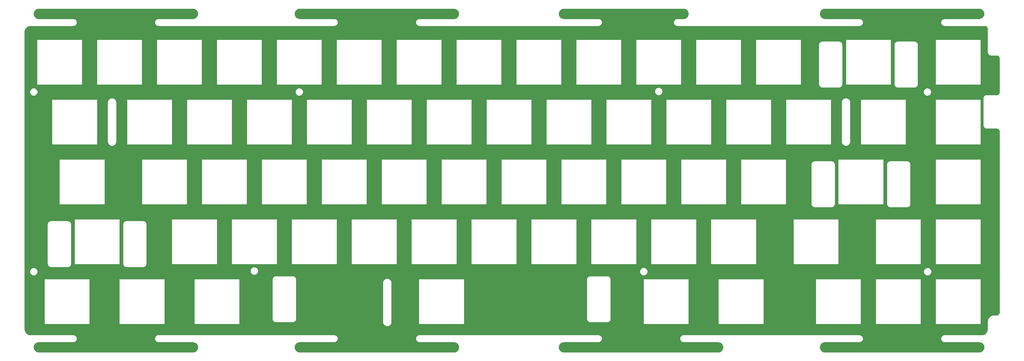
<source format=gbr>
%TF.GenerationSoftware,KiCad,Pcbnew,(5.1.10)-1*%
%TF.CreationDate,2021-06-23T23:02:47+07:00*%
%TF.ProjectId,Voice65 FR4 Plate,566f6963-6536-4352-9046-523420506c61,rev?*%
%TF.SameCoordinates,Original*%
%TF.FileFunction,Copper,L2,Bot*%
%TF.FilePolarity,Positive*%
%FSLAX46Y46*%
G04 Gerber Fmt 4.6, Leading zero omitted, Abs format (unit mm)*
G04 Created by KiCad (PCBNEW (5.1.10)-1) date 2021-06-23 23:02:47*
%MOMM*%
%LPD*%
G01*
G04 APERTURE LIST*
%TA.AperFunction,NonConductor*%
%ADD10C,0.254000*%
%TD*%
%TA.AperFunction,NonConductor*%
%ADD11C,0.100000*%
%TD*%
G04 APERTURE END LIST*
D10*
X-3463450Y14709944D02*
X-3179068Y14624085D01*
X-2916775Y14484621D01*
X-2686576Y14296874D01*
X-2497221Y14067985D01*
X-2355933Y13806676D01*
X-2268090Y13522903D01*
X-2237038Y13227471D01*
X-2263962Y12931639D01*
X-2347836Y12646659D01*
X-2485459Y12383408D01*
X-2671600Y12151896D01*
X-2899161Y11960950D01*
X-3159474Y11817842D01*
X-3442629Y11728020D01*
X-3745863Y11694007D01*
X-3759754Y11693910D01*
X-14767780Y11693910D01*
X-14793786Y11691349D01*
X-14794348Y11691179D01*
X-14894517Y11680650D01*
X-14906611Y11678168D01*
X-14918852Y11676359D01*
X-14921245Y11675744D01*
X-15119601Y11623315D01*
X-15134596Y11617737D01*
X-15149750Y11612339D01*
X-15151979Y11611271D01*
X-15336373Y11521313D01*
X-15350021Y11512915D01*
X-15363815Y11504690D01*
X-15365794Y11503209D01*
X-15529205Y11379148D01*
X-15540978Y11368244D01*
X-15552896Y11357511D01*
X-15554549Y11355675D01*
X-15690750Y11202238D01*
X-15700171Y11189267D01*
X-15709787Y11176411D01*
X-15711052Y11174288D01*
X-15814856Y10997317D01*
X-15821570Y10982783D01*
X-15828514Y10968287D01*
X-15829342Y10965959D01*
X-15896796Y10772196D01*
X-15900572Y10756582D01*
X-15904555Y10741064D01*
X-15904916Y10738620D01*
X-15933450Y10535444D01*
X-15934121Y10519407D01*
X-15935014Y10503398D01*
X-15934893Y10500930D01*
X-15923420Y10296083D01*
X-15920965Y10280234D01*
X-15918730Y10264343D01*
X-15918132Y10261946D01*
X-15867089Y10063229D01*
X-15861594Y10048135D01*
X-15856323Y10033005D01*
X-15855271Y10030769D01*
X-15766603Y9845752D01*
X-15758307Y9832057D01*
X-15750172Y9818194D01*
X-15748705Y9816205D01*
X-15625788Y9651932D01*
X-15614958Y9640074D01*
X-15604317Y9628091D01*
X-15602492Y9626425D01*
X-15450009Y9489156D01*
X-15437083Y9479628D01*
X-15424316Y9469939D01*
X-15422208Y9468662D01*
X-15422203Y9468659D01*
X-15422198Y9468657D01*
X-15245962Y9363622D01*
X-15231427Y9356784D01*
X-15217026Y9349762D01*
X-15214704Y9348917D01*
X-15021417Y9280112D01*
X-15005872Y9276238D01*
X-14990340Y9272136D01*
X-14987898Y9271758D01*
X-14797908Y9243722D01*
X-14793786Y9242471D01*
X-14767780Y9239910D01*
X41249603Y9239910D01*
X41275609Y9242471D01*
X41276171Y9242641D01*
X41376340Y9253170D01*
X41388444Y9255655D01*
X41400675Y9257462D01*
X41403068Y9258077D01*
X41601424Y9310505D01*
X41616440Y9316091D01*
X41631573Y9321481D01*
X41633801Y9322549D01*
X41818196Y9412507D01*
X41831813Y9420886D01*
X41845639Y9429130D01*
X41847617Y9430611D01*
X42011028Y9554672D01*
X42022762Y9565540D01*
X42034719Y9576308D01*
X42036372Y9578145D01*
X42172573Y9731582D01*
X42182006Y9744568D01*
X42191610Y9757409D01*
X42192875Y9759532D01*
X42296679Y9936502D01*
X42303407Y9951067D01*
X42310337Y9965534D01*
X42311165Y9967862D01*
X42378619Y10161624D01*
X42382395Y10177238D01*
X42386378Y10192756D01*
X42386739Y10195201D01*
X42415273Y10398376D01*
X42415944Y10414413D01*
X42416837Y10430422D01*
X42416716Y10432890D01*
X42405243Y10637737D01*
X42402788Y10653586D01*
X42400553Y10669477D01*
X42399955Y10671874D01*
X42348912Y10870591D01*
X42343420Y10885675D01*
X42338146Y10900815D01*
X42337094Y10903051D01*
X42248426Y11088069D01*
X42240112Y11101794D01*
X42231995Y11115626D01*
X42230528Y11117615D01*
X42107611Y11281888D01*
X42096781Y11293746D01*
X42086140Y11305729D01*
X42084315Y11307395D01*
X41931832Y11444664D01*
X41918911Y11454188D01*
X41906139Y11463881D01*
X41904025Y11465161D01*
X41727784Y11570198D01*
X41713265Y11577029D01*
X41698849Y11584058D01*
X41696530Y11584901D01*
X41696527Y11584903D01*
X41696524Y11584904D01*
X41503240Y11653708D01*
X41487664Y11657590D01*
X41472163Y11661684D01*
X41469721Y11662062D01*
X41279731Y11690098D01*
X41275609Y11691349D01*
X41249603Y11693910D01*
X30249565Y11693910D01*
X29945273Y11723746D01*
X29660887Y11809608D01*
X29398603Y11949066D01*
X29168398Y12136816D01*
X28979044Y12365705D01*
X28837756Y12627013D01*
X28749913Y12910788D01*
X28718861Y13206219D01*
X28745786Y13502056D01*
X28829659Y13787032D01*
X28967282Y14050282D01*
X29153423Y14281794D01*
X29380982Y14472738D01*
X29641297Y14615848D01*
X29924452Y14705670D01*
X30227686Y14739683D01*
X30241577Y14739780D01*
X79232257Y14739780D01*
X79536549Y14709944D01*
X79820931Y14624085D01*
X80083224Y14484621D01*
X80313423Y14296874D01*
X80502778Y14067985D01*
X80644066Y13806676D01*
X80731909Y13522903D01*
X80762961Y13227471D01*
X80736037Y12931639D01*
X80652163Y12646659D01*
X80514540Y12383408D01*
X80328399Y12151896D01*
X80100838Y11960950D01*
X79840525Y11817842D01*
X79557370Y11728020D01*
X79254136Y11694007D01*
X79240245Y11693910D01*
X68232219Y11693910D01*
X68206213Y11691349D01*
X68205651Y11691179D01*
X68105482Y11680650D01*
X68093388Y11678168D01*
X68081147Y11676359D01*
X68078754Y11675744D01*
X67880398Y11623315D01*
X67865403Y11617737D01*
X67850249Y11612339D01*
X67848020Y11611271D01*
X67663626Y11521313D01*
X67649978Y11512915D01*
X67636184Y11504690D01*
X67634205Y11503209D01*
X67470794Y11379148D01*
X67459021Y11368244D01*
X67447103Y11357511D01*
X67445450Y11355675D01*
X67309249Y11202238D01*
X67299828Y11189267D01*
X67290212Y11176411D01*
X67288947Y11174288D01*
X67185143Y10997317D01*
X67178429Y10982783D01*
X67171485Y10968287D01*
X67170657Y10965959D01*
X67103203Y10772196D01*
X67099427Y10756582D01*
X67095444Y10741064D01*
X67095083Y10738620D01*
X67066549Y10535444D01*
X67065878Y10519407D01*
X67064985Y10503398D01*
X67065106Y10500930D01*
X67076579Y10296083D01*
X67079034Y10280234D01*
X67081269Y10264343D01*
X67081867Y10261946D01*
X67132910Y10063229D01*
X67138405Y10048135D01*
X67143676Y10033005D01*
X67144728Y10030769D01*
X67233396Y9845752D01*
X67241692Y9832057D01*
X67249827Y9818194D01*
X67251294Y9816205D01*
X67374211Y9651932D01*
X67385041Y9640074D01*
X67395682Y9628091D01*
X67397507Y9626425D01*
X67549990Y9489156D01*
X67562916Y9479628D01*
X67575683Y9469939D01*
X67577791Y9468662D01*
X67577796Y9468659D01*
X67577801Y9468657D01*
X67754037Y9363622D01*
X67768572Y9356784D01*
X67782973Y9349762D01*
X67785295Y9348917D01*
X67978582Y9280112D01*
X67994127Y9276238D01*
X68009659Y9272136D01*
X68012101Y9271758D01*
X68202091Y9243722D01*
X68206213Y9242471D01*
X68232219Y9239910D01*
X125249603Y9239910D01*
X125275609Y9242471D01*
X125276171Y9242641D01*
X125376340Y9253170D01*
X125388444Y9255655D01*
X125400675Y9257462D01*
X125403068Y9258077D01*
X125601424Y9310505D01*
X125616440Y9316091D01*
X125631573Y9321481D01*
X125633801Y9322549D01*
X125818196Y9412507D01*
X125831813Y9420886D01*
X125845639Y9429130D01*
X125847617Y9430611D01*
X126011028Y9554672D01*
X126022762Y9565540D01*
X126034719Y9576308D01*
X126036372Y9578145D01*
X126172573Y9731582D01*
X126182006Y9744568D01*
X126191610Y9757409D01*
X126192875Y9759532D01*
X126296679Y9936502D01*
X126303407Y9951067D01*
X126310337Y9965534D01*
X126311165Y9967862D01*
X126378619Y10161624D01*
X126382395Y10177238D01*
X126386378Y10192756D01*
X126386739Y10195201D01*
X126415273Y10398376D01*
X126415944Y10414413D01*
X126416837Y10430422D01*
X126416716Y10432890D01*
X126405243Y10637737D01*
X126402788Y10653586D01*
X126400553Y10669477D01*
X126399955Y10671874D01*
X126348912Y10870591D01*
X126343420Y10885675D01*
X126338146Y10900815D01*
X126337094Y10903051D01*
X126248426Y11088069D01*
X126240112Y11101794D01*
X126231995Y11115626D01*
X126230528Y11117615D01*
X126107611Y11281888D01*
X126096781Y11293746D01*
X126086140Y11305729D01*
X126084315Y11307395D01*
X125931832Y11444664D01*
X125918911Y11454188D01*
X125906139Y11463881D01*
X125904025Y11465161D01*
X125727784Y11570198D01*
X125713265Y11577029D01*
X125698849Y11584058D01*
X125696530Y11584901D01*
X125696527Y11584903D01*
X125696524Y11584904D01*
X125503240Y11653708D01*
X125487664Y11657590D01*
X125472163Y11661684D01*
X125469721Y11662062D01*
X125279731Y11690098D01*
X125275609Y11691349D01*
X125249603Y11693910D01*
X114249565Y11693910D01*
X113945273Y11723746D01*
X113660887Y11809608D01*
X113398603Y11949066D01*
X113168398Y12136816D01*
X112979044Y12365705D01*
X112837756Y12627013D01*
X112749913Y12910788D01*
X112718861Y13206219D01*
X112745786Y13502056D01*
X112829659Y13787032D01*
X112967282Y14050282D01*
X113153423Y14281794D01*
X113380982Y14472738D01*
X113641297Y14615848D01*
X113924452Y14705670D01*
X114227686Y14739683D01*
X114241577Y14739780D01*
X152232257Y14739780D01*
X152536549Y14709944D01*
X152820931Y14624085D01*
X153083224Y14484621D01*
X153313423Y14296874D01*
X153502778Y14067985D01*
X153644066Y13806676D01*
X153731909Y13522903D01*
X153762961Y13227471D01*
X153736037Y12931639D01*
X153652163Y12646659D01*
X153514540Y12383408D01*
X153328399Y12151896D01*
X153100838Y11960950D01*
X152840525Y11817842D01*
X152557370Y11728020D01*
X152254136Y11694007D01*
X152240245Y11693910D01*
X150232219Y11693910D01*
X150206213Y11691349D01*
X150205651Y11691179D01*
X150105482Y11680650D01*
X150093388Y11678168D01*
X150081147Y11676359D01*
X150078754Y11675744D01*
X149880398Y11623315D01*
X149865403Y11617737D01*
X149850249Y11612339D01*
X149848020Y11611271D01*
X149663626Y11521313D01*
X149649978Y11512915D01*
X149636184Y11504690D01*
X149634205Y11503209D01*
X149470794Y11379148D01*
X149459021Y11368244D01*
X149447103Y11357511D01*
X149445450Y11355675D01*
X149309249Y11202238D01*
X149299828Y11189267D01*
X149290212Y11176411D01*
X149288947Y11174288D01*
X149185143Y10997317D01*
X149178429Y10982783D01*
X149171485Y10968287D01*
X149170657Y10965959D01*
X149103203Y10772196D01*
X149099427Y10756582D01*
X149095444Y10741064D01*
X149095083Y10738620D01*
X149066549Y10535444D01*
X149065878Y10519407D01*
X149064985Y10503398D01*
X149065106Y10500930D01*
X149076579Y10296083D01*
X149079034Y10280234D01*
X149081269Y10264343D01*
X149081867Y10261946D01*
X149132910Y10063229D01*
X149138405Y10048135D01*
X149143676Y10033005D01*
X149144728Y10030769D01*
X149233396Y9845752D01*
X149241692Y9832057D01*
X149249827Y9818194D01*
X149251294Y9816205D01*
X149374211Y9651932D01*
X149385041Y9640074D01*
X149395682Y9628091D01*
X149397507Y9626425D01*
X149549990Y9489156D01*
X149562916Y9479628D01*
X149575683Y9469939D01*
X149577791Y9468662D01*
X149577796Y9468659D01*
X149577801Y9468657D01*
X149754037Y9363622D01*
X149768572Y9356784D01*
X149782973Y9349762D01*
X149785295Y9348917D01*
X149978582Y9280112D01*
X149994127Y9276238D01*
X150009659Y9272136D01*
X150012101Y9271758D01*
X150202091Y9243722D01*
X150206213Y9242471D01*
X150232219Y9239910D01*
X208249603Y9239910D01*
X208275609Y9242471D01*
X208276171Y9242641D01*
X208376340Y9253170D01*
X208388444Y9255655D01*
X208400675Y9257462D01*
X208403068Y9258077D01*
X208601424Y9310505D01*
X208616440Y9316091D01*
X208631573Y9321481D01*
X208633801Y9322549D01*
X208818196Y9412507D01*
X208831813Y9420886D01*
X208845639Y9429130D01*
X208847617Y9430611D01*
X209011028Y9554672D01*
X209022762Y9565540D01*
X209034719Y9576308D01*
X209036372Y9578145D01*
X209172573Y9731582D01*
X209182006Y9744568D01*
X209191610Y9757409D01*
X209192875Y9759532D01*
X209296679Y9936502D01*
X209303407Y9951067D01*
X209310337Y9965534D01*
X209311165Y9967862D01*
X209378619Y10161624D01*
X209382395Y10177238D01*
X209386378Y10192756D01*
X209386739Y10195201D01*
X209415273Y10398376D01*
X209415944Y10414413D01*
X209416837Y10430422D01*
X209416716Y10432890D01*
X209405243Y10637737D01*
X209402788Y10653586D01*
X209400553Y10669477D01*
X209399955Y10671874D01*
X209348912Y10870591D01*
X209343420Y10885675D01*
X209338146Y10900815D01*
X209337094Y10903051D01*
X209248426Y11088069D01*
X209240112Y11101794D01*
X209231995Y11115626D01*
X209230528Y11117615D01*
X209107611Y11281888D01*
X209096781Y11293746D01*
X209086140Y11305729D01*
X209084315Y11307395D01*
X208931832Y11444664D01*
X208918911Y11454188D01*
X208906139Y11463881D01*
X208904025Y11465161D01*
X208727784Y11570198D01*
X208713265Y11577029D01*
X208698849Y11584058D01*
X208696530Y11584901D01*
X208696527Y11584903D01*
X208696524Y11584904D01*
X208503240Y11653708D01*
X208487664Y11657590D01*
X208472163Y11661684D01*
X208469721Y11662062D01*
X208279731Y11690098D01*
X208275609Y11691349D01*
X208249603Y11693910D01*
X197249565Y11693910D01*
X196945273Y11723746D01*
X196660887Y11809608D01*
X196398603Y11949066D01*
X196168398Y12136816D01*
X195979044Y12365705D01*
X195837756Y12627013D01*
X195749913Y12910788D01*
X195718861Y13206219D01*
X195745786Y13502056D01*
X195829659Y13787032D01*
X195967282Y14050282D01*
X196153423Y14281794D01*
X196380982Y14472738D01*
X196641297Y14615848D01*
X196924452Y14705670D01*
X197227686Y14739683D01*
X197241577Y14739780D01*
X246236257Y14739780D01*
X246540549Y14709944D01*
X246824931Y14624085D01*
X247087224Y14484621D01*
X247317423Y14296874D01*
X247506778Y14067985D01*
X247648066Y13806676D01*
X247735909Y13522903D01*
X247766961Y13227471D01*
X247740037Y12931639D01*
X247656163Y12646659D01*
X247518540Y12383408D01*
X247332399Y12151896D01*
X247104838Y11960950D01*
X246844525Y11817842D01*
X246561370Y11728020D01*
X246258136Y11694007D01*
X246244245Y11693910D01*
X235236219Y11693910D01*
X235210213Y11691349D01*
X235209651Y11691179D01*
X235109482Y11680650D01*
X235097388Y11678168D01*
X235085147Y11676359D01*
X235082754Y11675744D01*
X234884398Y11623315D01*
X234869403Y11617737D01*
X234854249Y11612339D01*
X234852020Y11611271D01*
X234667626Y11521313D01*
X234653978Y11512915D01*
X234640184Y11504690D01*
X234638205Y11503209D01*
X234474794Y11379148D01*
X234463021Y11368244D01*
X234451103Y11357511D01*
X234449450Y11355675D01*
X234313249Y11202238D01*
X234303828Y11189267D01*
X234294212Y11176411D01*
X234292947Y11174288D01*
X234189143Y10997317D01*
X234182429Y10982783D01*
X234175485Y10968287D01*
X234174657Y10965959D01*
X234107203Y10772196D01*
X234103427Y10756582D01*
X234099444Y10741064D01*
X234099083Y10738620D01*
X234070549Y10535444D01*
X234069878Y10519407D01*
X234068985Y10503398D01*
X234069106Y10500930D01*
X234080579Y10296083D01*
X234083034Y10280234D01*
X234085269Y10264343D01*
X234085867Y10261946D01*
X234136910Y10063229D01*
X234142405Y10048135D01*
X234147676Y10033005D01*
X234148728Y10030769D01*
X234237396Y9845752D01*
X234245692Y9832057D01*
X234253827Y9818194D01*
X234255294Y9816205D01*
X234378211Y9651932D01*
X234389041Y9640074D01*
X234399682Y9628091D01*
X234401507Y9626425D01*
X234553990Y9489156D01*
X234566916Y9479628D01*
X234579683Y9469939D01*
X234581791Y9468662D01*
X234581796Y9468659D01*
X234581801Y9468657D01*
X234758037Y9363622D01*
X234772572Y9356784D01*
X234786973Y9349762D01*
X234789295Y9348917D01*
X234982582Y9280112D01*
X234998127Y9276238D01*
X235013659Y9272136D01*
X235016101Y9271758D01*
X235206091Y9243722D01*
X235210213Y9242471D01*
X235236219Y9239910D01*
X248046257Y9239910D01*
X248214597Y9223404D01*
X248368209Y9177026D01*
X248509884Y9101696D01*
X248634226Y9000286D01*
X248736506Y8876651D01*
X248812822Y8735506D01*
X248860270Y8582227D01*
X248877911Y8414389D01*
X248877912Y1008088D01*
X248878707Y1000017D01*
X248878663Y993756D01*
X248878905Y991297D01*
X248899306Y797200D01*
X248902527Y781510D01*
X248905537Y765727D01*
X248906252Y763362D01*
X248963964Y576924D01*
X248970187Y562120D01*
X248976190Y547261D01*
X248977350Y545079D01*
X249070175Y373402D01*
X249079114Y360150D01*
X249087930Y346677D01*
X249089492Y344763D01*
X249213896Y194385D01*
X249225293Y183068D01*
X249236504Y171619D01*
X249238408Y170044D01*
X249389650Y46694D01*
X249402987Y37833D01*
X249416249Y28752D01*
X249418423Y27577D01*
X249590745Y-64048D01*
X249605579Y-70162D01*
X249620322Y-76481D01*
X249622682Y-77212D01*
X249809519Y-133621D01*
X249825250Y-136736D01*
X249840947Y-140072D01*
X249843405Y-140330D01*
X250037638Y-159375D01*
X250046219Y-160220D01*
X251846267Y-160220D01*
X252014597Y-176725D01*
X252168209Y-223103D01*
X252309884Y-298433D01*
X252434226Y-399843D01*
X252536506Y-523478D01*
X252612822Y-664623D01*
X252660270Y-817902D01*
X252677912Y-985749D01*
X252677911Y-11704565D01*
X252661405Y-11872905D01*
X252615027Y-12026516D01*
X252539697Y-12168192D01*
X252438286Y-12292534D01*
X252314652Y-12394814D01*
X252173507Y-12471130D01*
X252020228Y-12518578D01*
X251852390Y-12536219D01*
X248646219Y-12536219D01*
X248638138Y-12537015D01*
X248631887Y-12536971D01*
X248629428Y-12537213D01*
X248435331Y-12557614D01*
X248419641Y-12560835D01*
X248403858Y-12563845D01*
X248401493Y-12564560D01*
X248215055Y-12622272D01*
X248200276Y-12628484D01*
X248185391Y-12634498D01*
X248183210Y-12635658D01*
X248011533Y-12728483D01*
X247998232Y-12737455D01*
X247984808Y-12746239D01*
X247982893Y-12747801D01*
X247832516Y-12872204D01*
X247821199Y-12883601D01*
X247809750Y-12894812D01*
X247808175Y-12896716D01*
X247684825Y-13047958D01*
X247675964Y-13061295D01*
X247666883Y-13074557D01*
X247665708Y-13076730D01*
X247574083Y-13249053D01*
X247567969Y-13263887D01*
X247561650Y-13278630D01*
X247560919Y-13280990D01*
X247504510Y-13467826D01*
X247501391Y-13483580D01*
X247498059Y-13499256D01*
X247497801Y-13501713D01*
X247478824Y-13695257D01*
X247477911Y-13704528D01*
X247477912Y-22221911D01*
X247478707Y-22229982D01*
X247478663Y-22236243D01*
X247478905Y-22238702D01*
X247499306Y-22432799D01*
X247502527Y-22448489D01*
X247505537Y-22464272D01*
X247506252Y-22466637D01*
X247563964Y-22653075D01*
X247570187Y-22667879D01*
X247576190Y-22682738D01*
X247577350Y-22684920D01*
X247670175Y-22856597D01*
X247679114Y-22869849D01*
X247687930Y-22883322D01*
X247689492Y-22885236D01*
X247813896Y-23035614D01*
X247825293Y-23046931D01*
X247836504Y-23058380D01*
X247838408Y-23059955D01*
X247989650Y-23183305D01*
X248002987Y-23192166D01*
X248016249Y-23201247D01*
X248018423Y-23202422D01*
X248190745Y-23294047D01*
X248205579Y-23300161D01*
X248220322Y-23306480D01*
X248222682Y-23307211D01*
X248409519Y-23363620D01*
X248425250Y-23366735D01*
X248440947Y-23370071D01*
X248443405Y-23370329D01*
X248637638Y-23389374D01*
X248646219Y-23390219D01*
X251846257Y-23390219D01*
X252014597Y-23406725D01*
X252168209Y-23453103D01*
X252309884Y-23528433D01*
X252434226Y-23629843D01*
X252536506Y-23753478D01*
X252612822Y-23894623D01*
X252660270Y-24047902D01*
X252677912Y-24215749D01*
X252677911Y-81814565D01*
X252661405Y-81982905D01*
X252615027Y-82136516D01*
X252539697Y-82278192D01*
X252438286Y-82402534D01*
X252314652Y-82504814D01*
X252173507Y-82581130D01*
X252020228Y-82628578D01*
X251852390Y-82646219D01*
X251046219Y-82646219D01*
X251045910Y-82646249D01*
X251040327Y-82646269D01*
X251032639Y-82647050D01*
X251024905Y-82646996D01*
X251022446Y-82647238D01*
X250634253Y-82688039D01*
X250618563Y-82691260D01*
X250602780Y-82694270D01*
X250600414Y-82694985D01*
X250227540Y-82810409D01*
X250212750Y-82816626D01*
X250197876Y-82822635D01*
X250195695Y-82823795D01*
X249852340Y-83009446D01*
X249839039Y-83018418D01*
X249825615Y-83027202D01*
X249823701Y-83028764D01*
X249522946Y-83277570D01*
X249511629Y-83288967D01*
X249500180Y-83300178D01*
X249498605Y-83302082D01*
X249251904Y-83604567D01*
X249243043Y-83617904D01*
X249233962Y-83631166D01*
X249232787Y-83633340D01*
X249049537Y-83977981D01*
X249043412Y-83992842D01*
X249037104Y-84007559D01*
X249036373Y-84009920D01*
X248923555Y-84383591D01*
X248920437Y-84399337D01*
X248917104Y-84415020D01*
X248916846Y-84417478D01*
X248878756Y-84805947D01*
X248878756Y-84805956D01*
X248877912Y-84814527D01*
X248877911Y-87114565D01*
X248842360Y-87477141D01*
X248739572Y-87817589D01*
X248572617Y-88131585D01*
X248347855Y-88407170D01*
X248073845Y-88633851D01*
X247761023Y-88802993D01*
X247421306Y-88908153D01*
X247059292Y-88946202D01*
X247054484Y-88946219D01*
X235236233Y-88945339D01*
X235210226Y-88947898D01*
X235209661Y-88948069D01*
X235109482Y-88958599D01*
X235097388Y-88961081D01*
X235085147Y-88962890D01*
X235082754Y-88963505D01*
X234884398Y-89015934D01*
X234869403Y-89021512D01*
X234854249Y-89026910D01*
X234852020Y-89027978D01*
X234667626Y-89117936D01*
X234653978Y-89126334D01*
X234640184Y-89134559D01*
X234638205Y-89136040D01*
X234474794Y-89260101D01*
X234463021Y-89271005D01*
X234451103Y-89281738D01*
X234449450Y-89283574D01*
X234313249Y-89437011D01*
X234303828Y-89449982D01*
X234294212Y-89462838D01*
X234292947Y-89464961D01*
X234189143Y-89641932D01*
X234182429Y-89656466D01*
X234175485Y-89670962D01*
X234174657Y-89673290D01*
X234107203Y-89867053D01*
X234103427Y-89882667D01*
X234099444Y-89898185D01*
X234099083Y-89900629D01*
X234070549Y-90103805D01*
X234069878Y-90119842D01*
X234068985Y-90135851D01*
X234069106Y-90138319D01*
X234080579Y-90343166D01*
X234083034Y-90359015D01*
X234085269Y-90374906D01*
X234085867Y-90377303D01*
X234136910Y-90576020D01*
X234142405Y-90591114D01*
X234147676Y-90606244D01*
X234148728Y-90608480D01*
X234237396Y-90793497D01*
X234245692Y-90807192D01*
X234253827Y-90821055D01*
X234255294Y-90823044D01*
X234378211Y-90987317D01*
X234389041Y-90999175D01*
X234399682Y-91011158D01*
X234401507Y-91012824D01*
X234553990Y-91150093D01*
X234566916Y-91159621D01*
X234579683Y-91169310D01*
X234581791Y-91170587D01*
X234581796Y-91170590D01*
X234581801Y-91170592D01*
X234758037Y-91275627D01*
X234772572Y-91282465D01*
X234786973Y-91289487D01*
X234789295Y-91290332D01*
X234982582Y-91359137D01*
X234998127Y-91363011D01*
X235013659Y-91367113D01*
X235016101Y-91367491D01*
X235206091Y-91395527D01*
X235210213Y-91396778D01*
X235236219Y-91399339D01*
X246228597Y-91399339D01*
X246538323Y-91429241D01*
X246822837Y-91514678D01*
X247085328Y-91653746D01*
X247315811Y-91841151D01*
X247505508Y-92069758D01*
X247647183Y-92330851D01*
X247735450Y-92614495D01*
X247766942Y-92909885D01*
X247740461Y-93205757D01*
X247657014Y-93490857D01*
X247519781Y-93754315D01*
X247333988Y-93986104D01*
X247106715Y-94177386D01*
X246846612Y-94320885D01*
X246563590Y-94411130D01*
X246260544Y-94445581D01*
X246241137Y-94445716D01*
X246236352Y-94446219D01*
X197257226Y-94446219D01*
X196947499Y-94416317D01*
X196662990Y-94330881D01*
X196400495Y-94191813D01*
X196170009Y-94004406D01*
X195980315Y-93775801D01*
X195838638Y-93514705D01*
X195750372Y-93231064D01*
X195718879Y-92935674D01*
X195745361Y-92639802D01*
X195828808Y-92354701D01*
X195966040Y-92091244D01*
X196151832Y-91859458D01*
X196379109Y-91668170D01*
X196639209Y-91524673D01*
X196922232Y-91434427D01*
X197225276Y-91399977D01*
X197244684Y-91399842D01*
X197249470Y-91399339D01*
X208249603Y-91399339D01*
X208275609Y-91396778D01*
X208276171Y-91396608D01*
X208376340Y-91386079D01*
X208388444Y-91383594D01*
X208400675Y-91381787D01*
X208403068Y-91381172D01*
X208601424Y-91328744D01*
X208616440Y-91323158D01*
X208631573Y-91317768D01*
X208633801Y-91316700D01*
X208818196Y-91226742D01*
X208831813Y-91218363D01*
X208845639Y-91210119D01*
X208847617Y-91208638D01*
X209011028Y-91084577D01*
X209022762Y-91073709D01*
X209034719Y-91062941D01*
X209036372Y-91061104D01*
X209172573Y-90907667D01*
X209182006Y-90894681D01*
X209191610Y-90881840D01*
X209192875Y-90879717D01*
X209296679Y-90702747D01*
X209303407Y-90688182D01*
X209310337Y-90673715D01*
X209311165Y-90671387D01*
X209378619Y-90477625D01*
X209382395Y-90462011D01*
X209386378Y-90446493D01*
X209386739Y-90444048D01*
X209415273Y-90240873D01*
X209415944Y-90224836D01*
X209416837Y-90208827D01*
X209416716Y-90206359D01*
X209405243Y-90001512D01*
X209402788Y-89985663D01*
X209400553Y-89969772D01*
X209399955Y-89967375D01*
X209348912Y-89768658D01*
X209343420Y-89753574D01*
X209338146Y-89738434D01*
X209337094Y-89736198D01*
X209248426Y-89551180D01*
X209240112Y-89537455D01*
X209231995Y-89523623D01*
X209230528Y-89521634D01*
X209107611Y-89357361D01*
X209096781Y-89345503D01*
X209086140Y-89333520D01*
X209084315Y-89331854D01*
X208931832Y-89194585D01*
X208918911Y-89185061D01*
X208906139Y-89175368D01*
X208904025Y-89174088D01*
X208727784Y-89069051D01*
X208713265Y-89062220D01*
X208698849Y-89055191D01*
X208696530Y-89054348D01*
X208696527Y-89054346D01*
X208696524Y-89054345D01*
X208503240Y-88985541D01*
X208487664Y-88981659D01*
X208472163Y-88977565D01*
X208469721Y-88977187D01*
X208279731Y-88949151D01*
X208275609Y-88947900D01*
X208249603Y-88945339D01*
X152232219Y-88945339D01*
X152206213Y-88947900D01*
X152205651Y-88948070D01*
X152105482Y-88958599D01*
X152093388Y-88961081D01*
X152081147Y-88962890D01*
X152078754Y-88963505D01*
X151880398Y-89015934D01*
X151865403Y-89021512D01*
X151850249Y-89026910D01*
X151848020Y-89027978D01*
X151663626Y-89117936D01*
X151649978Y-89126334D01*
X151636184Y-89134559D01*
X151634205Y-89136040D01*
X151470794Y-89260101D01*
X151459021Y-89271005D01*
X151447103Y-89281738D01*
X151445450Y-89283574D01*
X151309249Y-89437011D01*
X151299828Y-89449982D01*
X151290212Y-89462838D01*
X151288947Y-89464961D01*
X151185143Y-89641932D01*
X151178429Y-89656466D01*
X151171485Y-89670962D01*
X151170657Y-89673290D01*
X151103203Y-89867053D01*
X151099427Y-89882667D01*
X151095444Y-89898185D01*
X151095083Y-89900629D01*
X151066549Y-90103805D01*
X151065878Y-90119842D01*
X151064985Y-90135851D01*
X151065106Y-90138319D01*
X151076579Y-90343166D01*
X151079034Y-90359015D01*
X151081269Y-90374906D01*
X151081867Y-90377303D01*
X151132910Y-90576020D01*
X151138405Y-90591114D01*
X151143676Y-90606244D01*
X151144728Y-90608480D01*
X151233396Y-90793497D01*
X151241692Y-90807192D01*
X151249827Y-90821055D01*
X151251294Y-90823044D01*
X151374211Y-90987317D01*
X151385041Y-90999175D01*
X151395682Y-91011158D01*
X151397507Y-91012824D01*
X151549990Y-91150093D01*
X151562916Y-91159621D01*
X151575683Y-91169310D01*
X151577791Y-91170587D01*
X151577796Y-91170590D01*
X151577801Y-91170592D01*
X151754037Y-91275627D01*
X151768572Y-91282465D01*
X151782973Y-91289487D01*
X151785295Y-91290332D01*
X151978582Y-91359137D01*
X151994127Y-91363011D01*
X152009659Y-91367113D01*
X152012101Y-91367491D01*
X152202091Y-91395527D01*
X152206213Y-91396778D01*
X152232219Y-91399339D01*
X163224597Y-91399339D01*
X163534323Y-91429241D01*
X163818837Y-91514678D01*
X164081328Y-91653746D01*
X164311811Y-91841151D01*
X164501508Y-92069758D01*
X164643183Y-92330851D01*
X164731450Y-92614495D01*
X164762942Y-92909885D01*
X164736461Y-93205757D01*
X164653014Y-93490857D01*
X164515781Y-93754315D01*
X164329988Y-93986104D01*
X164102715Y-94177386D01*
X163842612Y-94320885D01*
X163559590Y-94411130D01*
X163256544Y-94445581D01*
X163237137Y-94445716D01*
X163232352Y-94446219D01*
X114257226Y-94446219D01*
X113947499Y-94416317D01*
X113662990Y-94330881D01*
X113400495Y-94191813D01*
X113170009Y-94004406D01*
X112980315Y-93775801D01*
X112838638Y-93514705D01*
X112750372Y-93231064D01*
X112718879Y-92935674D01*
X112745361Y-92639802D01*
X112828808Y-92354701D01*
X112966040Y-92091244D01*
X113151832Y-91859458D01*
X113379109Y-91668170D01*
X113639209Y-91524673D01*
X113922232Y-91434427D01*
X114225276Y-91399977D01*
X114244684Y-91399842D01*
X114249470Y-91399339D01*
X125249603Y-91399339D01*
X125275609Y-91396778D01*
X125276171Y-91396608D01*
X125376340Y-91386079D01*
X125388444Y-91383594D01*
X125400675Y-91381787D01*
X125403068Y-91381172D01*
X125601424Y-91328744D01*
X125616440Y-91323158D01*
X125631573Y-91317768D01*
X125633801Y-91316700D01*
X125818196Y-91226742D01*
X125831813Y-91218363D01*
X125845639Y-91210119D01*
X125847617Y-91208638D01*
X126011028Y-91084577D01*
X126022762Y-91073709D01*
X126034719Y-91062941D01*
X126036372Y-91061104D01*
X126172573Y-90907667D01*
X126182006Y-90894681D01*
X126191610Y-90881840D01*
X126192875Y-90879717D01*
X126296679Y-90702747D01*
X126303407Y-90688182D01*
X126310337Y-90673715D01*
X126311165Y-90671387D01*
X126378619Y-90477625D01*
X126382395Y-90462011D01*
X126386378Y-90446493D01*
X126386739Y-90444048D01*
X126415273Y-90240873D01*
X126415944Y-90224836D01*
X126416837Y-90208827D01*
X126416716Y-90206359D01*
X126405243Y-90001512D01*
X126402788Y-89985663D01*
X126400553Y-89969772D01*
X126399955Y-89967375D01*
X126348912Y-89768658D01*
X126343420Y-89753574D01*
X126338146Y-89738434D01*
X126337094Y-89736198D01*
X126248426Y-89551180D01*
X126240112Y-89537455D01*
X126231995Y-89523623D01*
X126230528Y-89521634D01*
X126107611Y-89357361D01*
X126096781Y-89345503D01*
X126086140Y-89333520D01*
X126084315Y-89331854D01*
X125931832Y-89194585D01*
X125918911Y-89185061D01*
X125906139Y-89175368D01*
X125904025Y-89174088D01*
X125727784Y-89069051D01*
X125713265Y-89062220D01*
X125698849Y-89055191D01*
X125696530Y-89054348D01*
X125696527Y-89054346D01*
X125696524Y-89054345D01*
X125503240Y-88985541D01*
X125487664Y-88981659D01*
X125472163Y-88977565D01*
X125469721Y-88977187D01*
X125279731Y-88949151D01*
X125275609Y-88947900D01*
X125249603Y-88945339D01*
X68232219Y-88945339D01*
X68206213Y-88947900D01*
X68205651Y-88948070D01*
X68105482Y-88958599D01*
X68093388Y-88961081D01*
X68081147Y-88962890D01*
X68078754Y-88963505D01*
X67880398Y-89015934D01*
X67865403Y-89021512D01*
X67850249Y-89026910D01*
X67848020Y-89027978D01*
X67663626Y-89117936D01*
X67649978Y-89126334D01*
X67636184Y-89134559D01*
X67634205Y-89136040D01*
X67470794Y-89260101D01*
X67459021Y-89271005D01*
X67447103Y-89281738D01*
X67445450Y-89283574D01*
X67309249Y-89437011D01*
X67299828Y-89449982D01*
X67290212Y-89462838D01*
X67288947Y-89464961D01*
X67185143Y-89641932D01*
X67178429Y-89656466D01*
X67171485Y-89670962D01*
X67170657Y-89673290D01*
X67103203Y-89867053D01*
X67099427Y-89882667D01*
X67095444Y-89898185D01*
X67095083Y-89900629D01*
X67066549Y-90103805D01*
X67065878Y-90119842D01*
X67064985Y-90135851D01*
X67065106Y-90138319D01*
X67076579Y-90343166D01*
X67079034Y-90359015D01*
X67081269Y-90374906D01*
X67081867Y-90377303D01*
X67132910Y-90576020D01*
X67138405Y-90591114D01*
X67143676Y-90606244D01*
X67144728Y-90608480D01*
X67233396Y-90793497D01*
X67241692Y-90807192D01*
X67249827Y-90821055D01*
X67251294Y-90823044D01*
X67374211Y-90987317D01*
X67385041Y-90999175D01*
X67395682Y-91011158D01*
X67397507Y-91012824D01*
X67549990Y-91150093D01*
X67562916Y-91159621D01*
X67575683Y-91169310D01*
X67577791Y-91170587D01*
X67577796Y-91170590D01*
X67577801Y-91170592D01*
X67754037Y-91275627D01*
X67768572Y-91282465D01*
X67782973Y-91289487D01*
X67785295Y-91290332D01*
X67978582Y-91359137D01*
X67994127Y-91363011D01*
X68009659Y-91367113D01*
X68012101Y-91367491D01*
X68202091Y-91395527D01*
X68206213Y-91396778D01*
X68232219Y-91399339D01*
X79226581Y-91399339D01*
X79536091Y-91429589D01*
X79820490Y-91515358D01*
X80082828Y-91654741D01*
X80313085Y-91842414D01*
X80502513Y-92071247D01*
X80643883Y-92332511D01*
X80731813Y-92616254D01*
X80762957Y-92911677D01*
X80736125Y-93207527D01*
X80652343Y-93492521D01*
X80514796Y-93755823D01*
X80328730Y-93987390D01*
X80101232Y-94178404D01*
X79840959Y-94321596D01*
X79557837Y-94411505D01*
X79254661Y-94445607D01*
X79238195Y-94445717D01*
X79233404Y-94446219D01*
X30257226Y-94446219D01*
X29947499Y-94416317D01*
X29662990Y-94330881D01*
X29400495Y-94191813D01*
X29170009Y-94004406D01*
X28980315Y-93775801D01*
X28838638Y-93514705D01*
X28750372Y-93231064D01*
X28718879Y-92935674D01*
X28745361Y-92639802D01*
X28828808Y-92354701D01*
X28966040Y-92091244D01*
X29151832Y-91859458D01*
X29379109Y-91668170D01*
X29639209Y-91524673D01*
X29922232Y-91434427D01*
X30225276Y-91399977D01*
X30244684Y-91399842D01*
X30249470Y-91399339D01*
X41249603Y-91399339D01*
X41275609Y-91396778D01*
X41276171Y-91396608D01*
X41376340Y-91386079D01*
X41388444Y-91383594D01*
X41400675Y-91381787D01*
X41403068Y-91381172D01*
X41601424Y-91328744D01*
X41616440Y-91323158D01*
X41631573Y-91317768D01*
X41633801Y-91316700D01*
X41818196Y-91226742D01*
X41831813Y-91218363D01*
X41845639Y-91210119D01*
X41847617Y-91208638D01*
X42011028Y-91084577D01*
X42022762Y-91073709D01*
X42034719Y-91062941D01*
X42036372Y-91061104D01*
X42172573Y-90907667D01*
X42182006Y-90894681D01*
X42191610Y-90881840D01*
X42192875Y-90879717D01*
X42296679Y-90702747D01*
X42303407Y-90688182D01*
X42310337Y-90673715D01*
X42311165Y-90671387D01*
X42378619Y-90477625D01*
X42382395Y-90462011D01*
X42386378Y-90446493D01*
X42386739Y-90444048D01*
X42415273Y-90240873D01*
X42415944Y-90224836D01*
X42416837Y-90208827D01*
X42416716Y-90206359D01*
X42405243Y-90001512D01*
X42402788Y-89985663D01*
X42400553Y-89969772D01*
X42399955Y-89967375D01*
X42348912Y-89768658D01*
X42343420Y-89753574D01*
X42338146Y-89738434D01*
X42337094Y-89736198D01*
X42248426Y-89551180D01*
X42240112Y-89537455D01*
X42231995Y-89523623D01*
X42230528Y-89521634D01*
X42107611Y-89357361D01*
X42096781Y-89345503D01*
X42086140Y-89333520D01*
X42084315Y-89331854D01*
X41931832Y-89194585D01*
X41918911Y-89185061D01*
X41906139Y-89175368D01*
X41904025Y-89174088D01*
X41727784Y-89069051D01*
X41713265Y-89062220D01*
X41698849Y-89055191D01*
X41696530Y-89054348D01*
X41696527Y-89054346D01*
X41696524Y-89054345D01*
X41503240Y-88985541D01*
X41487664Y-88981659D01*
X41472163Y-88977565D01*
X41469721Y-88977187D01*
X41279731Y-88949151D01*
X41275609Y-88947900D01*
X41249603Y-88945339D01*
X-14767780Y-88945339D01*
X-14793786Y-88947900D01*
X-14794348Y-88948070D01*
X-14894517Y-88958599D01*
X-14906611Y-88961081D01*
X-14918852Y-88962890D01*
X-14921245Y-88963505D01*
X-15119601Y-89015934D01*
X-15134596Y-89021512D01*
X-15149750Y-89026910D01*
X-15151979Y-89027978D01*
X-15336373Y-89117936D01*
X-15350021Y-89126334D01*
X-15363815Y-89134559D01*
X-15365794Y-89136040D01*
X-15529205Y-89260101D01*
X-15540978Y-89271005D01*
X-15552896Y-89281738D01*
X-15554549Y-89283574D01*
X-15690750Y-89437011D01*
X-15700171Y-89449982D01*
X-15709787Y-89462838D01*
X-15711052Y-89464961D01*
X-15814856Y-89641932D01*
X-15821570Y-89656466D01*
X-15828514Y-89670962D01*
X-15829342Y-89673290D01*
X-15896796Y-89867053D01*
X-15900572Y-89882667D01*
X-15904555Y-89898185D01*
X-15904916Y-89900629D01*
X-15933450Y-90103805D01*
X-15934121Y-90119842D01*
X-15935014Y-90135851D01*
X-15934893Y-90138319D01*
X-15923420Y-90343166D01*
X-15920965Y-90359015D01*
X-15918730Y-90374906D01*
X-15918132Y-90377303D01*
X-15867089Y-90576020D01*
X-15861594Y-90591114D01*
X-15856323Y-90606244D01*
X-15855271Y-90608480D01*
X-15766603Y-90793497D01*
X-15758307Y-90807192D01*
X-15750172Y-90821055D01*
X-15748705Y-90823044D01*
X-15625788Y-90987317D01*
X-15614958Y-90999175D01*
X-15604317Y-91011158D01*
X-15602492Y-91012824D01*
X-15450009Y-91150093D01*
X-15437083Y-91159621D01*
X-15424316Y-91169310D01*
X-15422208Y-91170587D01*
X-15422203Y-91170590D01*
X-15422198Y-91170592D01*
X-15245962Y-91275627D01*
X-15231427Y-91282465D01*
X-15217026Y-91289487D01*
X-15214704Y-91290332D01*
X-15021417Y-91359137D01*
X-15005872Y-91363011D01*
X-14990340Y-91367113D01*
X-14987898Y-91367491D01*
X-14797908Y-91395527D01*
X-14793786Y-91396778D01*
X-14767780Y-91399339D01*
X-3775402Y-91399339D01*
X-3465676Y-91429241D01*
X-3181162Y-91514678D01*
X-2918671Y-91653746D01*
X-2688188Y-91841151D01*
X-2498491Y-92069758D01*
X-2356816Y-92330851D01*
X-2268549Y-92614495D01*
X-2237057Y-92909885D01*
X-2263538Y-93205757D01*
X-2346985Y-93490857D01*
X-2484218Y-93754315D01*
X-2670011Y-93986104D01*
X-2897284Y-94177386D01*
X-3157387Y-94320885D01*
X-3440409Y-94411130D01*
X-3743455Y-94445581D01*
X-3762862Y-94445716D01*
X-3767647Y-94446219D01*
X-52742773Y-94446219D01*
X-53052500Y-94416317D01*
X-53337009Y-94330881D01*
X-53599504Y-94191813D01*
X-53829990Y-94004406D01*
X-54019684Y-93775801D01*
X-54161361Y-93514705D01*
X-54249627Y-93231064D01*
X-54281120Y-92935674D01*
X-54254638Y-92639802D01*
X-54171191Y-92354701D01*
X-54033959Y-92091244D01*
X-53848167Y-91859458D01*
X-53620890Y-91668170D01*
X-53360790Y-91524673D01*
X-53077767Y-91434427D01*
X-52774723Y-91399977D01*
X-52755315Y-91399842D01*
X-52750529Y-91399339D01*
X-41750396Y-91399339D01*
X-41724390Y-91396778D01*
X-41723828Y-91396608D01*
X-41623659Y-91386079D01*
X-41611555Y-91383594D01*
X-41599324Y-91381787D01*
X-41596931Y-91381172D01*
X-41398575Y-91328744D01*
X-41383559Y-91323158D01*
X-41368426Y-91317768D01*
X-41366198Y-91316700D01*
X-41181803Y-91226742D01*
X-41168186Y-91218363D01*
X-41154360Y-91210119D01*
X-41152382Y-91208638D01*
X-40988971Y-91084577D01*
X-40977237Y-91073709D01*
X-40965280Y-91062941D01*
X-40963627Y-91061104D01*
X-40827426Y-90907667D01*
X-40817993Y-90894681D01*
X-40808389Y-90881840D01*
X-40807124Y-90879717D01*
X-40703320Y-90702747D01*
X-40696592Y-90688182D01*
X-40689662Y-90673715D01*
X-40688834Y-90671387D01*
X-40621380Y-90477625D01*
X-40617604Y-90462011D01*
X-40613621Y-90446493D01*
X-40613260Y-90444048D01*
X-40584726Y-90240873D01*
X-40584055Y-90224836D01*
X-40583162Y-90208827D01*
X-40583283Y-90206359D01*
X-40594756Y-90001512D01*
X-40597211Y-89985663D01*
X-40599446Y-89969772D01*
X-40600044Y-89967375D01*
X-40651087Y-89768658D01*
X-40656579Y-89753574D01*
X-40661853Y-89738434D01*
X-40662905Y-89736198D01*
X-40751573Y-89551180D01*
X-40759887Y-89537455D01*
X-40768004Y-89523623D01*
X-40769471Y-89521634D01*
X-40892388Y-89357361D01*
X-40903218Y-89345503D01*
X-40913859Y-89333520D01*
X-40915684Y-89331854D01*
X-41068167Y-89194585D01*
X-41081088Y-89185061D01*
X-41093860Y-89175368D01*
X-41095974Y-89174088D01*
X-41272215Y-89069051D01*
X-41286734Y-89062220D01*
X-41301150Y-89055191D01*
X-41303469Y-89054348D01*
X-41303472Y-89054346D01*
X-41303475Y-89054345D01*
X-41496759Y-88985541D01*
X-41512335Y-88981659D01*
X-41527836Y-88977565D01*
X-41530278Y-88977187D01*
X-41720268Y-88949151D01*
X-41724390Y-88947900D01*
X-41750396Y-88945339D01*
X-55360434Y-88945339D01*
X-55723010Y-88909788D01*
X-56063458Y-88807000D01*
X-56377454Y-88640045D01*
X-56653039Y-88415283D01*
X-56879720Y-88141273D01*
X-57048862Y-87828451D01*
X-57154022Y-87488734D01*
X-57192071Y-87126720D01*
X-57192088Y-87122003D01*
X-57192088Y-71293219D01*
X-50998694Y-71293219D01*
X-50997837Y-71301921D01*
X-50997838Y-85424527D01*
X-50998694Y-85433219D01*
X-50995277Y-85467917D01*
X-50985156Y-85501282D01*
X-50968720Y-85532030D01*
X-50946601Y-85558982D01*
X-50919649Y-85581101D01*
X-50888901Y-85597537D01*
X-50855536Y-85607658D01*
X-50820838Y-85611075D01*
X-50812146Y-85610219D01*
X-36689530Y-85610219D01*
X-36680838Y-85611075D01*
X-36672146Y-85610219D01*
X-36646140Y-85607658D01*
X-36612775Y-85597537D01*
X-36582027Y-85581101D01*
X-36555075Y-85558982D01*
X-36532956Y-85532030D01*
X-36516520Y-85501282D01*
X-36506399Y-85467917D01*
X-36502982Y-85433219D01*
X-36503838Y-85424527D01*
X-36503838Y-71301911D01*
X-36502982Y-71293219D01*
X-27186194Y-71293219D01*
X-27185337Y-71301921D01*
X-27185338Y-85424527D01*
X-27186194Y-85433219D01*
X-27182777Y-85467917D01*
X-27172656Y-85501282D01*
X-27156220Y-85532030D01*
X-27134101Y-85558982D01*
X-27107149Y-85581101D01*
X-27076401Y-85597537D01*
X-27043036Y-85607658D01*
X-27008338Y-85611075D01*
X-26999646Y-85610219D01*
X-12877030Y-85610219D01*
X-12868338Y-85611075D01*
X-12859646Y-85610219D01*
X-12833640Y-85607658D01*
X-12800275Y-85597537D01*
X-12769527Y-85581101D01*
X-12742575Y-85558982D01*
X-12720456Y-85532030D01*
X-12704020Y-85501282D01*
X-12693899Y-85467917D01*
X-12690482Y-85433219D01*
X-12691338Y-85424527D01*
X-12691338Y-71301911D01*
X-12690482Y-71293219D01*
X-3373694Y-71293219D01*
X-3372837Y-71301921D01*
X-3372838Y-85424527D01*
X-3373694Y-85433219D01*
X-3370277Y-85467917D01*
X-3360156Y-85501282D01*
X-3343720Y-85532030D01*
X-3321601Y-85558982D01*
X-3294649Y-85581101D01*
X-3263901Y-85597537D01*
X-3230536Y-85607658D01*
X-3195838Y-85611075D01*
X-3187146Y-85610219D01*
X10935469Y-85610219D01*
X10944161Y-85611075D01*
X10952853Y-85610219D01*
X10978859Y-85607658D01*
X11012224Y-85597537D01*
X11042972Y-85581101D01*
X11069924Y-85558982D01*
X11092043Y-85532030D01*
X11108479Y-85501282D01*
X11118600Y-85467917D01*
X11122017Y-85433219D01*
X11121161Y-85424527D01*
X11121161Y-83871910D01*
X21434661Y-83871910D01*
X21435457Y-83879991D01*
X21435413Y-83886243D01*
X21435655Y-83888702D01*
X21456056Y-84082799D01*
X21459277Y-84098489D01*
X21462287Y-84114272D01*
X21463002Y-84116637D01*
X21520714Y-84303075D01*
X21526937Y-84317879D01*
X21532940Y-84332738D01*
X21534100Y-84334920D01*
X21626925Y-84506597D01*
X21635864Y-84519849D01*
X21644680Y-84533322D01*
X21646242Y-84535236D01*
X21770646Y-84685614D01*
X21782043Y-84696931D01*
X21793254Y-84708380D01*
X21795158Y-84709955D01*
X21946400Y-84833305D01*
X21959737Y-84842166D01*
X21972999Y-84851247D01*
X21975173Y-84852422D01*
X22147495Y-84944047D01*
X22162329Y-84950161D01*
X22177072Y-84956480D01*
X22179432Y-84957211D01*
X22366269Y-85013620D01*
X22382000Y-85016735D01*
X22397697Y-85020071D01*
X22400155Y-85020329D01*
X22594388Y-85039374D01*
X22602969Y-85040219D01*
X28020353Y-85040219D01*
X28028434Y-85039423D01*
X28034685Y-85039467D01*
X28037144Y-85039225D01*
X28231241Y-85018824D01*
X28246931Y-85015603D01*
X28262714Y-85012593D01*
X28265079Y-85011878D01*
X28451517Y-84954166D01*
X28466321Y-84947943D01*
X28481180Y-84941940D01*
X28483362Y-84940780D01*
X28610670Y-84871945D01*
X56596911Y-84871945D01*
X56596971Y-84872556D01*
X56597039Y-84882288D01*
X56597880Y-84890289D01*
X56597880Y-84898329D01*
X56598138Y-84900786D01*
X56625876Y-85148072D01*
X56629215Y-85163782D01*
X56632327Y-85179499D01*
X56633058Y-85181860D01*
X56708298Y-85419049D01*
X56714623Y-85433807D01*
X56720731Y-85448627D01*
X56721902Y-85450791D01*
X56721906Y-85450800D01*
X56721911Y-85450807D01*
X56841785Y-85668857D01*
X56850835Y-85682075D01*
X56859726Y-85695457D01*
X56861301Y-85697360D01*
X57021250Y-85887981D01*
X57032735Y-85899228D01*
X57044017Y-85910589D01*
X57045926Y-85912145D01*
X57045931Y-85912150D01*
X57045936Y-85912154D01*
X57239859Y-86068071D01*
X57253283Y-86076855D01*
X57266583Y-86085826D01*
X57268765Y-86086986D01*
X57489285Y-86202271D01*
X57504123Y-86208266D01*
X57518948Y-86214498D01*
X57521313Y-86215212D01*
X57760025Y-86285468D01*
X57775747Y-86288467D01*
X57791499Y-86291701D01*
X57793958Y-86291942D01*
X58041770Y-86314495D01*
X58057812Y-86314383D01*
X58073855Y-86314495D01*
X58076314Y-86314253D01*
X58323787Y-86288242D01*
X58339485Y-86285020D01*
X58355259Y-86282011D01*
X58357625Y-86281296D01*
X58595333Y-86207714D01*
X58610100Y-86201507D01*
X58624997Y-86195488D01*
X58627179Y-86194328D01*
X58846068Y-86075975D01*
X58859384Y-86066993D01*
X58872791Y-86058220D01*
X58874706Y-86056658D01*
X59066438Y-85898044D01*
X59077755Y-85886648D01*
X59089204Y-85875436D01*
X59090779Y-85873532D01*
X59248051Y-85680697D01*
X59256928Y-85667337D01*
X59265993Y-85654098D01*
X59267165Y-85651929D01*
X59267168Y-85651925D01*
X59267170Y-85651921D01*
X59383989Y-85432215D01*
X59390103Y-85417381D01*
X59396422Y-85402638D01*
X59397152Y-85400278D01*
X59469075Y-85162061D01*
X59472190Y-85146330D01*
X59475526Y-85130633D01*
X59475784Y-85128175D01*
X59500066Y-84880526D01*
X59500911Y-84871946D01*
X59500911Y-72404562D01*
X59500851Y-72403951D01*
X59500783Y-72394219D01*
X59499942Y-72386218D01*
X59499942Y-72378179D01*
X59499684Y-72375722D01*
X59471946Y-72128437D01*
X59468610Y-72112740D01*
X59465495Y-72097009D01*
X59464764Y-72094648D01*
X59389524Y-71857459D01*
X59383204Y-71842713D01*
X59377091Y-71827881D01*
X59375915Y-71825707D01*
X59256037Y-71607651D01*
X59246980Y-71594423D01*
X59238096Y-71581052D01*
X59236521Y-71579148D01*
X59076572Y-71388528D01*
X59065123Y-71377316D01*
X59053805Y-71365919D01*
X59051890Y-71364358D01*
X58963411Y-71293219D01*
X68063805Y-71293219D01*
X68064662Y-71301921D01*
X68064661Y-85424527D01*
X68063805Y-85433219D01*
X68067222Y-85467917D01*
X68077343Y-85501282D01*
X68093779Y-85532030D01*
X68115898Y-85558982D01*
X68142850Y-85581101D01*
X68173598Y-85597537D01*
X68206963Y-85607658D01*
X68241661Y-85611075D01*
X68250353Y-85610219D01*
X82372969Y-85610219D01*
X82381661Y-85611075D01*
X82390353Y-85610219D01*
X82416359Y-85607658D01*
X82449724Y-85597537D01*
X82480472Y-85581101D01*
X82507424Y-85558982D01*
X82529543Y-85532030D01*
X82545979Y-85501282D01*
X82556100Y-85467917D01*
X82559517Y-85433219D01*
X82558661Y-85424527D01*
X82558661Y-83871910D01*
X121434661Y-83871910D01*
X121435457Y-83879991D01*
X121435413Y-83886243D01*
X121435655Y-83888702D01*
X121456056Y-84082799D01*
X121459277Y-84098489D01*
X121462287Y-84114272D01*
X121463002Y-84116637D01*
X121520714Y-84303075D01*
X121526937Y-84317879D01*
X121532940Y-84332738D01*
X121534100Y-84334920D01*
X121626925Y-84506597D01*
X121635864Y-84519849D01*
X121644680Y-84533322D01*
X121646242Y-84535236D01*
X121770646Y-84685614D01*
X121782043Y-84696931D01*
X121793254Y-84708380D01*
X121795158Y-84709955D01*
X121946400Y-84833305D01*
X121959737Y-84842166D01*
X121972999Y-84851247D01*
X121975173Y-84852422D01*
X122147495Y-84944047D01*
X122162329Y-84950161D01*
X122177072Y-84956480D01*
X122179432Y-84957211D01*
X122366269Y-85013620D01*
X122382000Y-85016735D01*
X122397697Y-85020071D01*
X122400155Y-85020329D01*
X122594388Y-85039374D01*
X122602969Y-85040219D01*
X128020353Y-85040219D01*
X128028434Y-85039423D01*
X128034685Y-85039467D01*
X128037144Y-85039225D01*
X128231241Y-85018824D01*
X128246931Y-85015603D01*
X128262714Y-85012593D01*
X128265079Y-85011878D01*
X128451517Y-84954166D01*
X128466321Y-84947943D01*
X128481180Y-84941940D01*
X128483362Y-84940780D01*
X128655039Y-84847955D01*
X128668291Y-84839016D01*
X128681764Y-84830200D01*
X128683678Y-84828638D01*
X128834056Y-84704234D01*
X128845373Y-84692837D01*
X128856822Y-84681626D01*
X128858397Y-84679722D01*
X128981747Y-84528480D01*
X128990608Y-84515143D01*
X128999689Y-84501881D01*
X129000864Y-84499707D01*
X129092489Y-84327385D01*
X129098603Y-84312551D01*
X129104922Y-84297808D01*
X129105653Y-84295448D01*
X129162062Y-84108611D01*
X129165177Y-84092880D01*
X129168513Y-84077183D01*
X129168771Y-84074725D01*
X129187816Y-83880492D01*
X129188661Y-83871911D01*
X129188661Y-71354527D01*
X129187865Y-71346446D01*
X129187909Y-71340195D01*
X129187667Y-71337736D01*
X129182988Y-71293219D01*
X139501305Y-71293219D01*
X139502162Y-71301921D01*
X139502161Y-85424527D01*
X139501305Y-85433219D01*
X139504722Y-85467917D01*
X139514843Y-85501282D01*
X139531279Y-85532030D01*
X139553398Y-85558982D01*
X139580350Y-85581101D01*
X139611098Y-85597537D01*
X139644463Y-85607658D01*
X139679161Y-85611075D01*
X139687853Y-85610219D01*
X153810469Y-85610219D01*
X153819161Y-85611075D01*
X153827853Y-85610219D01*
X153853859Y-85607658D01*
X153887224Y-85597537D01*
X153917972Y-85581101D01*
X153944924Y-85558982D01*
X153967043Y-85532030D01*
X153983479Y-85501282D01*
X153993600Y-85467917D01*
X153997017Y-85433219D01*
X153996161Y-85424527D01*
X153996161Y-71301911D01*
X153997017Y-71293219D01*
X163313805Y-71293219D01*
X163314662Y-71301921D01*
X163314661Y-85424527D01*
X163313805Y-85433219D01*
X163317222Y-85467917D01*
X163327343Y-85501282D01*
X163343779Y-85532030D01*
X163365898Y-85558982D01*
X163392850Y-85581101D01*
X163423598Y-85597537D01*
X163456963Y-85607658D01*
X163491661Y-85611075D01*
X163500353Y-85610219D01*
X177622969Y-85610219D01*
X177631661Y-85611075D01*
X177640353Y-85610219D01*
X177666359Y-85607658D01*
X177699724Y-85597537D01*
X177730472Y-85581101D01*
X177757424Y-85558982D01*
X177779543Y-85532030D01*
X177795979Y-85501282D01*
X177806100Y-85467917D01*
X177809517Y-85433219D01*
X177808661Y-85424527D01*
X177808661Y-71301911D01*
X177809517Y-71293219D01*
X194270055Y-71293219D01*
X194270912Y-71301921D01*
X194270911Y-85424527D01*
X194270055Y-85433219D01*
X194273472Y-85467917D01*
X194283593Y-85501282D01*
X194300029Y-85532030D01*
X194322148Y-85558982D01*
X194349100Y-85581101D01*
X194379848Y-85597537D01*
X194413213Y-85607658D01*
X194447911Y-85611075D01*
X194456603Y-85610219D01*
X208579219Y-85610219D01*
X208587911Y-85611075D01*
X208596603Y-85610219D01*
X208622609Y-85607658D01*
X208655974Y-85597537D01*
X208686722Y-85581101D01*
X208713674Y-85558982D01*
X208735793Y-85532030D01*
X208752229Y-85501282D01*
X208762350Y-85467917D01*
X208765767Y-85433219D01*
X208764911Y-85424527D01*
X208764911Y-71301911D01*
X208765767Y-71293219D01*
X213320055Y-71293219D01*
X213320912Y-71301921D01*
X213320911Y-85424527D01*
X213320055Y-85433219D01*
X213323472Y-85467917D01*
X213333593Y-85501282D01*
X213350029Y-85532030D01*
X213372148Y-85558982D01*
X213399100Y-85581101D01*
X213429848Y-85597537D01*
X213463213Y-85607658D01*
X213497911Y-85611075D01*
X213506603Y-85610219D01*
X227629219Y-85610219D01*
X227637911Y-85611075D01*
X227646603Y-85610219D01*
X227672609Y-85607658D01*
X227705974Y-85597537D01*
X227736722Y-85581101D01*
X227763674Y-85558982D01*
X227785793Y-85532030D01*
X227802229Y-85501282D01*
X227812350Y-85467917D01*
X227815767Y-85433219D01*
X227814911Y-85424527D01*
X227814911Y-71301911D01*
X227815767Y-71293219D01*
X232370055Y-71293219D01*
X232370912Y-71301921D01*
X232370911Y-85424527D01*
X232370055Y-85433219D01*
X232373472Y-85467917D01*
X232383593Y-85501282D01*
X232400029Y-85532030D01*
X232422148Y-85558982D01*
X232449100Y-85581101D01*
X232479848Y-85597537D01*
X232513213Y-85607658D01*
X232547911Y-85611075D01*
X232556603Y-85610219D01*
X246679219Y-85610219D01*
X246687911Y-85611075D01*
X246696603Y-85610219D01*
X246722609Y-85607658D01*
X246755974Y-85597537D01*
X246786722Y-85581101D01*
X246813674Y-85558982D01*
X246835793Y-85532030D01*
X246852229Y-85501282D01*
X246862350Y-85467917D01*
X246865767Y-85433219D01*
X246864911Y-85424527D01*
X246864911Y-71301911D01*
X246865767Y-71293219D01*
X246862350Y-71258521D01*
X246852229Y-71225156D01*
X246835793Y-71194408D01*
X246813674Y-71167456D01*
X246786722Y-71145337D01*
X246755974Y-71128901D01*
X246722609Y-71118780D01*
X246696603Y-71116219D01*
X246687911Y-71115363D01*
X246679219Y-71116219D01*
X232556603Y-71116219D01*
X232547911Y-71115363D01*
X232539219Y-71116219D01*
X232513213Y-71118780D01*
X232479848Y-71128901D01*
X232449100Y-71145337D01*
X232422148Y-71167456D01*
X232400029Y-71194408D01*
X232383593Y-71225156D01*
X232373472Y-71258521D01*
X232370055Y-71293219D01*
X227815767Y-71293219D01*
X227812350Y-71258521D01*
X227802229Y-71225156D01*
X227785793Y-71194408D01*
X227763674Y-71167456D01*
X227736722Y-71145337D01*
X227705974Y-71128901D01*
X227672609Y-71118780D01*
X227646603Y-71116219D01*
X227637911Y-71115363D01*
X227629219Y-71116219D01*
X213506603Y-71116219D01*
X213497911Y-71115363D01*
X213489219Y-71116219D01*
X213463213Y-71118780D01*
X213429848Y-71128901D01*
X213399100Y-71145337D01*
X213372148Y-71167456D01*
X213350029Y-71194408D01*
X213333593Y-71225156D01*
X213323472Y-71258521D01*
X213320055Y-71293219D01*
X208765767Y-71293219D01*
X208762350Y-71258521D01*
X208752229Y-71225156D01*
X208735793Y-71194408D01*
X208713674Y-71167456D01*
X208686722Y-71145337D01*
X208655974Y-71128901D01*
X208622609Y-71118780D01*
X208596603Y-71116219D01*
X208587911Y-71115363D01*
X208579219Y-71116219D01*
X194456603Y-71116219D01*
X194447911Y-71115363D01*
X194439219Y-71116219D01*
X194413213Y-71118780D01*
X194379848Y-71128901D01*
X194349100Y-71145337D01*
X194322148Y-71167456D01*
X194300029Y-71194408D01*
X194283593Y-71225156D01*
X194273472Y-71258521D01*
X194270055Y-71293219D01*
X177809517Y-71293219D01*
X177806100Y-71258521D01*
X177795979Y-71225156D01*
X177779543Y-71194408D01*
X177757424Y-71167456D01*
X177730472Y-71145337D01*
X177699724Y-71128901D01*
X177666359Y-71118780D01*
X177640353Y-71116219D01*
X177631661Y-71115363D01*
X177622969Y-71116219D01*
X163500353Y-71116219D01*
X163491661Y-71115363D01*
X163482969Y-71116219D01*
X163456963Y-71118780D01*
X163423598Y-71128901D01*
X163392850Y-71145337D01*
X163365898Y-71167456D01*
X163343779Y-71194408D01*
X163327343Y-71225156D01*
X163317222Y-71258521D01*
X163313805Y-71293219D01*
X153997017Y-71293219D01*
X153993600Y-71258521D01*
X153983479Y-71225156D01*
X153967043Y-71194408D01*
X153944924Y-71167456D01*
X153917972Y-71145337D01*
X153887224Y-71128901D01*
X153853859Y-71118780D01*
X153827853Y-71116219D01*
X153819161Y-71115363D01*
X153810469Y-71116219D01*
X139687853Y-71116219D01*
X139679161Y-71115363D01*
X139670469Y-71116219D01*
X139644463Y-71118780D01*
X139611098Y-71128901D01*
X139580350Y-71145337D01*
X139553398Y-71167456D01*
X139531279Y-71194408D01*
X139514843Y-71225156D01*
X139504722Y-71258521D01*
X139501305Y-71293219D01*
X129182988Y-71293219D01*
X129167266Y-71143639D01*
X129164045Y-71127949D01*
X129161035Y-71112166D01*
X129160320Y-71109801D01*
X129102608Y-70923363D01*
X129096396Y-70908584D01*
X129090382Y-70893699D01*
X129089222Y-70891518D01*
X128996397Y-70719841D01*
X128987425Y-70706540D01*
X128978641Y-70693116D01*
X128977079Y-70691201D01*
X128852676Y-70540824D01*
X128841279Y-70529507D01*
X128830068Y-70518058D01*
X128828164Y-70516483D01*
X128676922Y-70393133D01*
X128663585Y-70384272D01*
X128650323Y-70375191D01*
X128648150Y-70374016D01*
X128475827Y-70282391D01*
X128460993Y-70276277D01*
X128446250Y-70269958D01*
X128443890Y-70269227D01*
X128257054Y-70212818D01*
X128241300Y-70209699D01*
X128225624Y-70206367D01*
X128223169Y-70206109D01*
X128223167Y-70206109D01*
X128029086Y-70187079D01*
X128020353Y-70186219D01*
X122602969Y-70186219D01*
X122594888Y-70187015D01*
X122588637Y-70186971D01*
X122586178Y-70187213D01*
X122392081Y-70207614D01*
X122376391Y-70210835D01*
X122360608Y-70213845D01*
X122358243Y-70214560D01*
X122171805Y-70272272D01*
X122157026Y-70278484D01*
X122142141Y-70284498D01*
X122139960Y-70285658D01*
X121968283Y-70378483D01*
X121954982Y-70387455D01*
X121941558Y-70396239D01*
X121939643Y-70397801D01*
X121789266Y-70522204D01*
X121777949Y-70533601D01*
X121766500Y-70544812D01*
X121764925Y-70546716D01*
X121641575Y-70697958D01*
X121632714Y-70711295D01*
X121623633Y-70724557D01*
X121622458Y-70726730D01*
X121530833Y-70899053D01*
X121524719Y-70913887D01*
X121518400Y-70928630D01*
X121517669Y-70930990D01*
X121461260Y-71117826D01*
X121458141Y-71133580D01*
X121454809Y-71149256D01*
X121454551Y-71151713D01*
X121435506Y-71345947D01*
X121435506Y-71345956D01*
X121434662Y-71354527D01*
X121434661Y-83871910D01*
X82558661Y-83871910D01*
X82558661Y-71301911D01*
X82559517Y-71293219D01*
X82556100Y-71258521D01*
X82545979Y-71225156D01*
X82529543Y-71194408D01*
X82507424Y-71167456D01*
X82480472Y-71145337D01*
X82449724Y-71128901D01*
X82416359Y-71118780D01*
X82390353Y-71116219D01*
X82381661Y-71115363D01*
X82372969Y-71116219D01*
X68250353Y-71116219D01*
X68241661Y-71115363D01*
X68232969Y-71116219D01*
X68206963Y-71118780D01*
X68173598Y-71128901D01*
X68142850Y-71145337D01*
X68115898Y-71167456D01*
X68093779Y-71194408D01*
X68077343Y-71225156D01*
X68067222Y-71258521D01*
X68063805Y-71293219D01*
X58963411Y-71293219D01*
X58857962Y-71208437D01*
X58844574Y-71199676D01*
X58831240Y-71190682D01*
X58829058Y-71189522D01*
X58608537Y-71074237D01*
X58593699Y-71068242D01*
X58578874Y-71062010D01*
X58576508Y-71061296D01*
X58337797Y-70991039D01*
X58322038Y-70988033D01*
X58306323Y-70984807D01*
X58303864Y-70984566D01*
X58056052Y-70962013D01*
X58040010Y-70962125D01*
X58023967Y-70962013D01*
X58021508Y-70962255D01*
X57774035Y-70988266D01*
X57758337Y-70991488D01*
X57742563Y-70994497D01*
X57740197Y-70995212D01*
X57502489Y-71068794D01*
X57487722Y-71075001D01*
X57472825Y-71081020D01*
X57470643Y-71082180D01*
X57251754Y-71200533D01*
X57238453Y-71209505D01*
X57225031Y-71218288D01*
X57223116Y-71219850D01*
X57031384Y-71378464D01*
X57020050Y-71389877D01*
X57008618Y-71401072D01*
X57007048Y-71402970D01*
X57007043Y-71402975D01*
X57007039Y-71402980D01*
X56849771Y-71595811D01*
X56840910Y-71609148D01*
X56831829Y-71622410D01*
X56830654Y-71624583D01*
X56713833Y-71844293D01*
X56707730Y-71859101D01*
X56701400Y-71873869D01*
X56700670Y-71876230D01*
X56628748Y-72114446D01*
X56625637Y-72130155D01*
X56622296Y-72145875D01*
X56622038Y-72148333D01*
X56597756Y-72395982D01*
X56597756Y-72395991D01*
X56596912Y-72404562D01*
X56596911Y-84871945D01*
X28610670Y-84871945D01*
X28655039Y-84847955D01*
X28668291Y-84839016D01*
X28681764Y-84830200D01*
X28683678Y-84828638D01*
X28834056Y-84704234D01*
X28845373Y-84692837D01*
X28856822Y-84681626D01*
X28858397Y-84679722D01*
X28981747Y-84528480D01*
X28990608Y-84515143D01*
X28999689Y-84501881D01*
X29000864Y-84499707D01*
X29092489Y-84327385D01*
X29098603Y-84312551D01*
X29104922Y-84297808D01*
X29105653Y-84295448D01*
X29162062Y-84108611D01*
X29165177Y-84092880D01*
X29168513Y-84077183D01*
X29168771Y-84074725D01*
X29187816Y-83880492D01*
X29188661Y-83871911D01*
X29188661Y-71354527D01*
X29187865Y-71346446D01*
X29187909Y-71340195D01*
X29187667Y-71337736D01*
X29167266Y-71143639D01*
X29164045Y-71127949D01*
X29161035Y-71112166D01*
X29160320Y-71109801D01*
X29102608Y-70923363D01*
X29096396Y-70908584D01*
X29090382Y-70893699D01*
X29089222Y-70891518D01*
X28996397Y-70719841D01*
X28987425Y-70706540D01*
X28978641Y-70693116D01*
X28977079Y-70691201D01*
X28852676Y-70540824D01*
X28841279Y-70529507D01*
X28830068Y-70518058D01*
X28828164Y-70516483D01*
X28676922Y-70393133D01*
X28663585Y-70384272D01*
X28650323Y-70375191D01*
X28648150Y-70374016D01*
X28475827Y-70282391D01*
X28460993Y-70276277D01*
X28446250Y-70269958D01*
X28443890Y-70269227D01*
X28257054Y-70212818D01*
X28241300Y-70209699D01*
X28225624Y-70206367D01*
X28223169Y-70206109D01*
X28223167Y-70206109D01*
X28029086Y-70187079D01*
X28020353Y-70186219D01*
X22602969Y-70186219D01*
X22594888Y-70187015D01*
X22588637Y-70186971D01*
X22586178Y-70187213D01*
X22392081Y-70207614D01*
X22376391Y-70210835D01*
X22360608Y-70213845D01*
X22358243Y-70214560D01*
X22171805Y-70272272D01*
X22157026Y-70278484D01*
X22142141Y-70284498D01*
X22139960Y-70285658D01*
X21968283Y-70378483D01*
X21954982Y-70387455D01*
X21941558Y-70396239D01*
X21939643Y-70397801D01*
X21789266Y-70522204D01*
X21777949Y-70533601D01*
X21766500Y-70544812D01*
X21764925Y-70546716D01*
X21641575Y-70697958D01*
X21632714Y-70711295D01*
X21623633Y-70724557D01*
X21622458Y-70726730D01*
X21530833Y-70899053D01*
X21524719Y-70913887D01*
X21518400Y-70928630D01*
X21517669Y-70930990D01*
X21461260Y-71117826D01*
X21458141Y-71133580D01*
X21454809Y-71149256D01*
X21454551Y-71151713D01*
X21435506Y-71345947D01*
X21435506Y-71345956D01*
X21434662Y-71354527D01*
X21434661Y-83871910D01*
X11121161Y-83871910D01*
X11121161Y-71301911D01*
X11122017Y-71293219D01*
X11118600Y-71258521D01*
X11108479Y-71225156D01*
X11092043Y-71194408D01*
X11069924Y-71167456D01*
X11042972Y-71145337D01*
X11012224Y-71128901D01*
X10978859Y-71118780D01*
X10952853Y-71116219D01*
X10944161Y-71115363D01*
X10935469Y-71116219D01*
X-3187146Y-71116219D01*
X-3195838Y-71115363D01*
X-3204530Y-71116219D01*
X-3230536Y-71118780D01*
X-3263901Y-71128901D01*
X-3294649Y-71145337D01*
X-3321601Y-71167456D01*
X-3343720Y-71194408D01*
X-3360156Y-71225156D01*
X-3370277Y-71258521D01*
X-3373694Y-71293219D01*
X-12690482Y-71293219D01*
X-12693899Y-71258521D01*
X-12704020Y-71225156D01*
X-12720456Y-71194408D01*
X-12742575Y-71167456D01*
X-12769527Y-71145337D01*
X-12800275Y-71128901D01*
X-12833640Y-71118780D01*
X-12859646Y-71116219D01*
X-12868338Y-71115363D01*
X-12877030Y-71116219D01*
X-26999646Y-71116219D01*
X-27008338Y-71115363D01*
X-27017030Y-71116219D01*
X-27043036Y-71118780D01*
X-27076401Y-71128901D01*
X-27107149Y-71145337D01*
X-27134101Y-71167456D01*
X-27156220Y-71194408D01*
X-27172656Y-71225156D01*
X-27182777Y-71258521D01*
X-27186194Y-71293219D01*
X-36502982Y-71293219D01*
X-36506399Y-71258521D01*
X-36516520Y-71225156D01*
X-36532956Y-71194408D01*
X-36555075Y-71167456D01*
X-36582027Y-71145337D01*
X-36612775Y-71128901D01*
X-36646140Y-71118780D01*
X-36672146Y-71116219D01*
X-36680838Y-71115363D01*
X-36689530Y-71116219D01*
X-50812146Y-71116219D01*
X-50820838Y-71115363D01*
X-50829530Y-71116219D01*
X-50855536Y-71118780D01*
X-50888901Y-71128901D01*
X-50919649Y-71145337D01*
X-50946601Y-71167456D01*
X-50968720Y-71194408D01*
X-50985156Y-71225156D01*
X-50995277Y-71258521D01*
X-50998694Y-71293219D01*
X-57192088Y-71293219D01*
X-57192088Y-68726091D01*
X-55655343Y-68726091D01*
X-55655343Y-68980347D01*
X-55605740Y-69229718D01*
X-55508440Y-69464621D01*
X-55367183Y-69676027D01*
X-55187396Y-69855814D01*
X-54975990Y-69997071D01*
X-54741087Y-70094371D01*
X-54491716Y-70143974D01*
X-54237460Y-70143974D01*
X-53988089Y-70094371D01*
X-53753186Y-69997071D01*
X-53541780Y-69855814D01*
X-53361993Y-69676027D01*
X-53220736Y-69464621D01*
X-53123436Y-69229718D01*
X-53073833Y-68980347D01*
X-53073833Y-68726091D01*
X-53117593Y-68506091D01*
X14484656Y-68506091D01*
X14484656Y-68760347D01*
X14534259Y-69009718D01*
X14631559Y-69244621D01*
X14772816Y-69456027D01*
X14952603Y-69635814D01*
X15164009Y-69777071D01*
X15398912Y-69874371D01*
X15648283Y-69923974D01*
X15902539Y-69923974D01*
X16151910Y-69874371D01*
X16386813Y-69777071D01*
X16598219Y-69635814D01*
X16778006Y-69456027D01*
X16919263Y-69244621D01*
X17016563Y-69009718D01*
X17066166Y-68760347D01*
X17066166Y-68706091D01*
X138314656Y-68706091D01*
X138314656Y-68960347D01*
X138364259Y-69209718D01*
X138461559Y-69444621D01*
X138602816Y-69656027D01*
X138782603Y-69835814D01*
X138994009Y-69977071D01*
X139228912Y-70074371D01*
X139478283Y-70123974D01*
X139732539Y-70123974D01*
X139981910Y-70074371D01*
X140216813Y-69977071D01*
X140428219Y-69835814D01*
X140608006Y-69656027D01*
X140749263Y-69444621D01*
X140846563Y-69209718D01*
X140896166Y-68960347D01*
X140896166Y-68726091D01*
X228564656Y-68726091D01*
X228564656Y-68980347D01*
X228614259Y-69229718D01*
X228711559Y-69464621D01*
X228852816Y-69676027D01*
X229032603Y-69855814D01*
X229244009Y-69997071D01*
X229478912Y-70094371D01*
X229728283Y-70143974D01*
X229982539Y-70143974D01*
X230231910Y-70094371D01*
X230466813Y-69997071D01*
X230678219Y-69855814D01*
X230858006Y-69676027D01*
X230999263Y-69464621D01*
X231096563Y-69229718D01*
X231146166Y-68980347D01*
X231146166Y-68726091D01*
X231096563Y-68476720D01*
X230999263Y-68241817D01*
X230858006Y-68030411D01*
X230678219Y-67850624D01*
X230466813Y-67709367D01*
X230231910Y-67612067D01*
X229982539Y-67562464D01*
X229728283Y-67562464D01*
X229478912Y-67612067D01*
X229244009Y-67709367D01*
X229032603Y-67850624D01*
X228852816Y-68030411D01*
X228711559Y-68241817D01*
X228614259Y-68476720D01*
X228564656Y-68726091D01*
X140896166Y-68726091D01*
X140896166Y-68706091D01*
X140846563Y-68456720D01*
X140749263Y-68221817D01*
X140608006Y-68010411D01*
X140428219Y-67830624D01*
X140216813Y-67689367D01*
X139981910Y-67592067D01*
X139732539Y-67542464D01*
X139478283Y-67542464D01*
X139228912Y-67592067D01*
X138994009Y-67689367D01*
X138782603Y-67830624D01*
X138602816Y-68010411D01*
X138461559Y-68221817D01*
X138364259Y-68456720D01*
X138314656Y-68706091D01*
X17066166Y-68706091D01*
X17066166Y-68506091D01*
X17016563Y-68256720D01*
X16919263Y-68021817D01*
X16778006Y-67810411D01*
X16598219Y-67630624D01*
X16386813Y-67489367D01*
X16151910Y-67392067D01*
X15902539Y-67342464D01*
X15648283Y-67342464D01*
X15398912Y-67392067D01*
X15164009Y-67489367D01*
X14952603Y-67630624D01*
X14772816Y-67810411D01*
X14631559Y-68021817D01*
X14534259Y-68256720D01*
X14484656Y-68506091D01*
X-53117593Y-68506091D01*
X-53123436Y-68476720D01*
X-53220736Y-68241817D01*
X-53361993Y-68030411D01*
X-53541780Y-67850624D01*
X-53753186Y-67709367D01*
X-53988089Y-67612067D01*
X-54237460Y-67562464D01*
X-54491716Y-67562464D01*
X-54741087Y-67612067D01*
X-54975990Y-67709367D01*
X-55187396Y-67850624D01*
X-55367183Y-68030411D01*
X-55508440Y-68241817D01*
X-55605740Y-68476720D01*
X-55655343Y-68726091D01*
X-57192088Y-68726091D01*
X-57192088Y-66321910D01*
X-50052838Y-66321910D01*
X-50052042Y-66329991D01*
X-50052086Y-66336243D01*
X-50051844Y-66338702D01*
X-50031443Y-66532799D01*
X-50028222Y-66548489D01*
X-50025212Y-66564272D01*
X-50024497Y-66566637D01*
X-49966785Y-66753075D01*
X-49960562Y-66767879D01*
X-49954559Y-66782738D01*
X-49953399Y-66784920D01*
X-49860574Y-66956597D01*
X-49851635Y-66969849D01*
X-49842819Y-66983322D01*
X-49841257Y-66985236D01*
X-49716853Y-67135614D01*
X-49705456Y-67146931D01*
X-49694245Y-67158380D01*
X-49692341Y-67159955D01*
X-49541099Y-67283305D01*
X-49527762Y-67292166D01*
X-49514500Y-67301247D01*
X-49512326Y-67302422D01*
X-49340004Y-67394047D01*
X-49325170Y-67400161D01*
X-49310427Y-67406480D01*
X-49308067Y-67407211D01*
X-49121230Y-67463620D01*
X-49105499Y-67466735D01*
X-49089802Y-67470071D01*
X-49087344Y-67470329D01*
X-48893111Y-67489374D01*
X-48884530Y-67490219D01*
X-43567146Y-67490219D01*
X-43559065Y-67489423D01*
X-43552814Y-67489467D01*
X-43550355Y-67489225D01*
X-43356258Y-67468824D01*
X-43340568Y-67465603D01*
X-43324785Y-67462593D01*
X-43322420Y-67461878D01*
X-43135982Y-67404166D01*
X-43121178Y-67397943D01*
X-43106319Y-67391940D01*
X-43104137Y-67390780D01*
X-42932460Y-67297955D01*
X-42919208Y-67289016D01*
X-42905735Y-67280200D01*
X-42903821Y-67278638D01*
X-42753443Y-67154234D01*
X-42742126Y-67142837D01*
X-42730677Y-67131626D01*
X-42729102Y-67129722D01*
X-42605752Y-66978480D01*
X-42596891Y-66965143D01*
X-42587810Y-66951881D01*
X-42586635Y-66949707D01*
X-42495010Y-66777385D01*
X-42488896Y-66762551D01*
X-42482577Y-66747808D01*
X-42481846Y-66745448D01*
X-42425437Y-66558611D01*
X-42422322Y-66542880D01*
X-42418986Y-66527183D01*
X-42418728Y-66524725D01*
X-42399683Y-66330492D01*
X-42398838Y-66321911D01*
X-42398838Y-53804527D01*
X-42399634Y-53796446D01*
X-42399590Y-53790195D01*
X-42399832Y-53787736D01*
X-42420233Y-53593639D01*
X-42423454Y-53577949D01*
X-42426464Y-53562166D01*
X-42427179Y-53559801D01*
X-42484891Y-53373363D01*
X-42491103Y-53358584D01*
X-42497117Y-53343699D01*
X-42498277Y-53341518D01*
X-42591102Y-53169841D01*
X-42600074Y-53156540D01*
X-42608858Y-53143116D01*
X-42610420Y-53141201D01*
X-42734823Y-52990824D01*
X-42746220Y-52979507D01*
X-42757431Y-52968058D01*
X-42759335Y-52966483D01*
X-42910577Y-52843133D01*
X-42923914Y-52834272D01*
X-42937176Y-52825191D01*
X-42939349Y-52824016D01*
X-43111672Y-52732391D01*
X-43126506Y-52726277D01*
X-43141249Y-52719958D01*
X-43143609Y-52719227D01*
X-43330445Y-52662818D01*
X-43346199Y-52659699D01*
X-43361875Y-52656367D01*
X-43364330Y-52656109D01*
X-43364332Y-52656109D01*
X-43558413Y-52637079D01*
X-43567146Y-52636219D01*
X-48884530Y-52636219D01*
X-48892611Y-52637015D01*
X-48898862Y-52636971D01*
X-48901321Y-52637213D01*
X-49095418Y-52657614D01*
X-49111108Y-52660835D01*
X-49126891Y-52663845D01*
X-49129256Y-52664560D01*
X-49315694Y-52722272D01*
X-49330473Y-52728484D01*
X-49345358Y-52734498D01*
X-49347539Y-52735658D01*
X-49519216Y-52828483D01*
X-49532517Y-52837455D01*
X-49545941Y-52846239D01*
X-49547856Y-52847801D01*
X-49698233Y-52972204D01*
X-49709550Y-52983601D01*
X-49720999Y-52994812D01*
X-49722574Y-52996716D01*
X-49845924Y-53147958D01*
X-49854785Y-53161295D01*
X-49863866Y-53174557D01*
X-49865041Y-53176730D01*
X-49956666Y-53349053D01*
X-49962780Y-53363887D01*
X-49969099Y-53378630D01*
X-49969830Y-53380990D01*
X-50026239Y-53567826D01*
X-50029358Y-53583580D01*
X-50032690Y-53599256D01*
X-50032948Y-53601713D01*
X-50051993Y-53795947D01*
X-50051993Y-53795956D01*
X-50052837Y-53804527D01*
X-50052838Y-66321910D01*
X-57192088Y-66321910D01*
X-57192088Y-52243219D01*
X-41473694Y-52243219D01*
X-41472837Y-52251921D01*
X-41472838Y-66374527D01*
X-41473694Y-66383219D01*
X-41470277Y-66417917D01*
X-41460156Y-66451282D01*
X-41443720Y-66482030D01*
X-41421601Y-66508982D01*
X-41402418Y-66524725D01*
X-41394649Y-66531101D01*
X-41363901Y-66547537D01*
X-41330536Y-66557658D01*
X-41295838Y-66561075D01*
X-41287146Y-66560219D01*
X-27164530Y-66560219D01*
X-27155838Y-66561075D01*
X-27147146Y-66560219D01*
X-27121140Y-66557658D01*
X-27087775Y-66547537D01*
X-27057027Y-66531101D01*
X-27030075Y-66508982D01*
X-27007956Y-66482030D01*
X-26991520Y-66451282D01*
X-26981399Y-66417917D01*
X-26977982Y-66383219D01*
X-26978838Y-66374527D01*
X-26978838Y-66321910D01*
X-26052838Y-66321910D01*
X-26052042Y-66329991D01*
X-26052086Y-66336243D01*
X-26051844Y-66338702D01*
X-26031443Y-66532799D01*
X-26028222Y-66548489D01*
X-26025212Y-66564272D01*
X-26024497Y-66566637D01*
X-25966785Y-66753075D01*
X-25960562Y-66767879D01*
X-25954559Y-66782738D01*
X-25953399Y-66784920D01*
X-25860574Y-66956597D01*
X-25851635Y-66969849D01*
X-25842819Y-66983322D01*
X-25841257Y-66985236D01*
X-25716853Y-67135614D01*
X-25705456Y-67146931D01*
X-25694245Y-67158380D01*
X-25692341Y-67159955D01*
X-25541099Y-67283305D01*
X-25527762Y-67292166D01*
X-25514500Y-67301247D01*
X-25512326Y-67302422D01*
X-25340004Y-67394047D01*
X-25325170Y-67400161D01*
X-25310427Y-67406480D01*
X-25308067Y-67407211D01*
X-25121230Y-67463620D01*
X-25105499Y-67466735D01*
X-25089802Y-67470071D01*
X-25087344Y-67470329D01*
X-24893111Y-67489374D01*
X-24884530Y-67490219D01*
X-19567146Y-67490219D01*
X-19559065Y-67489423D01*
X-19552814Y-67489467D01*
X-19550355Y-67489225D01*
X-19356258Y-67468824D01*
X-19340568Y-67465603D01*
X-19324785Y-67462593D01*
X-19322420Y-67461878D01*
X-19135982Y-67404166D01*
X-19121178Y-67397943D01*
X-19106319Y-67391940D01*
X-19104137Y-67390780D01*
X-18932460Y-67297955D01*
X-18919208Y-67289016D01*
X-18905735Y-67280200D01*
X-18903821Y-67278638D01*
X-18753443Y-67154234D01*
X-18742126Y-67142837D01*
X-18730677Y-67131626D01*
X-18729102Y-67129722D01*
X-18605752Y-66978480D01*
X-18596891Y-66965143D01*
X-18587810Y-66951881D01*
X-18586635Y-66949707D01*
X-18495010Y-66777385D01*
X-18488896Y-66762551D01*
X-18482577Y-66747808D01*
X-18481846Y-66745448D01*
X-18425437Y-66558611D01*
X-18422322Y-66542880D01*
X-18418986Y-66527183D01*
X-18418728Y-66524725D01*
X-18399683Y-66330492D01*
X-18398838Y-66321911D01*
X-18398838Y-53804527D01*
X-18399634Y-53796446D01*
X-18399590Y-53790195D01*
X-18399832Y-53787736D01*
X-18420233Y-53593639D01*
X-18423454Y-53577949D01*
X-18426464Y-53562166D01*
X-18427179Y-53559801D01*
X-18484891Y-53373363D01*
X-18491103Y-53358584D01*
X-18497117Y-53343699D01*
X-18498277Y-53341518D01*
X-18591102Y-53169841D01*
X-18600074Y-53156540D01*
X-18608858Y-53143116D01*
X-18610420Y-53141201D01*
X-18734823Y-52990824D01*
X-18746220Y-52979507D01*
X-18757431Y-52968058D01*
X-18759335Y-52966483D01*
X-18910577Y-52843133D01*
X-18923914Y-52834272D01*
X-18937176Y-52825191D01*
X-18939349Y-52824016D01*
X-19111672Y-52732391D01*
X-19126506Y-52726277D01*
X-19141249Y-52719958D01*
X-19143609Y-52719227D01*
X-19330445Y-52662818D01*
X-19346199Y-52659699D01*
X-19361875Y-52656367D01*
X-19364330Y-52656109D01*
X-19364332Y-52656109D01*
X-19558413Y-52637079D01*
X-19567146Y-52636219D01*
X-24884530Y-52636219D01*
X-24892611Y-52637015D01*
X-24898862Y-52636971D01*
X-24901321Y-52637213D01*
X-25095418Y-52657614D01*
X-25111108Y-52660835D01*
X-25126891Y-52663845D01*
X-25129256Y-52664560D01*
X-25315694Y-52722272D01*
X-25330473Y-52728484D01*
X-25345358Y-52734498D01*
X-25347539Y-52735658D01*
X-25519216Y-52828483D01*
X-25532517Y-52837455D01*
X-25545941Y-52846239D01*
X-25547856Y-52847801D01*
X-25698233Y-52972204D01*
X-25709550Y-52983601D01*
X-25720999Y-52994812D01*
X-25722574Y-52996716D01*
X-25845924Y-53147958D01*
X-25854785Y-53161295D01*
X-25863866Y-53174557D01*
X-25865041Y-53176730D01*
X-25956666Y-53349053D01*
X-25962780Y-53363887D01*
X-25969099Y-53378630D01*
X-25969830Y-53380990D01*
X-26026239Y-53567826D01*
X-26029358Y-53583580D01*
X-26032690Y-53599256D01*
X-26032948Y-53601713D01*
X-26051993Y-53795947D01*
X-26051993Y-53795956D01*
X-26052837Y-53804527D01*
X-26052838Y-66321910D01*
X-26978838Y-66321910D01*
X-26978838Y-52251911D01*
X-26977982Y-52243219D01*
X-10517444Y-52243219D01*
X-10516587Y-52251921D01*
X-10516588Y-66374527D01*
X-10517444Y-66383219D01*
X-10514027Y-66417917D01*
X-10503906Y-66451282D01*
X-10487470Y-66482030D01*
X-10465351Y-66508982D01*
X-10446168Y-66524725D01*
X-10438399Y-66531101D01*
X-10407651Y-66547537D01*
X-10374286Y-66557658D01*
X-10339588Y-66561075D01*
X-10330896Y-66560219D01*
X3791719Y-66560219D01*
X3800411Y-66561075D01*
X3809103Y-66560219D01*
X3835109Y-66557658D01*
X3868474Y-66547537D01*
X3899222Y-66531101D01*
X3926174Y-66508982D01*
X3948293Y-66482030D01*
X3964729Y-66451282D01*
X3974850Y-66417917D01*
X3978267Y-66383219D01*
X3977411Y-66374527D01*
X3977411Y-52251911D01*
X3978267Y-52243219D01*
X8532555Y-52243219D01*
X8533412Y-52251921D01*
X8533411Y-66374527D01*
X8532555Y-66383219D01*
X8535972Y-66417917D01*
X8546093Y-66451282D01*
X8562529Y-66482030D01*
X8584648Y-66508982D01*
X8603831Y-66524725D01*
X8611600Y-66531101D01*
X8642348Y-66547537D01*
X8675713Y-66557658D01*
X8710411Y-66561075D01*
X8719103Y-66560219D01*
X22841719Y-66560219D01*
X22850411Y-66561075D01*
X22859103Y-66560219D01*
X22885109Y-66557658D01*
X22918474Y-66547537D01*
X22949222Y-66531101D01*
X22976174Y-66508982D01*
X22998293Y-66482030D01*
X23014729Y-66451282D01*
X23024850Y-66417917D01*
X23028267Y-66383219D01*
X23027411Y-66374527D01*
X23027411Y-52251911D01*
X23028267Y-52243219D01*
X27582555Y-52243219D01*
X27583412Y-52251921D01*
X27583411Y-66374527D01*
X27582555Y-66383219D01*
X27585972Y-66417917D01*
X27596093Y-66451282D01*
X27612529Y-66482030D01*
X27634648Y-66508982D01*
X27653831Y-66524725D01*
X27661600Y-66531101D01*
X27692348Y-66547537D01*
X27725713Y-66557658D01*
X27760411Y-66561075D01*
X27769103Y-66560219D01*
X41891719Y-66560219D01*
X41900411Y-66561075D01*
X41909103Y-66560219D01*
X41935109Y-66557658D01*
X41968474Y-66547537D01*
X41999222Y-66531101D01*
X42026174Y-66508982D01*
X42048293Y-66482030D01*
X42064729Y-66451282D01*
X42074850Y-66417917D01*
X42078267Y-66383219D01*
X42077411Y-66374527D01*
X42077411Y-52251911D01*
X42078267Y-52243219D01*
X46632555Y-52243219D01*
X46633412Y-52251921D01*
X46633411Y-66374527D01*
X46632555Y-66383219D01*
X46635972Y-66417917D01*
X46646093Y-66451282D01*
X46662529Y-66482030D01*
X46684648Y-66508982D01*
X46703831Y-66524725D01*
X46711600Y-66531101D01*
X46742348Y-66547537D01*
X46775713Y-66557658D01*
X46810411Y-66561075D01*
X46819103Y-66560219D01*
X60941719Y-66560219D01*
X60950411Y-66561075D01*
X60959103Y-66560219D01*
X60985109Y-66557658D01*
X61018474Y-66547537D01*
X61049222Y-66531101D01*
X61076174Y-66508982D01*
X61098293Y-66482030D01*
X61114729Y-66451282D01*
X61124850Y-66417917D01*
X61128267Y-66383219D01*
X61127411Y-66374527D01*
X61127411Y-52251911D01*
X61128267Y-52243219D01*
X65682555Y-52243219D01*
X65683412Y-52251921D01*
X65683411Y-66374527D01*
X65682555Y-66383219D01*
X65685972Y-66417917D01*
X65696093Y-66451282D01*
X65712529Y-66482030D01*
X65734648Y-66508982D01*
X65753831Y-66524725D01*
X65761600Y-66531101D01*
X65792348Y-66547537D01*
X65825713Y-66557658D01*
X65860411Y-66561075D01*
X65869103Y-66560219D01*
X79991719Y-66560219D01*
X80000411Y-66561075D01*
X80009103Y-66560219D01*
X80035109Y-66557658D01*
X80068474Y-66547537D01*
X80099222Y-66531101D01*
X80126174Y-66508982D01*
X80148293Y-66482030D01*
X80164729Y-66451282D01*
X80174850Y-66417917D01*
X80178267Y-66383219D01*
X80177411Y-66374527D01*
X80177411Y-52251911D01*
X80178267Y-52243219D01*
X84732555Y-52243219D01*
X84733412Y-52251921D01*
X84733411Y-66374527D01*
X84732555Y-66383219D01*
X84735972Y-66417917D01*
X84746093Y-66451282D01*
X84762529Y-66482030D01*
X84784648Y-66508982D01*
X84803831Y-66524725D01*
X84811600Y-66531101D01*
X84842348Y-66547537D01*
X84875713Y-66557658D01*
X84910411Y-66561075D01*
X84919103Y-66560219D01*
X99041719Y-66560219D01*
X99050411Y-66561075D01*
X99059103Y-66560219D01*
X99085109Y-66557658D01*
X99118474Y-66547537D01*
X99149222Y-66531101D01*
X99176174Y-66508982D01*
X99198293Y-66482030D01*
X99214729Y-66451282D01*
X99224850Y-66417917D01*
X99228267Y-66383219D01*
X99227411Y-66374527D01*
X99227411Y-52251911D01*
X99228267Y-52243219D01*
X103782555Y-52243219D01*
X103783412Y-52251921D01*
X103783411Y-66374527D01*
X103782555Y-66383219D01*
X103785972Y-66417917D01*
X103796093Y-66451282D01*
X103812529Y-66482030D01*
X103834648Y-66508982D01*
X103853831Y-66524725D01*
X103861600Y-66531101D01*
X103892348Y-66547537D01*
X103925713Y-66557658D01*
X103960411Y-66561075D01*
X103969103Y-66560219D01*
X118091719Y-66560219D01*
X118100411Y-66561075D01*
X118109103Y-66560219D01*
X118135109Y-66557658D01*
X118168474Y-66547537D01*
X118199222Y-66531101D01*
X118226174Y-66508982D01*
X118248293Y-66482030D01*
X118264729Y-66451282D01*
X118274850Y-66417917D01*
X118278267Y-66383219D01*
X118277411Y-66374527D01*
X118277411Y-52251911D01*
X118278267Y-52243219D01*
X122832555Y-52243219D01*
X122833412Y-52251921D01*
X122833411Y-66374527D01*
X122832555Y-66383219D01*
X122835972Y-66417917D01*
X122846093Y-66451282D01*
X122862529Y-66482030D01*
X122884648Y-66508982D01*
X122903831Y-66524725D01*
X122911600Y-66531101D01*
X122942348Y-66547537D01*
X122975713Y-66557658D01*
X123010411Y-66561075D01*
X123019103Y-66560219D01*
X137141719Y-66560219D01*
X137150411Y-66561075D01*
X137159103Y-66560219D01*
X137185109Y-66557658D01*
X137218474Y-66547537D01*
X137249222Y-66531101D01*
X137276174Y-66508982D01*
X137298293Y-66482030D01*
X137314729Y-66451282D01*
X137324850Y-66417917D01*
X137328267Y-66383219D01*
X137327411Y-66374527D01*
X137327411Y-52251911D01*
X137328267Y-52243219D01*
X141882555Y-52243219D01*
X141883412Y-52251921D01*
X141883411Y-66374527D01*
X141882555Y-66383219D01*
X141885972Y-66417917D01*
X141896093Y-66451282D01*
X141912529Y-66482030D01*
X141934648Y-66508982D01*
X141953831Y-66524725D01*
X141961600Y-66531101D01*
X141992348Y-66547537D01*
X142025713Y-66557658D01*
X142060411Y-66561075D01*
X142069103Y-66560219D01*
X156191719Y-66560219D01*
X156200411Y-66561075D01*
X156209103Y-66560219D01*
X156235109Y-66557658D01*
X156268474Y-66547537D01*
X156299222Y-66531101D01*
X156326174Y-66508982D01*
X156348293Y-66482030D01*
X156364729Y-66451282D01*
X156374850Y-66417917D01*
X156378267Y-66383219D01*
X156377411Y-66374527D01*
X156377411Y-52251911D01*
X156378267Y-52243219D01*
X160932555Y-52243219D01*
X160933412Y-52251921D01*
X160933411Y-66374527D01*
X160932555Y-66383219D01*
X160935972Y-66417917D01*
X160946093Y-66451282D01*
X160962529Y-66482030D01*
X160984648Y-66508982D01*
X161003831Y-66524725D01*
X161011600Y-66531101D01*
X161042348Y-66547537D01*
X161075713Y-66557658D01*
X161110411Y-66561075D01*
X161119103Y-66560219D01*
X175241719Y-66560219D01*
X175250411Y-66561075D01*
X175259103Y-66560219D01*
X175285109Y-66557658D01*
X175318474Y-66547537D01*
X175349222Y-66531101D01*
X175376174Y-66508982D01*
X175398293Y-66482030D01*
X175414729Y-66451282D01*
X175424850Y-66417917D01*
X175428267Y-66383219D01*
X175427411Y-66374527D01*
X175427411Y-52251911D01*
X175428267Y-52243219D01*
X187126305Y-52243219D01*
X187127162Y-52251921D01*
X187127161Y-66374527D01*
X187126305Y-66383219D01*
X187129722Y-66417917D01*
X187139843Y-66451282D01*
X187156279Y-66482030D01*
X187178398Y-66508982D01*
X187197581Y-66524725D01*
X187205350Y-66531101D01*
X187236098Y-66547537D01*
X187269463Y-66557658D01*
X187304161Y-66561075D01*
X187312853Y-66560219D01*
X201435469Y-66560219D01*
X201444161Y-66561075D01*
X201452853Y-66560219D01*
X201478859Y-66557658D01*
X201512224Y-66547537D01*
X201542972Y-66531101D01*
X201569924Y-66508982D01*
X201592043Y-66482030D01*
X201608479Y-66451282D01*
X201618600Y-66417917D01*
X201622017Y-66383219D01*
X201621161Y-66374527D01*
X201621161Y-52251911D01*
X201622017Y-52243219D01*
X213320055Y-52243219D01*
X213320912Y-52251921D01*
X213320911Y-66374527D01*
X213320055Y-66383219D01*
X213323472Y-66417917D01*
X213333593Y-66451282D01*
X213350029Y-66482030D01*
X213372148Y-66508982D01*
X213391331Y-66524725D01*
X213399100Y-66531101D01*
X213429848Y-66547537D01*
X213463213Y-66557658D01*
X213497911Y-66561075D01*
X213506603Y-66560219D01*
X227629219Y-66560219D01*
X227637911Y-66561075D01*
X227646603Y-66560219D01*
X227672609Y-66557658D01*
X227705974Y-66547537D01*
X227736722Y-66531101D01*
X227763674Y-66508982D01*
X227785793Y-66482030D01*
X227802229Y-66451282D01*
X227812350Y-66417917D01*
X227815767Y-66383219D01*
X227814911Y-66374527D01*
X227814911Y-52251911D01*
X227815767Y-52243219D01*
X232370055Y-52243219D01*
X232370912Y-52251921D01*
X232370911Y-66374527D01*
X232370055Y-66383219D01*
X232373472Y-66417917D01*
X232383593Y-66451282D01*
X232400029Y-66482030D01*
X232422148Y-66508982D01*
X232441331Y-66524725D01*
X232449100Y-66531101D01*
X232479848Y-66547537D01*
X232513213Y-66557658D01*
X232547911Y-66561075D01*
X232556603Y-66560219D01*
X246679219Y-66560219D01*
X246687911Y-66561075D01*
X246696603Y-66560219D01*
X246722609Y-66557658D01*
X246755974Y-66547537D01*
X246786722Y-66531101D01*
X246813674Y-66508982D01*
X246835793Y-66482030D01*
X246852229Y-66451282D01*
X246862350Y-66417917D01*
X246865767Y-66383219D01*
X246864911Y-66374527D01*
X246864911Y-52251911D01*
X246865767Y-52243219D01*
X246862350Y-52208521D01*
X246852229Y-52175156D01*
X246835793Y-52144408D01*
X246813674Y-52117456D01*
X246786722Y-52095337D01*
X246755974Y-52078901D01*
X246722609Y-52068780D01*
X246696603Y-52066219D01*
X246687911Y-52065363D01*
X246679219Y-52066219D01*
X232556603Y-52066219D01*
X232547911Y-52065363D01*
X232539219Y-52066219D01*
X232513213Y-52068780D01*
X232479848Y-52078901D01*
X232449100Y-52095337D01*
X232422148Y-52117456D01*
X232400029Y-52144408D01*
X232383593Y-52175156D01*
X232373472Y-52208521D01*
X232370055Y-52243219D01*
X227815767Y-52243219D01*
X227812350Y-52208521D01*
X227802229Y-52175156D01*
X227785793Y-52144408D01*
X227763674Y-52117456D01*
X227736722Y-52095337D01*
X227705974Y-52078901D01*
X227672609Y-52068780D01*
X227646603Y-52066219D01*
X227637911Y-52065363D01*
X227629219Y-52066219D01*
X213506603Y-52066219D01*
X213497911Y-52065363D01*
X213489219Y-52066219D01*
X213463213Y-52068780D01*
X213429848Y-52078901D01*
X213399100Y-52095337D01*
X213372148Y-52117456D01*
X213350029Y-52144408D01*
X213333593Y-52175156D01*
X213323472Y-52208521D01*
X213320055Y-52243219D01*
X201622017Y-52243219D01*
X201618600Y-52208521D01*
X201608479Y-52175156D01*
X201592043Y-52144408D01*
X201569924Y-52117456D01*
X201542972Y-52095337D01*
X201512224Y-52078901D01*
X201478859Y-52068780D01*
X201452853Y-52066219D01*
X201444161Y-52065363D01*
X201435469Y-52066219D01*
X187312853Y-52066219D01*
X187304161Y-52065363D01*
X187295469Y-52066219D01*
X187269463Y-52068780D01*
X187236098Y-52078901D01*
X187205350Y-52095337D01*
X187178398Y-52117456D01*
X187156279Y-52144408D01*
X187139843Y-52175156D01*
X187129722Y-52208521D01*
X187126305Y-52243219D01*
X175428267Y-52243219D01*
X175424850Y-52208521D01*
X175414729Y-52175156D01*
X175398293Y-52144408D01*
X175376174Y-52117456D01*
X175349222Y-52095337D01*
X175318474Y-52078901D01*
X175285109Y-52068780D01*
X175259103Y-52066219D01*
X175250411Y-52065363D01*
X175241719Y-52066219D01*
X161119103Y-52066219D01*
X161110411Y-52065363D01*
X161101719Y-52066219D01*
X161075713Y-52068780D01*
X161042348Y-52078901D01*
X161011600Y-52095337D01*
X160984648Y-52117456D01*
X160962529Y-52144408D01*
X160946093Y-52175156D01*
X160935972Y-52208521D01*
X160932555Y-52243219D01*
X156378267Y-52243219D01*
X156374850Y-52208521D01*
X156364729Y-52175156D01*
X156348293Y-52144408D01*
X156326174Y-52117456D01*
X156299222Y-52095337D01*
X156268474Y-52078901D01*
X156235109Y-52068780D01*
X156209103Y-52066219D01*
X156200411Y-52065363D01*
X156191719Y-52066219D01*
X142069103Y-52066219D01*
X142060411Y-52065363D01*
X142051719Y-52066219D01*
X142025713Y-52068780D01*
X141992348Y-52078901D01*
X141961600Y-52095337D01*
X141934648Y-52117456D01*
X141912529Y-52144408D01*
X141896093Y-52175156D01*
X141885972Y-52208521D01*
X141882555Y-52243219D01*
X137328267Y-52243219D01*
X137324850Y-52208521D01*
X137314729Y-52175156D01*
X137298293Y-52144408D01*
X137276174Y-52117456D01*
X137249222Y-52095337D01*
X137218474Y-52078901D01*
X137185109Y-52068780D01*
X137159103Y-52066219D01*
X137150411Y-52065363D01*
X137141719Y-52066219D01*
X123019103Y-52066219D01*
X123010411Y-52065363D01*
X123001719Y-52066219D01*
X122975713Y-52068780D01*
X122942348Y-52078901D01*
X122911600Y-52095337D01*
X122884648Y-52117456D01*
X122862529Y-52144408D01*
X122846093Y-52175156D01*
X122835972Y-52208521D01*
X122832555Y-52243219D01*
X118278267Y-52243219D01*
X118274850Y-52208521D01*
X118264729Y-52175156D01*
X118248293Y-52144408D01*
X118226174Y-52117456D01*
X118199222Y-52095337D01*
X118168474Y-52078901D01*
X118135109Y-52068780D01*
X118109103Y-52066219D01*
X118100411Y-52065363D01*
X118091719Y-52066219D01*
X103969103Y-52066219D01*
X103960411Y-52065363D01*
X103951719Y-52066219D01*
X103925713Y-52068780D01*
X103892348Y-52078901D01*
X103861600Y-52095337D01*
X103834648Y-52117456D01*
X103812529Y-52144408D01*
X103796093Y-52175156D01*
X103785972Y-52208521D01*
X103782555Y-52243219D01*
X99228267Y-52243219D01*
X99224850Y-52208521D01*
X99214729Y-52175156D01*
X99198293Y-52144408D01*
X99176174Y-52117456D01*
X99149222Y-52095337D01*
X99118474Y-52078901D01*
X99085109Y-52068780D01*
X99059103Y-52066219D01*
X99050411Y-52065363D01*
X99041719Y-52066219D01*
X84919103Y-52066219D01*
X84910411Y-52065363D01*
X84901719Y-52066219D01*
X84875713Y-52068780D01*
X84842348Y-52078901D01*
X84811600Y-52095337D01*
X84784648Y-52117456D01*
X84762529Y-52144408D01*
X84746093Y-52175156D01*
X84735972Y-52208521D01*
X84732555Y-52243219D01*
X80178267Y-52243219D01*
X80174850Y-52208521D01*
X80164729Y-52175156D01*
X80148293Y-52144408D01*
X80126174Y-52117456D01*
X80099222Y-52095337D01*
X80068474Y-52078901D01*
X80035109Y-52068780D01*
X80009103Y-52066219D01*
X80000411Y-52065363D01*
X79991719Y-52066219D01*
X65869103Y-52066219D01*
X65860411Y-52065363D01*
X65851719Y-52066219D01*
X65825713Y-52068780D01*
X65792348Y-52078901D01*
X65761600Y-52095337D01*
X65734648Y-52117456D01*
X65712529Y-52144408D01*
X65696093Y-52175156D01*
X65685972Y-52208521D01*
X65682555Y-52243219D01*
X61128267Y-52243219D01*
X61124850Y-52208521D01*
X61114729Y-52175156D01*
X61098293Y-52144408D01*
X61076174Y-52117456D01*
X61049222Y-52095337D01*
X61018474Y-52078901D01*
X60985109Y-52068780D01*
X60959103Y-52066219D01*
X60950411Y-52065363D01*
X60941719Y-52066219D01*
X46819103Y-52066219D01*
X46810411Y-52065363D01*
X46801719Y-52066219D01*
X46775713Y-52068780D01*
X46742348Y-52078901D01*
X46711600Y-52095337D01*
X46684648Y-52117456D01*
X46662529Y-52144408D01*
X46646093Y-52175156D01*
X46635972Y-52208521D01*
X46632555Y-52243219D01*
X42078267Y-52243219D01*
X42074850Y-52208521D01*
X42064729Y-52175156D01*
X42048293Y-52144408D01*
X42026174Y-52117456D01*
X41999222Y-52095337D01*
X41968474Y-52078901D01*
X41935109Y-52068780D01*
X41909103Y-52066219D01*
X41900411Y-52065363D01*
X41891719Y-52066219D01*
X27769103Y-52066219D01*
X27760411Y-52065363D01*
X27751719Y-52066219D01*
X27725713Y-52068780D01*
X27692348Y-52078901D01*
X27661600Y-52095337D01*
X27634648Y-52117456D01*
X27612529Y-52144408D01*
X27596093Y-52175156D01*
X27585972Y-52208521D01*
X27582555Y-52243219D01*
X23028267Y-52243219D01*
X23024850Y-52208521D01*
X23014729Y-52175156D01*
X22998293Y-52144408D01*
X22976174Y-52117456D01*
X22949222Y-52095337D01*
X22918474Y-52078901D01*
X22885109Y-52068780D01*
X22859103Y-52066219D01*
X22850411Y-52065363D01*
X22841719Y-52066219D01*
X8719103Y-52066219D01*
X8710411Y-52065363D01*
X8701719Y-52066219D01*
X8675713Y-52068780D01*
X8642348Y-52078901D01*
X8611600Y-52095337D01*
X8584648Y-52117456D01*
X8562529Y-52144408D01*
X8546093Y-52175156D01*
X8535972Y-52208521D01*
X8532555Y-52243219D01*
X3978267Y-52243219D01*
X3974850Y-52208521D01*
X3964729Y-52175156D01*
X3948293Y-52144408D01*
X3926174Y-52117456D01*
X3899222Y-52095337D01*
X3868474Y-52078901D01*
X3835109Y-52068780D01*
X3809103Y-52066219D01*
X3800411Y-52065363D01*
X3791719Y-52066219D01*
X-10330896Y-52066219D01*
X-10339588Y-52065363D01*
X-10348280Y-52066219D01*
X-10374286Y-52068780D01*
X-10407651Y-52078901D01*
X-10438399Y-52095337D01*
X-10465351Y-52117456D01*
X-10487470Y-52144408D01*
X-10503906Y-52175156D01*
X-10514027Y-52208521D01*
X-10517444Y-52243219D01*
X-26977982Y-52243219D01*
X-26981399Y-52208521D01*
X-26991520Y-52175156D01*
X-27007956Y-52144408D01*
X-27030075Y-52117456D01*
X-27057027Y-52095337D01*
X-27087775Y-52078901D01*
X-27121140Y-52068780D01*
X-27147146Y-52066219D01*
X-27155838Y-52065363D01*
X-27164530Y-52066219D01*
X-41287146Y-52066219D01*
X-41295838Y-52065363D01*
X-41304530Y-52066219D01*
X-41330536Y-52068780D01*
X-41363901Y-52078901D01*
X-41394649Y-52095337D01*
X-41421601Y-52117456D01*
X-41443720Y-52144408D01*
X-41460156Y-52175156D01*
X-41470277Y-52208521D01*
X-41473694Y-52243219D01*
X-57192088Y-52243219D01*
X-57192088Y-33193219D01*
X-46236194Y-33193219D01*
X-46235337Y-33201921D01*
X-46235338Y-47324527D01*
X-46236194Y-47333219D01*
X-46232777Y-47367917D01*
X-46222656Y-47401282D01*
X-46206220Y-47432030D01*
X-46184101Y-47458982D01*
X-46164918Y-47474725D01*
X-46157149Y-47481101D01*
X-46126401Y-47497537D01*
X-46093036Y-47507658D01*
X-46058338Y-47511075D01*
X-46049646Y-47510219D01*
X-31927030Y-47510219D01*
X-31918338Y-47511075D01*
X-31909646Y-47510219D01*
X-31883640Y-47507658D01*
X-31850275Y-47497537D01*
X-31819527Y-47481101D01*
X-31792575Y-47458982D01*
X-31770456Y-47432030D01*
X-31754020Y-47401282D01*
X-31743899Y-47367917D01*
X-31740482Y-47333219D01*
X-31741338Y-47324527D01*
X-31741338Y-33201911D01*
X-31740482Y-33193219D01*
X-20042444Y-33193219D01*
X-20041587Y-33201921D01*
X-20041588Y-47324527D01*
X-20042444Y-47333219D01*
X-20039027Y-47367917D01*
X-20028906Y-47401282D01*
X-20012470Y-47432030D01*
X-19990351Y-47458982D01*
X-19971168Y-47474725D01*
X-19963399Y-47481101D01*
X-19932651Y-47497537D01*
X-19899286Y-47507658D01*
X-19864588Y-47511075D01*
X-19855896Y-47510219D01*
X-5733280Y-47510219D01*
X-5724588Y-47511075D01*
X-5715896Y-47510219D01*
X-5689890Y-47507658D01*
X-5656525Y-47497537D01*
X-5625777Y-47481101D01*
X-5598825Y-47458982D01*
X-5576706Y-47432030D01*
X-5560270Y-47401282D01*
X-5550149Y-47367917D01*
X-5546732Y-47333219D01*
X-5547588Y-47324527D01*
X-5547588Y-33201911D01*
X-5546732Y-33193219D01*
X-992444Y-33193219D01*
X-991587Y-33201921D01*
X-991588Y-47324527D01*
X-992444Y-47333219D01*
X-989027Y-47367917D01*
X-978906Y-47401282D01*
X-962470Y-47432030D01*
X-940351Y-47458982D01*
X-921168Y-47474725D01*
X-913399Y-47481101D01*
X-882651Y-47497537D01*
X-849286Y-47507658D01*
X-814588Y-47511075D01*
X-805896Y-47510219D01*
X13316719Y-47510219D01*
X13325411Y-47511075D01*
X13334103Y-47510219D01*
X13360109Y-47507658D01*
X13393474Y-47497537D01*
X13424222Y-47481101D01*
X13451174Y-47458982D01*
X13473293Y-47432030D01*
X13489729Y-47401282D01*
X13499850Y-47367917D01*
X13503267Y-47333219D01*
X13502411Y-47324527D01*
X13502411Y-33201911D01*
X13503267Y-33193219D01*
X18057555Y-33193219D01*
X18058412Y-33201921D01*
X18058411Y-47324527D01*
X18057555Y-47333219D01*
X18060972Y-47367917D01*
X18071093Y-47401282D01*
X18087529Y-47432030D01*
X18109648Y-47458982D01*
X18128831Y-47474725D01*
X18136600Y-47481101D01*
X18167348Y-47497537D01*
X18200713Y-47507658D01*
X18235411Y-47511075D01*
X18244103Y-47510219D01*
X32366719Y-47510219D01*
X32375411Y-47511075D01*
X32384103Y-47510219D01*
X32410109Y-47507658D01*
X32443474Y-47497537D01*
X32474222Y-47481101D01*
X32501174Y-47458982D01*
X32523293Y-47432030D01*
X32539729Y-47401282D01*
X32549850Y-47367917D01*
X32553267Y-47333219D01*
X32552411Y-47324527D01*
X32552411Y-33201911D01*
X32553267Y-33193219D01*
X37107555Y-33193219D01*
X37108412Y-33201921D01*
X37108411Y-47324527D01*
X37107555Y-47333219D01*
X37110972Y-47367917D01*
X37121093Y-47401282D01*
X37137529Y-47432030D01*
X37159648Y-47458982D01*
X37178831Y-47474725D01*
X37186600Y-47481101D01*
X37217348Y-47497537D01*
X37250713Y-47507658D01*
X37285411Y-47511075D01*
X37294103Y-47510219D01*
X51416719Y-47510219D01*
X51425411Y-47511075D01*
X51434103Y-47510219D01*
X51460109Y-47507658D01*
X51493474Y-47497537D01*
X51524222Y-47481101D01*
X51551174Y-47458982D01*
X51573293Y-47432030D01*
X51589729Y-47401282D01*
X51599850Y-47367917D01*
X51603267Y-47333219D01*
X51602411Y-47324527D01*
X51602411Y-33201911D01*
X51603267Y-33193219D01*
X56157555Y-33193219D01*
X56158412Y-33201921D01*
X56158411Y-47324527D01*
X56157555Y-47333219D01*
X56160972Y-47367917D01*
X56171093Y-47401282D01*
X56187529Y-47432030D01*
X56209648Y-47458982D01*
X56228831Y-47474725D01*
X56236600Y-47481101D01*
X56267348Y-47497537D01*
X56300713Y-47507658D01*
X56335411Y-47511075D01*
X56344103Y-47510219D01*
X70466719Y-47510219D01*
X70475411Y-47511075D01*
X70484103Y-47510219D01*
X70510109Y-47507658D01*
X70543474Y-47497537D01*
X70574222Y-47481101D01*
X70601174Y-47458982D01*
X70623293Y-47432030D01*
X70639729Y-47401282D01*
X70649850Y-47367917D01*
X70653267Y-47333219D01*
X70652411Y-47324527D01*
X70652411Y-33201911D01*
X70653267Y-33193219D01*
X75207555Y-33193219D01*
X75208412Y-33201921D01*
X75208411Y-47324527D01*
X75207555Y-47333219D01*
X75210972Y-47367917D01*
X75221093Y-47401282D01*
X75237529Y-47432030D01*
X75259648Y-47458982D01*
X75278831Y-47474725D01*
X75286600Y-47481101D01*
X75317348Y-47497537D01*
X75350713Y-47507658D01*
X75385411Y-47511075D01*
X75394103Y-47510219D01*
X89516719Y-47510219D01*
X89525411Y-47511075D01*
X89534103Y-47510219D01*
X89560109Y-47507658D01*
X89593474Y-47497537D01*
X89624222Y-47481101D01*
X89651174Y-47458982D01*
X89673293Y-47432030D01*
X89689729Y-47401282D01*
X89699850Y-47367917D01*
X89703267Y-47333219D01*
X89702411Y-47324527D01*
X89702411Y-33201911D01*
X89703267Y-33193219D01*
X94257555Y-33193219D01*
X94258412Y-33201921D01*
X94258411Y-47324527D01*
X94257555Y-47333219D01*
X94260972Y-47367917D01*
X94271093Y-47401282D01*
X94287529Y-47432030D01*
X94309648Y-47458982D01*
X94328831Y-47474725D01*
X94336600Y-47481101D01*
X94367348Y-47497537D01*
X94400713Y-47507658D01*
X94435411Y-47511075D01*
X94444103Y-47510219D01*
X108566719Y-47510219D01*
X108575411Y-47511075D01*
X108584103Y-47510219D01*
X108610109Y-47507658D01*
X108643474Y-47497537D01*
X108674222Y-47481101D01*
X108701174Y-47458982D01*
X108723293Y-47432030D01*
X108739729Y-47401282D01*
X108749850Y-47367917D01*
X108753267Y-47333219D01*
X108752411Y-47324527D01*
X108752411Y-33201911D01*
X108753267Y-33193219D01*
X113307555Y-33193219D01*
X113308412Y-33201921D01*
X113308411Y-47324527D01*
X113307555Y-47333219D01*
X113310972Y-47367917D01*
X113321093Y-47401282D01*
X113337529Y-47432030D01*
X113359648Y-47458982D01*
X113378831Y-47474725D01*
X113386600Y-47481101D01*
X113417348Y-47497537D01*
X113450713Y-47507658D01*
X113485411Y-47511075D01*
X113494103Y-47510219D01*
X127616719Y-47510219D01*
X127625411Y-47511075D01*
X127634103Y-47510219D01*
X127660109Y-47507658D01*
X127693474Y-47497537D01*
X127724222Y-47481101D01*
X127751174Y-47458982D01*
X127773293Y-47432030D01*
X127789729Y-47401282D01*
X127799850Y-47367917D01*
X127803267Y-47333219D01*
X127802411Y-47324527D01*
X127802411Y-33201911D01*
X127803267Y-33193219D01*
X132357555Y-33193219D01*
X132358412Y-33201921D01*
X132358411Y-47324527D01*
X132357555Y-47333219D01*
X132360972Y-47367917D01*
X132371093Y-47401282D01*
X132387529Y-47432030D01*
X132409648Y-47458982D01*
X132428831Y-47474725D01*
X132436600Y-47481101D01*
X132467348Y-47497537D01*
X132500713Y-47507658D01*
X132535411Y-47511075D01*
X132544103Y-47510219D01*
X146666719Y-47510219D01*
X146675411Y-47511075D01*
X146684103Y-47510219D01*
X146710109Y-47507658D01*
X146743474Y-47497537D01*
X146774222Y-47481101D01*
X146801174Y-47458982D01*
X146823293Y-47432030D01*
X146839729Y-47401282D01*
X146849850Y-47367917D01*
X146853267Y-47333219D01*
X146852411Y-47324527D01*
X146852411Y-33201911D01*
X146853267Y-33193219D01*
X151407555Y-33193219D01*
X151408412Y-33201921D01*
X151408411Y-47324527D01*
X151407555Y-47333219D01*
X151410972Y-47367917D01*
X151421093Y-47401282D01*
X151437529Y-47432030D01*
X151459648Y-47458982D01*
X151478831Y-47474725D01*
X151486600Y-47481101D01*
X151517348Y-47497537D01*
X151550713Y-47507658D01*
X151585411Y-47511075D01*
X151594103Y-47510219D01*
X165716719Y-47510219D01*
X165725411Y-47511075D01*
X165734103Y-47510219D01*
X165760109Y-47507658D01*
X165793474Y-47497537D01*
X165824222Y-47481101D01*
X165851174Y-47458982D01*
X165873293Y-47432030D01*
X165889729Y-47401282D01*
X165899850Y-47367917D01*
X165903267Y-47333219D01*
X165902411Y-47324527D01*
X165902411Y-33201911D01*
X165903267Y-33193219D01*
X170457555Y-33193219D01*
X170458412Y-33201921D01*
X170458411Y-47324527D01*
X170457555Y-47333219D01*
X170460972Y-47367917D01*
X170471093Y-47401282D01*
X170487529Y-47432030D01*
X170509648Y-47458982D01*
X170528831Y-47474725D01*
X170536600Y-47481101D01*
X170567348Y-47497537D01*
X170600713Y-47507658D01*
X170635411Y-47511075D01*
X170644103Y-47510219D01*
X184766719Y-47510219D01*
X184775411Y-47511075D01*
X184784103Y-47510219D01*
X184810109Y-47507658D01*
X184843474Y-47497537D01*
X184874222Y-47481101D01*
X184901174Y-47458982D01*
X184923293Y-47432030D01*
X184939729Y-47401282D01*
X184949850Y-47367917D01*
X184953267Y-47333219D01*
X184952411Y-47324527D01*
X184952411Y-47271910D01*
X192834661Y-47271910D01*
X192835457Y-47279991D01*
X192835413Y-47286243D01*
X192835655Y-47288702D01*
X192856056Y-47482799D01*
X192859277Y-47498489D01*
X192862287Y-47514272D01*
X192863002Y-47516637D01*
X192920714Y-47703075D01*
X192926937Y-47717879D01*
X192932940Y-47732738D01*
X192934100Y-47734920D01*
X193026925Y-47906597D01*
X193035864Y-47919849D01*
X193044680Y-47933322D01*
X193046242Y-47935236D01*
X193170646Y-48085614D01*
X193182043Y-48096931D01*
X193193254Y-48108380D01*
X193195158Y-48109955D01*
X193346400Y-48233305D01*
X193359737Y-48242166D01*
X193372999Y-48251247D01*
X193375173Y-48252422D01*
X193547495Y-48344047D01*
X193562329Y-48350161D01*
X193577072Y-48356480D01*
X193579432Y-48357211D01*
X193766269Y-48413620D01*
X193782000Y-48416735D01*
X193797697Y-48420071D01*
X193800155Y-48420329D01*
X193994388Y-48439374D01*
X194002969Y-48440219D01*
X199320353Y-48440219D01*
X199328434Y-48439423D01*
X199334685Y-48439467D01*
X199337144Y-48439225D01*
X199531241Y-48418824D01*
X199546931Y-48415603D01*
X199562714Y-48412593D01*
X199565079Y-48411878D01*
X199751517Y-48354166D01*
X199766321Y-48347943D01*
X199781180Y-48341940D01*
X199783362Y-48340780D01*
X199955039Y-48247955D01*
X199968291Y-48239016D01*
X199981764Y-48230200D01*
X199983678Y-48228638D01*
X200134056Y-48104234D01*
X200145373Y-48092837D01*
X200156822Y-48081626D01*
X200158397Y-48079722D01*
X200281747Y-47928480D01*
X200290608Y-47915143D01*
X200299689Y-47901881D01*
X200300864Y-47899707D01*
X200392489Y-47727385D01*
X200398603Y-47712551D01*
X200404922Y-47697808D01*
X200405653Y-47695448D01*
X200462062Y-47508611D01*
X200465177Y-47492880D01*
X200468513Y-47477183D01*
X200468771Y-47474725D01*
X200487816Y-47280492D01*
X200488661Y-47271911D01*
X200488661Y-34754527D01*
X200487865Y-34746446D01*
X200487909Y-34740195D01*
X200487667Y-34737736D01*
X200467266Y-34543639D01*
X200464045Y-34527949D01*
X200461035Y-34512166D01*
X200460320Y-34509801D01*
X200402608Y-34323363D01*
X200396396Y-34308584D01*
X200390382Y-34293699D01*
X200389222Y-34291518D01*
X200296397Y-34119841D01*
X200287425Y-34106540D01*
X200278641Y-34093116D01*
X200277079Y-34091201D01*
X200152676Y-33940824D01*
X200141279Y-33929507D01*
X200130068Y-33918058D01*
X200128164Y-33916483D01*
X199976922Y-33793133D01*
X199963585Y-33784272D01*
X199950323Y-33775191D01*
X199948150Y-33774016D01*
X199775827Y-33682391D01*
X199760993Y-33676277D01*
X199746250Y-33669958D01*
X199743890Y-33669227D01*
X199557054Y-33612818D01*
X199541300Y-33609699D01*
X199525624Y-33606367D01*
X199523169Y-33606109D01*
X199523167Y-33606109D01*
X199329086Y-33587079D01*
X199320353Y-33586219D01*
X194002969Y-33586219D01*
X193994888Y-33587015D01*
X193988637Y-33586971D01*
X193986178Y-33587213D01*
X193792081Y-33607614D01*
X193776391Y-33610835D01*
X193760608Y-33613845D01*
X193758243Y-33614560D01*
X193571805Y-33672272D01*
X193557026Y-33678484D01*
X193542141Y-33684498D01*
X193539960Y-33685658D01*
X193368283Y-33778483D01*
X193354982Y-33787455D01*
X193341558Y-33796239D01*
X193339643Y-33797801D01*
X193189266Y-33922204D01*
X193177949Y-33933601D01*
X193166500Y-33944812D01*
X193164925Y-33946716D01*
X193041575Y-34097958D01*
X193032714Y-34111295D01*
X193023633Y-34124557D01*
X193022458Y-34126730D01*
X192930833Y-34299053D01*
X192924719Y-34313887D01*
X192918400Y-34328630D01*
X192917669Y-34330990D01*
X192861260Y-34517826D01*
X192858141Y-34533580D01*
X192854809Y-34549256D01*
X192854551Y-34551713D01*
X192835506Y-34745947D01*
X192835506Y-34745956D01*
X192834662Y-34754527D01*
X192834661Y-47271910D01*
X184952411Y-47271910D01*
X184952411Y-33201911D01*
X184953267Y-33193219D01*
X201413805Y-33193219D01*
X201414662Y-33201921D01*
X201414661Y-47324527D01*
X201413805Y-47333219D01*
X201417222Y-47367917D01*
X201427343Y-47401282D01*
X201443779Y-47432030D01*
X201465898Y-47458982D01*
X201485081Y-47474725D01*
X201492850Y-47481101D01*
X201523598Y-47497537D01*
X201556963Y-47507658D01*
X201591661Y-47511075D01*
X201600353Y-47510219D01*
X215722969Y-47510219D01*
X215731661Y-47511075D01*
X215740353Y-47510219D01*
X215766359Y-47507658D01*
X215799724Y-47497537D01*
X215830472Y-47481101D01*
X215857424Y-47458982D01*
X215879543Y-47432030D01*
X215895979Y-47401282D01*
X215906100Y-47367917D01*
X215909517Y-47333219D01*
X215908661Y-47324527D01*
X215908661Y-47271910D01*
X216834661Y-47271910D01*
X216835457Y-47279991D01*
X216835413Y-47286243D01*
X216835655Y-47288702D01*
X216856056Y-47482799D01*
X216859277Y-47498489D01*
X216862287Y-47514272D01*
X216863002Y-47516637D01*
X216920714Y-47703075D01*
X216926937Y-47717879D01*
X216932940Y-47732738D01*
X216934100Y-47734920D01*
X217026925Y-47906597D01*
X217035864Y-47919849D01*
X217044680Y-47933322D01*
X217046242Y-47935236D01*
X217170646Y-48085614D01*
X217182043Y-48096931D01*
X217193254Y-48108380D01*
X217195158Y-48109955D01*
X217346400Y-48233305D01*
X217359737Y-48242166D01*
X217372999Y-48251247D01*
X217375173Y-48252422D01*
X217547495Y-48344047D01*
X217562329Y-48350161D01*
X217577072Y-48356480D01*
X217579432Y-48357211D01*
X217766269Y-48413620D01*
X217782000Y-48416735D01*
X217797697Y-48420071D01*
X217800155Y-48420329D01*
X217994388Y-48439374D01*
X218002969Y-48440219D01*
X223320353Y-48440219D01*
X223328434Y-48439423D01*
X223334685Y-48439467D01*
X223337144Y-48439225D01*
X223531241Y-48418824D01*
X223546931Y-48415603D01*
X223562714Y-48412593D01*
X223565079Y-48411878D01*
X223751517Y-48354166D01*
X223766321Y-48347943D01*
X223781180Y-48341940D01*
X223783362Y-48340780D01*
X223955039Y-48247955D01*
X223968291Y-48239016D01*
X223981764Y-48230200D01*
X223983678Y-48228638D01*
X224134056Y-48104234D01*
X224145373Y-48092837D01*
X224156822Y-48081626D01*
X224158397Y-48079722D01*
X224281747Y-47928480D01*
X224290608Y-47915143D01*
X224299689Y-47901881D01*
X224300864Y-47899707D01*
X224392489Y-47727385D01*
X224398603Y-47712551D01*
X224404922Y-47697808D01*
X224405653Y-47695448D01*
X224462062Y-47508611D01*
X224465177Y-47492880D01*
X224468513Y-47477183D01*
X224468771Y-47474725D01*
X224487816Y-47280492D01*
X224488661Y-47271911D01*
X224488661Y-34754527D01*
X224487865Y-34746446D01*
X224487909Y-34740195D01*
X224487667Y-34737736D01*
X224467266Y-34543639D01*
X224464045Y-34527949D01*
X224461035Y-34512166D01*
X224460320Y-34509801D01*
X224402608Y-34323363D01*
X224396396Y-34308584D01*
X224390382Y-34293699D01*
X224389222Y-34291518D01*
X224296397Y-34119841D01*
X224287425Y-34106540D01*
X224278641Y-34093116D01*
X224277079Y-34091201D01*
X224152676Y-33940824D01*
X224141279Y-33929507D01*
X224130068Y-33918058D01*
X224128164Y-33916483D01*
X223976922Y-33793133D01*
X223963585Y-33784272D01*
X223950323Y-33775191D01*
X223948150Y-33774016D01*
X223775827Y-33682391D01*
X223760993Y-33676277D01*
X223746250Y-33669958D01*
X223743890Y-33669227D01*
X223557054Y-33612818D01*
X223541300Y-33609699D01*
X223525624Y-33606367D01*
X223523169Y-33606109D01*
X223523167Y-33606109D01*
X223329086Y-33587079D01*
X223320353Y-33586219D01*
X218002969Y-33586219D01*
X217994888Y-33587015D01*
X217988637Y-33586971D01*
X217986178Y-33587213D01*
X217792081Y-33607614D01*
X217776391Y-33610835D01*
X217760608Y-33613845D01*
X217758243Y-33614560D01*
X217571805Y-33672272D01*
X217557026Y-33678484D01*
X217542141Y-33684498D01*
X217539960Y-33685658D01*
X217368283Y-33778483D01*
X217354982Y-33787455D01*
X217341558Y-33796239D01*
X217339643Y-33797801D01*
X217189266Y-33922204D01*
X217177949Y-33933601D01*
X217166500Y-33944812D01*
X217164925Y-33946716D01*
X217041575Y-34097958D01*
X217032714Y-34111295D01*
X217023633Y-34124557D01*
X217022458Y-34126730D01*
X216930833Y-34299053D01*
X216924719Y-34313887D01*
X216918400Y-34328630D01*
X216917669Y-34330990D01*
X216861260Y-34517826D01*
X216858141Y-34533580D01*
X216854809Y-34549256D01*
X216854551Y-34551713D01*
X216835506Y-34745947D01*
X216835506Y-34745956D01*
X216834662Y-34754527D01*
X216834661Y-47271910D01*
X215908661Y-47271910D01*
X215908661Y-33201911D01*
X215909517Y-33193219D01*
X232370055Y-33193219D01*
X232370912Y-33201921D01*
X232370911Y-47324527D01*
X232370055Y-47333219D01*
X232373472Y-47367917D01*
X232383593Y-47401282D01*
X232400029Y-47432030D01*
X232422148Y-47458982D01*
X232441331Y-47474725D01*
X232449100Y-47481101D01*
X232479848Y-47497537D01*
X232513213Y-47507658D01*
X232547911Y-47511075D01*
X232556603Y-47510219D01*
X246679219Y-47510219D01*
X246687911Y-47511075D01*
X246696603Y-47510219D01*
X246722609Y-47507658D01*
X246755974Y-47497537D01*
X246786722Y-47481101D01*
X246813674Y-47458982D01*
X246835793Y-47432030D01*
X246852229Y-47401282D01*
X246862350Y-47367917D01*
X246865767Y-47333219D01*
X246864911Y-47324527D01*
X246864911Y-33201911D01*
X246865767Y-33193219D01*
X246862350Y-33158521D01*
X246852229Y-33125156D01*
X246835793Y-33094408D01*
X246813674Y-33067456D01*
X246786722Y-33045337D01*
X246755974Y-33028901D01*
X246722609Y-33018780D01*
X246696603Y-33016219D01*
X246687911Y-33015363D01*
X246679219Y-33016219D01*
X232556603Y-33016219D01*
X232547911Y-33015363D01*
X232539219Y-33016219D01*
X232513213Y-33018780D01*
X232479848Y-33028901D01*
X232449100Y-33045337D01*
X232422148Y-33067456D01*
X232400029Y-33094408D01*
X232383593Y-33125156D01*
X232373472Y-33158521D01*
X232370055Y-33193219D01*
X215909517Y-33193219D01*
X215906100Y-33158521D01*
X215895979Y-33125156D01*
X215879543Y-33094408D01*
X215857424Y-33067456D01*
X215830472Y-33045337D01*
X215799724Y-33028901D01*
X215766359Y-33018780D01*
X215740353Y-33016219D01*
X215731661Y-33015363D01*
X215722969Y-33016219D01*
X201600353Y-33016219D01*
X201591661Y-33015363D01*
X201582969Y-33016219D01*
X201556963Y-33018780D01*
X201523598Y-33028901D01*
X201492850Y-33045337D01*
X201465898Y-33067456D01*
X201443779Y-33094408D01*
X201427343Y-33125156D01*
X201417222Y-33158521D01*
X201413805Y-33193219D01*
X184953267Y-33193219D01*
X184949850Y-33158521D01*
X184939729Y-33125156D01*
X184923293Y-33094408D01*
X184901174Y-33067456D01*
X184874222Y-33045337D01*
X184843474Y-33028901D01*
X184810109Y-33018780D01*
X184784103Y-33016219D01*
X184775411Y-33015363D01*
X184766719Y-33016219D01*
X170644103Y-33016219D01*
X170635411Y-33015363D01*
X170626719Y-33016219D01*
X170600713Y-33018780D01*
X170567348Y-33028901D01*
X170536600Y-33045337D01*
X170509648Y-33067456D01*
X170487529Y-33094408D01*
X170471093Y-33125156D01*
X170460972Y-33158521D01*
X170457555Y-33193219D01*
X165903267Y-33193219D01*
X165899850Y-33158521D01*
X165889729Y-33125156D01*
X165873293Y-33094408D01*
X165851174Y-33067456D01*
X165824222Y-33045337D01*
X165793474Y-33028901D01*
X165760109Y-33018780D01*
X165734103Y-33016219D01*
X165725411Y-33015363D01*
X165716719Y-33016219D01*
X151594103Y-33016219D01*
X151585411Y-33015363D01*
X151576719Y-33016219D01*
X151550713Y-33018780D01*
X151517348Y-33028901D01*
X151486600Y-33045337D01*
X151459648Y-33067456D01*
X151437529Y-33094408D01*
X151421093Y-33125156D01*
X151410972Y-33158521D01*
X151407555Y-33193219D01*
X146853267Y-33193219D01*
X146849850Y-33158521D01*
X146839729Y-33125156D01*
X146823293Y-33094408D01*
X146801174Y-33067456D01*
X146774222Y-33045337D01*
X146743474Y-33028901D01*
X146710109Y-33018780D01*
X146684103Y-33016219D01*
X146675411Y-33015363D01*
X146666719Y-33016219D01*
X132544103Y-33016219D01*
X132535411Y-33015363D01*
X132526719Y-33016219D01*
X132500713Y-33018780D01*
X132467348Y-33028901D01*
X132436600Y-33045337D01*
X132409648Y-33067456D01*
X132387529Y-33094408D01*
X132371093Y-33125156D01*
X132360972Y-33158521D01*
X132357555Y-33193219D01*
X127803267Y-33193219D01*
X127799850Y-33158521D01*
X127789729Y-33125156D01*
X127773293Y-33094408D01*
X127751174Y-33067456D01*
X127724222Y-33045337D01*
X127693474Y-33028901D01*
X127660109Y-33018780D01*
X127634103Y-33016219D01*
X127625411Y-33015363D01*
X127616719Y-33016219D01*
X113494103Y-33016219D01*
X113485411Y-33015363D01*
X113476719Y-33016219D01*
X113450713Y-33018780D01*
X113417348Y-33028901D01*
X113386600Y-33045337D01*
X113359648Y-33067456D01*
X113337529Y-33094408D01*
X113321093Y-33125156D01*
X113310972Y-33158521D01*
X113307555Y-33193219D01*
X108753267Y-33193219D01*
X108749850Y-33158521D01*
X108739729Y-33125156D01*
X108723293Y-33094408D01*
X108701174Y-33067456D01*
X108674222Y-33045337D01*
X108643474Y-33028901D01*
X108610109Y-33018780D01*
X108584103Y-33016219D01*
X108575411Y-33015363D01*
X108566719Y-33016219D01*
X94444103Y-33016219D01*
X94435411Y-33015363D01*
X94426719Y-33016219D01*
X94400713Y-33018780D01*
X94367348Y-33028901D01*
X94336600Y-33045337D01*
X94309648Y-33067456D01*
X94287529Y-33094408D01*
X94271093Y-33125156D01*
X94260972Y-33158521D01*
X94257555Y-33193219D01*
X89703267Y-33193219D01*
X89699850Y-33158521D01*
X89689729Y-33125156D01*
X89673293Y-33094408D01*
X89651174Y-33067456D01*
X89624222Y-33045337D01*
X89593474Y-33028901D01*
X89560109Y-33018780D01*
X89534103Y-33016219D01*
X89525411Y-33015363D01*
X89516719Y-33016219D01*
X75394103Y-33016219D01*
X75385411Y-33015363D01*
X75376719Y-33016219D01*
X75350713Y-33018780D01*
X75317348Y-33028901D01*
X75286600Y-33045337D01*
X75259648Y-33067456D01*
X75237529Y-33094408D01*
X75221093Y-33125156D01*
X75210972Y-33158521D01*
X75207555Y-33193219D01*
X70653267Y-33193219D01*
X70649850Y-33158521D01*
X70639729Y-33125156D01*
X70623293Y-33094408D01*
X70601174Y-33067456D01*
X70574222Y-33045337D01*
X70543474Y-33028901D01*
X70510109Y-33018780D01*
X70484103Y-33016219D01*
X70475411Y-33015363D01*
X70466719Y-33016219D01*
X56344103Y-33016219D01*
X56335411Y-33015363D01*
X56326719Y-33016219D01*
X56300713Y-33018780D01*
X56267348Y-33028901D01*
X56236600Y-33045337D01*
X56209648Y-33067456D01*
X56187529Y-33094408D01*
X56171093Y-33125156D01*
X56160972Y-33158521D01*
X56157555Y-33193219D01*
X51603267Y-33193219D01*
X51599850Y-33158521D01*
X51589729Y-33125156D01*
X51573293Y-33094408D01*
X51551174Y-33067456D01*
X51524222Y-33045337D01*
X51493474Y-33028901D01*
X51460109Y-33018780D01*
X51434103Y-33016219D01*
X51425411Y-33015363D01*
X51416719Y-33016219D01*
X37294103Y-33016219D01*
X37285411Y-33015363D01*
X37276719Y-33016219D01*
X37250713Y-33018780D01*
X37217348Y-33028901D01*
X37186600Y-33045337D01*
X37159648Y-33067456D01*
X37137529Y-33094408D01*
X37121093Y-33125156D01*
X37110972Y-33158521D01*
X37107555Y-33193219D01*
X32553267Y-33193219D01*
X32549850Y-33158521D01*
X32539729Y-33125156D01*
X32523293Y-33094408D01*
X32501174Y-33067456D01*
X32474222Y-33045337D01*
X32443474Y-33028901D01*
X32410109Y-33018780D01*
X32384103Y-33016219D01*
X32375411Y-33015363D01*
X32366719Y-33016219D01*
X18244103Y-33016219D01*
X18235411Y-33015363D01*
X18226719Y-33016219D01*
X18200713Y-33018780D01*
X18167348Y-33028901D01*
X18136600Y-33045337D01*
X18109648Y-33067456D01*
X18087529Y-33094408D01*
X18071093Y-33125156D01*
X18060972Y-33158521D01*
X18057555Y-33193219D01*
X13503267Y-33193219D01*
X13499850Y-33158521D01*
X13489729Y-33125156D01*
X13473293Y-33094408D01*
X13451174Y-33067456D01*
X13424222Y-33045337D01*
X13393474Y-33028901D01*
X13360109Y-33018780D01*
X13334103Y-33016219D01*
X13325411Y-33015363D01*
X13316719Y-33016219D01*
X-805896Y-33016219D01*
X-814588Y-33015363D01*
X-823280Y-33016219D01*
X-849286Y-33018780D01*
X-882651Y-33028901D01*
X-913399Y-33045337D01*
X-940351Y-33067456D01*
X-962470Y-33094408D01*
X-978906Y-33125156D01*
X-989027Y-33158521D01*
X-992444Y-33193219D01*
X-5546732Y-33193219D01*
X-5550149Y-33158521D01*
X-5560270Y-33125156D01*
X-5576706Y-33094408D01*
X-5598825Y-33067456D01*
X-5625777Y-33045337D01*
X-5656525Y-33028901D01*
X-5689890Y-33018780D01*
X-5715896Y-33016219D01*
X-5724588Y-33015363D01*
X-5733280Y-33016219D01*
X-19855896Y-33016219D01*
X-19864588Y-33015363D01*
X-19873280Y-33016219D01*
X-19899286Y-33018780D01*
X-19932651Y-33028901D01*
X-19963399Y-33045337D01*
X-19990351Y-33067456D01*
X-20012470Y-33094408D01*
X-20028906Y-33125156D01*
X-20039027Y-33158521D01*
X-20042444Y-33193219D01*
X-31740482Y-33193219D01*
X-31743899Y-33158521D01*
X-31754020Y-33125156D01*
X-31770456Y-33094408D01*
X-31792575Y-33067456D01*
X-31819527Y-33045337D01*
X-31850275Y-33028901D01*
X-31883640Y-33018780D01*
X-31909646Y-33016219D01*
X-31918338Y-33015363D01*
X-31927030Y-33016219D01*
X-46049646Y-33016219D01*
X-46058338Y-33015363D01*
X-46067030Y-33016219D01*
X-46093036Y-33018780D01*
X-46126401Y-33028901D01*
X-46157149Y-33045337D01*
X-46184101Y-33067456D01*
X-46206220Y-33094408D01*
X-46222656Y-33125156D01*
X-46232777Y-33158521D01*
X-46236194Y-33193219D01*
X-57192088Y-33193219D01*
X-57192088Y-14143219D01*
X-48617444Y-14143219D01*
X-48616587Y-14151921D01*
X-48616588Y-28274527D01*
X-48617444Y-28283219D01*
X-48614027Y-28317917D01*
X-48603906Y-28351282D01*
X-48587470Y-28382030D01*
X-48565351Y-28408982D01*
X-48546168Y-28424725D01*
X-48538399Y-28431101D01*
X-48507651Y-28447537D01*
X-48474286Y-28457658D01*
X-48439588Y-28461075D01*
X-48430896Y-28460219D01*
X-34308280Y-28460219D01*
X-34299588Y-28461075D01*
X-34290896Y-28460219D01*
X-34264890Y-28457658D01*
X-34231525Y-28447537D01*
X-34200777Y-28431101D01*
X-34173825Y-28408982D01*
X-34151706Y-28382030D01*
X-34135270Y-28351282D01*
X-34125149Y-28317917D01*
X-34121732Y-28283219D01*
X-34122588Y-28274527D01*
X-34122588Y-27451910D01*
X-30916588Y-27451910D01*
X-30916528Y-27452521D01*
X-30916460Y-27462253D01*
X-30915619Y-27470254D01*
X-30915619Y-27478294D01*
X-30915361Y-27480751D01*
X-30887623Y-27728037D01*
X-30884284Y-27743747D01*
X-30881172Y-27759464D01*
X-30880441Y-27761825D01*
X-30805201Y-27999014D01*
X-30798876Y-28013772D01*
X-30792768Y-28028592D01*
X-30791597Y-28030756D01*
X-30791593Y-28030765D01*
X-30791588Y-28030772D01*
X-30671714Y-28248822D01*
X-30662664Y-28262040D01*
X-30653773Y-28275422D01*
X-30652198Y-28277325D01*
X-30492249Y-28467946D01*
X-30480764Y-28479193D01*
X-30469482Y-28490554D01*
X-30467573Y-28492110D01*
X-30467568Y-28492115D01*
X-30467563Y-28492119D01*
X-30273640Y-28648036D01*
X-30260216Y-28656820D01*
X-30246916Y-28665791D01*
X-30244734Y-28666951D01*
X-30024214Y-28782236D01*
X-30009376Y-28788231D01*
X-29994551Y-28794463D01*
X-29992186Y-28795177D01*
X-29753474Y-28865433D01*
X-29737752Y-28868432D01*
X-29722000Y-28871666D01*
X-29719541Y-28871907D01*
X-29471729Y-28894460D01*
X-29455687Y-28894348D01*
X-29439644Y-28894460D01*
X-29437185Y-28894218D01*
X-29189712Y-28868207D01*
X-29174014Y-28864985D01*
X-29158240Y-28861976D01*
X-29155874Y-28861261D01*
X-28918166Y-28787679D01*
X-28903399Y-28781472D01*
X-28888502Y-28775453D01*
X-28886320Y-28774293D01*
X-28667431Y-28655940D01*
X-28654115Y-28646958D01*
X-28640708Y-28638185D01*
X-28638793Y-28636623D01*
X-28447061Y-28478009D01*
X-28435744Y-28466613D01*
X-28424295Y-28455401D01*
X-28422720Y-28453497D01*
X-28265448Y-28260662D01*
X-28256571Y-28247302D01*
X-28247506Y-28234063D01*
X-28246334Y-28231894D01*
X-28246331Y-28231890D01*
X-28246329Y-28231886D01*
X-28129510Y-28012180D01*
X-28123396Y-27997346D01*
X-28117077Y-27982603D01*
X-28116347Y-27980243D01*
X-28044424Y-27742026D01*
X-28041309Y-27726295D01*
X-28037973Y-27710598D01*
X-28037715Y-27708140D01*
X-28013433Y-27460491D01*
X-28012588Y-27451911D01*
X-28012588Y-14984527D01*
X-28012648Y-14983916D01*
X-28012716Y-14974184D01*
X-28013557Y-14966183D01*
X-28013557Y-14958144D01*
X-28013815Y-14955687D01*
X-28041553Y-14708402D01*
X-28044889Y-14692705D01*
X-28048004Y-14676974D01*
X-28048735Y-14674613D01*
X-28123975Y-14437424D01*
X-28130295Y-14422678D01*
X-28136408Y-14407846D01*
X-28137584Y-14405672D01*
X-28257462Y-14187616D01*
X-28266519Y-14174388D01*
X-28275403Y-14161017D01*
X-28276978Y-14159113D01*
X-28290314Y-14143219D01*
X-24804944Y-14143219D01*
X-24804087Y-14151921D01*
X-24804088Y-28274527D01*
X-24804944Y-28283219D01*
X-24801527Y-28317917D01*
X-24791406Y-28351282D01*
X-24774970Y-28382030D01*
X-24752851Y-28408982D01*
X-24733668Y-28424725D01*
X-24725899Y-28431101D01*
X-24695151Y-28447537D01*
X-24661786Y-28457658D01*
X-24627088Y-28461075D01*
X-24618396Y-28460219D01*
X-10495780Y-28460219D01*
X-10487088Y-28461075D01*
X-10478396Y-28460219D01*
X-10452390Y-28457658D01*
X-10419025Y-28447537D01*
X-10388277Y-28431101D01*
X-10361325Y-28408982D01*
X-10339206Y-28382030D01*
X-10322770Y-28351282D01*
X-10312649Y-28317917D01*
X-10309232Y-28283219D01*
X-10310088Y-28274527D01*
X-10310088Y-14151911D01*
X-10309232Y-14143219D01*
X-5754944Y-14143219D01*
X-5754087Y-14151921D01*
X-5754088Y-28274527D01*
X-5754944Y-28283219D01*
X-5751527Y-28317917D01*
X-5741406Y-28351282D01*
X-5724970Y-28382030D01*
X-5702851Y-28408982D01*
X-5683668Y-28424725D01*
X-5675899Y-28431101D01*
X-5645151Y-28447537D01*
X-5611786Y-28457658D01*
X-5577088Y-28461075D01*
X-5568396Y-28460219D01*
X8554219Y-28460219D01*
X8562911Y-28461075D01*
X8571603Y-28460219D01*
X8597609Y-28457658D01*
X8630974Y-28447537D01*
X8661722Y-28431101D01*
X8688674Y-28408982D01*
X8710793Y-28382030D01*
X8727229Y-28351282D01*
X8737350Y-28317917D01*
X8740767Y-28283219D01*
X8739911Y-28274527D01*
X8739911Y-14151911D01*
X8740767Y-14143219D01*
X13295055Y-14143219D01*
X13295912Y-14151921D01*
X13295911Y-28274527D01*
X13295055Y-28283219D01*
X13298472Y-28317917D01*
X13308593Y-28351282D01*
X13325029Y-28382030D01*
X13347148Y-28408982D01*
X13366331Y-28424725D01*
X13374100Y-28431101D01*
X13404848Y-28447537D01*
X13438213Y-28457658D01*
X13472911Y-28461075D01*
X13481603Y-28460219D01*
X27604219Y-28460219D01*
X27612911Y-28461075D01*
X27621603Y-28460219D01*
X27647609Y-28457658D01*
X27680974Y-28447537D01*
X27711722Y-28431101D01*
X27738674Y-28408982D01*
X27760793Y-28382030D01*
X27777229Y-28351282D01*
X27787350Y-28317917D01*
X27790767Y-28283219D01*
X27789911Y-28274527D01*
X27789911Y-14151911D01*
X27790767Y-14143219D01*
X32345055Y-14143219D01*
X32345912Y-14151921D01*
X32345911Y-28274527D01*
X32345055Y-28283219D01*
X32348472Y-28317917D01*
X32358593Y-28351282D01*
X32375029Y-28382030D01*
X32397148Y-28408982D01*
X32416331Y-28424725D01*
X32424100Y-28431101D01*
X32454848Y-28447537D01*
X32488213Y-28457658D01*
X32522911Y-28461075D01*
X32531603Y-28460219D01*
X46654219Y-28460219D01*
X46662911Y-28461075D01*
X46671603Y-28460219D01*
X46697609Y-28457658D01*
X46730974Y-28447537D01*
X46761722Y-28431101D01*
X46788674Y-28408982D01*
X46810793Y-28382030D01*
X46827229Y-28351282D01*
X46837350Y-28317917D01*
X46840767Y-28283219D01*
X46839911Y-28274527D01*
X46839911Y-14151911D01*
X46840767Y-14143219D01*
X51395055Y-14143219D01*
X51395912Y-14151921D01*
X51395911Y-28274527D01*
X51395055Y-28283219D01*
X51398472Y-28317917D01*
X51408593Y-28351282D01*
X51425029Y-28382030D01*
X51447148Y-28408982D01*
X51466331Y-28424725D01*
X51474100Y-28431101D01*
X51504848Y-28447537D01*
X51538213Y-28457658D01*
X51572911Y-28461075D01*
X51581603Y-28460219D01*
X65704219Y-28460219D01*
X65712911Y-28461075D01*
X65721603Y-28460219D01*
X65747609Y-28457658D01*
X65780974Y-28447537D01*
X65811722Y-28431101D01*
X65838674Y-28408982D01*
X65860793Y-28382030D01*
X65877229Y-28351282D01*
X65887350Y-28317917D01*
X65890767Y-28283219D01*
X65889911Y-28274527D01*
X65889911Y-14151911D01*
X65890767Y-14143219D01*
X70445055Y-14143219D01*
X70445912Y-14151921D01*
X70445911Y-28274527D01*
X70445055Y-28283219D01*
X70448472Y-28317917D01*
X70458593Y-28351282D01*
X70475029Y-28382030D01*
X70497148Y-28408982D01*
X70516331Y-28424725D01*
X70524100Y-28431101D01*
X70554848Y-28447537D01*
X70588213Y-28457658D01*
X70622911Y-28461075D01*
X70631603Y-28460219D01*
X84754219Y-28460219D01*
X84762911Y-28461075D01*
X84771603Y-28460219D01*
X84797609Y-28457658D01*
X84830974Y-28447537D01*
X84861722Y-28431101D01*
X84888674Y-28408982D01*
X84910793Y-28382030D01*
X84927229Y-28351282D01*
X84937350Y-28317917D01*
X84940767Y-28283219D01*
X84939911Y-28274527D01*
X84939911Y-14151911D01*
X84940767Y-14143219D01*
X89495055Y-14143219D01*
X89495912Y-14151921D01*
X89495911Y-28274527D01*
X89495055Y-28283219D01*
X89498472Y-28317917D01*
X89508593Y-28351282D01*
X89525029Y-28382030D01*
X89547148Y-28408982D01*
X89566331Y-28424725D01*
X89574100Y-28431101D01*
X89604848Y-28447537D01*
X89638213Y-28457658D01*
X89672911Y-28461075D01*
X89681603Y-28460219D01*
X103804219Y-28460219D01*
X103812911Y-28461075D01*
X103821603Y-28460219D01*
X103847609Y-28457658D01*
X103880974Y-28447537D01*
X103911722Y-28431101D01*
X103938674Y-28408982D01*
X103960793Y-28382030D01*
X103977229Y-28351282D01*
X103987350Y-28317917D01*
X103990767Y-28283219D01*
X103989911Y-28274527D01*
X103989911Y-14151911D01*
X103990767Y-14143219D01*
X108545055Y-14143219D01*
X108545912Y-14151921D01*
X108545911Y-28274527D01*
X108545055Y-28283219D01*
X108548472Y-28317917D01*
X108558593Y-28351282D01*
X108575029Y-28382030D01*
X108597148Y-28408982D01*
X108616331Y-28424725D01*
X108624100Y-28431101D01*
X108654848Y-28447537D01*
X108688213Y-28457658D01*
X108722911Y-28461075D01*
X108731603Y-28460219D01*
X122854219Y-28460219D01*
X122862911Y-28461075D01*
X122871603Y-28460219D01*
X122897609Y-28457658D01*
X122930974Y-28447537D01*
X122961722Y-28431101D01*
X122988674Y-28408982D01*
X123010793Y-28382030D01*
X123027229Y-28351282D01*
X123037350Y-28317917D01*
X123040767Y-28283219D01*
X123039911Y-28274527D01*
X123039911Y-14151911D01*
X123040767Y-14143219D01*
X127595055Y-14143219D01*
X127595912Y-14151921D01*
X127595911Y-28274527D01*
X127595055Y-28283219D01*
X127598472Y-28317917D01*
X127608593Y-28351282D01*
X127625029Y-28382030D01*
X127647148Y-28408982D01*
X127666331Y-28424725D01*
X127674100Y-28431101D01*
X127704848Y-28447537D01*
X127738213Y-28457658D01*
X127772911Y-28461075D01*
X127781603Y-28460219D01*
X141904219Y-28460219D01*
X141912911Y-28461075D01*
X141921603Y-28460219D01*
X141947609Y-28457658D01*
X141980974Y-28447537D01*
X142011722Y-28431101D01*
X142038674Y-28408982D01*
X142060793Y-28382030D01*
X142077229Y-28351282D01*
X142087350Y-28317917D01*
X142090767Y-28283219D01*
X142089911Y-28274527D01*
X142089911Y-14151911D01*
X142090767Y-14143219D01*
X146645055Y-14143219D01*
X146645912Y-14151921D01*
X146645911Y-28274527D01*
X146645055Y-28283219D01*
X146648472Y-28317917D01*
X146658593Y-28351282D01*
X146675029Y-28382030D01*
X146697148Y-28408982D01*
X146716331Y-28424725D01*
X146724100Y-28431101D01*
X146754848Y-28447537D01*
X146788213Y-28457658D01*
X146822911Y-28461075D01*
X146831603Y-28460219D01*
X160954219Y-28460219D01*
X160962911Y-28461075D01*
X160971603Y-28460219D01*
X160997609Y-28457658D01*
X161030974Y-28447537D01*
X161061722Y-28431101D01*
X161088674Y-28408982D01*
X161110793Y-28382030D01*
X161127229Y-28351282D01*
X161137350Y-28317917D01*
X161140767Y-28283219D01*
X161139911Y-28274527D01*
X161139911Y-14151911D01*
X161140767Y-14143219D01*
X165695055Y-14143219D01*
X165695912Y-14151921D01*
X165695911Y-28274527D01*
X165695055Y-28283219D01*
X165698472Y-28317917D01*
X165708593Y-28351282D01*
X165725029Y-28382030D01*
X165747148Y-28408982D01*
X165766331Y-28424725D01*
X165774100Y-28431101D01*
X165804848Y-28447537D01*
X165838213Y-28457658D01*
X165872911Y-28461075D01*
X165881603Y-28460219D01*
X180004219Y-28460219D01*
X180012911Y-28461075D01*
X180021603Y-28460219D01*
X180047609Y-28457658D01*
X180080974Y-28447537D01*
X180111722Y-28431101D01*
X180138674Y-28408982D01*
X180160793Y-28382030D01*
X180177229Y-28351282D01*
X180187350Y-28317917D01*
X180190767Y-28283219D01*
X180189911Y-28274527D01*
X180189911Y-14151911D01*
X180190767Y-14143219D01*
X184745055Y-14143219D01*
X184745912Y-14151921D01*
X184745911Y-28274527D01*
X184745055Y-28283219D01*
X184748472Y-28317917D01*
X184758593Y-28351282D01*
X184775029Y-28382030D01*
X184797148Y-28408982D01*
X184816331Y-28424725D01*
X184824100Y-28431101D01*
X184854848Y-28447537D01*
X184888213Y-28457658D01*
X184922911Y-28461075D01*
X184931603Y-28460219D01*
X199054219Y-28460219D01*
X199062911Y-28461075D01*
X199071603Y-28460219D01*
X199097609Y-28457658D01*
X199130974Y-28447537D01*
X199161722Y-28431101D01*
X199188674Y-28408982D01*
X199210793Y-28382030D01*
X199227229Y-28351282D01*
X199237350Y-28317917D01*
X199240767Y-28283219D01*
X199239911Y-28274527D01*
X199239911Y-27451910D01*
X202447161Y-27451910D01*
X202447221Y-27452521D01*
X202447289Y-27462253D01*
X202448130Y-27470254D01*
X202448130Y-27478294D01*
X202448388Y-27480751D01*
X202476126Y-27728037D01*
X202479465Y-27743747D01*
X202482577Y-27759464D01*
X202483308Y-27761825D01*
X202558548Y-27999014D01*
X202564873Y-28013772D01*
X202570981Y-28028592D01*
X202572152Y-28030756D01*
X202572156Y-28030765D01*
X202572161Y-28030772D01*
X202692035Y-28248822D01*
X202701085Y-28262040D01*
X202709976Y-28275422D01*
X202711551Y-28277325D01*
X202871500Y-28467946D01*
X202882985Y-28479193D01*
X202894267Y-28490554D01*
X202896176Y-28492110D01*
X202896181Y-28492115D01*
X202896186Y-28492119D01*
X203090109Y-28648036D01*
X203103533Y-28656820D01*
X203116833Y-28665791D01*
X203119015Y-28666951D01*
X203339535Y-28782236D01*
X203354373Y-28788231D01*
X203369198Y-28794463D01*
X203371563Y-28795177D01*
X203610275Y-28865433D01*
X203625997Y-28868432D01*
X203641749Y-28871666D01*
X203644208Y-28871907D01*
X203892020Y-28894460D01*
X203908062Y-28894348D01*
X203924105Y-28894460D01*
X203926564Y-28894218D01*
X204174037Y-28868207D01*
X204189735Y-28864985D01*
X204205509Y-28861976D01*
X204207875Y-28861261D01*
X204445583Y-28787679D01*
X204460350Y-28781472D01*
X204475247Y-28775453D01*
X204477429Y-28774293D01*
X204696318Y-28655940D01*
X204709634Y-28646958D01*
X204723041Y-28638185D01*
X204724956Y-28636623D01*
X204916688Y-28478009D01*
X204928005Y-28466613D01*
X204939454Y-28455401D01*
X204941029Y-28453497D01*
X205098301Y-28260662D01*
X205107178Y-28247302D01*
X205116243Y-28234063D01*
X205117415Y-28231894D01*
X205117418Y-28231890D01*
X205117420Y-28231886D01*
X205234239Y-28012180D01*
X205240353Y-27997346D01*
X205246672Y-27982603D01*
X205247402Y-27980243D01*
X205319325Y-27742026D01*
X205322440Y-27726295D01*
X205325776Y-27710598D01*
X205326034Y-27708140D01*
X205350316Y-27460491D01*
X205351161Y-27451911D01*
X205351161Y-14984527D01*
X205351101Y-14983916D01*
X205351033Y-14974184D01*
X205350192Y-14966183D01*
X205350192Y-14958144D01*
X205349934Y-14955687D01*
X205322196Y-14708402D01*
X205318860Y-14692705D01*
X205315745Y-14676974D01*
X205315014Y-14674613D01*
X205239774Y-14437424D01*
X205233454Y-14422678D01*
X205227341Y-14407846D01*
X205226165Y-14405672D01*
X205106287Y-14187616D01*
X205097230Y-14174388D01*
X205088346Y-14161017D01*
X205086771Y-14159113D01*
X205073435Y-14143219D01*
X208557555Y-14143219D01*
X208558412Y-14151921D01*
X208558411Y-28274527D01*
X208557555Y-28283219D01*
X208560972Y-28317917D01*
X208571093Y-28351282D01*
X208587529Y-28382030D01*
X208609648Y-28408982D01*
X208628831Y-28424725D01*
X208636600Y-28431101D01*
X208667348Y-28447537D01*
X208700713Y-28457658D01*
X208735411Y-28461075D01*
X208744103Y-28460219D01*
X222866719Y-28460219D01*
X222875411Y-28461075D01*
X222884103Y-28460219D01*
X222910109Y-28457658D01*
X222943474Y-28447537D01*
X222974222Y-28431101D01*
X223001174Y-28408982D01*
X223023293Y-28382030D01*
X223039729Y-28351282D01*
X223049850Y-28317917D01*
X223053267Y-28283219D01*
X223052411Y-28274527D01*
X223052411Y-14151911D01*
X223053267Y-14143219D01*
X232370055Y-14143219D01*
X232370912Y-14151921D01*
X232370911Y-28274527D01*
X232370055Y-28283219D01*
X232373472Y-28317917D01*
X232383593Y-28351282D01*
X232400029Y-28382030D01*
X232422148Y-28408982D01*
X232441331Y-28424725D01*
X232449100Y-28431101D01*
X232479848Y-28447537D01*
X232513213Y-28457658D01*
X232547911Y-28461075D01*
X232556603Y-28460219D01*
X246679219Y-28460219D01*
X246687911Y-28461075D01*
X246696603Y-28460219D01*
X246722609Y-28457658D01*
X246755974Y-28447537D01*
X246786722Y-28431101D01*
X246813674Y-28408982D01*
X246835793Y-28382030D01*
X246852229Y-28351282D01*
X246862350Y-28317917D01*
X246865767Y-28283219D01*
X246864911Y-28274527D01*
X246864911Y-14151911D01*
X246865767Y-14143219D01*
X246862350Y-14108521D01*
X246852229Y-14075156D01*
X246835793Y-14044408D01*
X246813674Y-14017456D01*
X246786722Y-13995337D01*
X246755974Y-13978901D01*
X246722609Y-13968780D01*
X246696603Y-13966219D01*
X246687911Y-13965363D01*
X246679219Y-13966219D01*
X232556603Y-13966219D01*
X232547911Y-13965363D01*
X232539219Y-13966219D01*
X232513213Y-13968780D01*
X232479848Y-13978901D01*
X232449100Y-13995337D01*
X232422148Y-14017456D01*
X232400029Y-14044408D01*
X232383593Y-14075156D01*
X232373472Y-14108521D01*
X232370055Y-14143219D01*
X223053267Y-14143219D01*
X223049850Y-14108521D01*
X223039729Y-14075156D01*
X223023293Y-14044408D01*
X223001174Y-14017456D01*
X222974222Y-13995337D01*
X222943474Y-13978901D01*
X222910109Y-13968780D01*
X222884103Y-13966219D01*
X222875411Y-13965363D01*
X222866719Y-13966219D01*
X208744103Y-13966219D01*
X208735411Y-13965363D01*
X208726719Y-13966219D01*
X208700713Y-13968780D01*
X208667348Y-13978901D01*
X208636600Y-13995337D01*
X208609648Y-14017456D01*
X208587529Y-14044408D01*
X208571093Y-14075156D01*
X208560972Y-14108521D01*
X208557555Y-14143219D01*
X205073435Y-14143219D01*
X204926822Y-13968493D01*
X204915373Y-13957281D01*
X204904055Y-13945884D01*
X204902140Y-13944323D01*
X204708212Y-13788402D01*
X204694824Y-13779641D01*
X204681490Y-13770647D01*
X204679308Y-13769487D01*
X204458787Y-13654202D01*
X204443949Y-13648207D01*
X204429124Y-13641975D01*
X204426758Y-13641261D01*
X204188047Y-13571004D01*
X204172288Y-13567998D01*
X204156573Y-13564772D01*
X204154114Y-13564531D01*
X203906302Y-13541978D01*
X203890260Y-13542090D01*
X203874217Y-13541978D01*
X203871758Y-13542220D01*
X203624285Y-13568231D01*
X203608587Y-13571453D01*
X203592813Y-13574462D01*
X203590447Y-13575177D01*
X203352739Y-13648759D01*
X203337972Y-13654966D01*
X203323075Y-13660985D01*
X203320893Y-13662145D01*
X203102004Y-13780498D01*
X203088703Y-13789470D01*
X203075281Y-13798253D01*
X203073366Y-13799815D01*
X202881634Y-13958429D01*
X202870300Y-13969842D01*
X202858868Y-13981037D01*
X202857298Y-13982935D01*
X202857293Y-13982940D01*
X202857289Y-13982945D01*
X202700021Y-14175776D01*
X202691160Y-14189113D01*
X202682079Y-14202375D01*
X202680904Y-14204548D01*
X202564083Y-14424258D01*
X202557980Y-14439066D01*
X202551650Y-14453834D01*
X202550920Y-14456195D01*
X202478998Y-14694411D01*
X202475887Y-14710120D01*
X202472546Y-14725840D01*
X202472288Y-14728298D01*
X202448006Y-14975947D01*
X202448006Y-14975956D01*
X202447162Y-14984527D01*
X202447161Y-27451910D01*
X199239911Y-27451910D01*
X199239911Y-14151911D01*
X199240767Y-14143219D01*
X199237350Y-14108521D01*
X199227229Y-14075156D01*
X199210793Y-14044408D01*
X199188674Y-14017456D01*
X199161722Y-13995337D01*
X199130974Y-13978901D01*
X199097609Y-13968780D01*
X199071603Y-13966219D01*
X199062911Y-13965363D01*
X199054219Y-13966219D01*
X184931603Y-13966219D01*
X184922911Y-13965363D01*
X184914219Y-13966219D01*
X184888213Y-13968780D01*
X184854848Y-13978901D01*
X184824100Y-13995337D01*
X184797148Y-14017456D01*
X184775029Y-14044408D01*
X184758593Y-14075156D01*
X184748472Y-14108521D01*
X184745055Y-14143219D01*
X180190767Y-14143219D01*
X180187350Y-14108521D01*
X180177229Y-14075156D01*
X180160793Y-14044408D01*
X180138674Y-14017456D01*
X180111722Y-13995337D01*
X180080974Y-13978901D01*
X180047609Y-13968780D01*
X180021603Y-13966219D01*
X180012911Y-13965363D01*
X180004219Y-13966219D01*
X165881603Y-13966219D01*
X165872911Y-13965363D01*
X165864219Y-13966219D01*
X165838213Y-13968780D01*
X165804848Y-13978901D01*
X165774100Y-13995337D01*
X165747148Y-14017456D01*
X165725029Y-14044408D01*
X165708593Y-14075156D01*
X165698472Y-14108521D01*
X165695055Y-14143219D01*
X161140767Y-14143219D01*
X161137350Y-14108521D01*
X161127229Y-14075156D01*
X161110793Y-14044408D01*
X161088674Y-14017456D01*
X161061722Y-13995337D01*
X161030974Y-13978901D01*
X160997609Y-13968780D01*
X160971603Y-13966219D01*
X160962911Y-13965363D01*
X160954219Y-13966219D01*
X146831603Y-13966219D01*
X146822911Y-13965363D01*
X146814219Y-13966219D01*
X146788213Y-13968780D01*
X146754848Y-13978901D01*
X146724100Y-13995337D01*
X146697148Y-14017456D01*
X146675029Y-14044408D01*
X146658593Y-14075156D01*
X146648472Y-14108521D01*
X146645055Y-14143219D01*
X142090767Y-14143219D01*
X142087350Y-14108521D01*
X142077229Y-14075156D01*
X142060793Y-14044408D01*
X142038674Y-14017456D01*
X142011722Y-13995337D01*
X141980974Y-13978901D01*
X141947609Y-13968780D01*
X141921603Y-13966219D01*
X141912911Y-13965363D01*
X141904219Y-13966219D01*
X127781603Y-13966219D01*
X127772911Y-13965363D01*
X127764219Y-13966219D01*
X127738213Y-13968780D01*
X127704848Y-13978901D01*
X127674100Y-13995337D01*
X127647148Y-14017456D01*
X127625029Y-14044408D01*
X127608593Y-14075156D01*
X127598472Y-14108521D01*
X127595055Y-14143219D01*
X123040767Y-14143219D01*
X123037350Y-14108521D01*
X123027229Y-14075156D01*
X123010793Y-14044408D01*
X122988674Y-14017456D01*
X122961722Y-13995337D01*
X122930974Y-13978901D01*
X122897609Y-13968780D01*
X122871603Y-13966219D01*
X122862911Y-13965363D01*
X122854219Y-13966219D01*
X108731603Y-13966219D01*
X108722911Y-13965363D01*
X108714219Y-13966219D01*
X108688213Y-13968780D01*
X108654848Y-13978901D01*
X108624100Y-13995337D01*
X108597148Y-14017456D01*
X108575029Y-14044408D01*
X108558593Y-14075156D01*
X108548472Y-14108521D01*
X108545055Y-14143219D01*
X103990767Y-14143219D01*
X103987350Y-14108521D01*
X103977229Y-14075156D01*
X103960793Y-14044408D01*
X103938674Y-14017456D01*
X103911722Y-13995337D01*
X103880974Y-13978901D01*
X103847609Y-13968780D01*
X103821603Y-13966219D01*
X103812911Y-13965363D01*
X103804219Y-13966219D01*
X89681603Y-13966219D01*
X89672911Y-13965363D01*
X89664219Y-13966219D01*
X89638213Y-13968780D01*
X89604848Y-13978901D01*
X89574100Y-13995337D01*
X89547148Y-14017456D01*
X89525029Y-14044408D01*
X89508593Y-14075156D01*
X89498472Y-14108521D01*
X89495055Y-14143219D01*
X84940767Y-14143219D01*
X84937350Y-14108521D01*
X84927229Y-14075156D01*
X84910793Y-14044408D01*
X84888674Y-14017456D01*
X84861722Y-13995337D01*
X84830974Y-13978901D01*
X84797609Y-13968780D01*
X84771603Y-13966219D01*
X84762911Y-13965363D01*
X84754219Y-13966219D01*
X70631603Y-13966219D01*
X70622911Y-13965363D01*
X70614219Y-13966219D01*
X70588213Y-13968780D01*
X70554848Y-13978901D01*
X70524100Y-13995337D01*
X70497148Y-14017456D01*
X70475029Y-14044408D01*
X70458593Y-14075156D01*
X70448472Y-14108521D01*
X70445055Y-14143219D01*
X65890767Y-14143219D01*
X65887350Y-14108521D01*
X65877229Y-14075156D01*
X65860793Y-14044408D01*
X65838674Y-14017456D01*
X65811722Y-13995337D01*
X65780974Y-13978901D01*
X65747609Y-13968780D01*
X65721603Y-13966219D01*
X65712911Y-13965363D01*
X65704219Y-13966219D01*
X51581603Y-13966219D01*
X51572911Y-13965363D01*
X51564219Y-13966219D01*
X51538213Y-13968780D01*
X51504848Y-13978901D01*
X51474100Y-13995337D01*
X51447148Y-14017456D01*
X51425029Y-14044408D01*
X51408593Y-14075156D01*
X51398472Y-14108521D01*
X51395055Y-14143219D01*
X46840767Y-14143219D01*
X46837350Y-14108521D01*
X46827229Y-14075156D01*
X46810793Y-14044408D01*
X46788674Y-14017456D01*
X46761722Y-13995337D01*
X46730974Y-13978901D01*
X46697609Y-13968780D01*
X46671603Y-13966219D01*
X46662911Y-13965363D01*
X46654219Y-13966219D01*
X32531603Y-13966219D01*
X32522911Y-13965363D01*
X32514219Y-13966219D01*
X32488213Y-13968780D01*
X32454848Y-13978901D01*
X32424100Y-13995337D01*
X32397148Y-14017456D01*
X32375029Y-14044408D01*
X32358593Y-14075156D01*
X32348472Y-14108521D01*
X32345055Y-14143219D01*
X27790767Y-14143219D01*
X27787350Y-14108521D01*
X27777229Y-14075156D01*
X27760793Y-14044408D01*
X27738674Y-14017456D01*
X27711722Y-13995337D01*
X27680974Y-13978901D01*
X27647609Y-13968780D01*
X27621603Y-13966219D01*
X27612911Y-13965363D01*
X27604219Y-13966219D01*
X13481603Y-13966219D01*
X13472911Y-13965363D01*
X13464219Y-13966219D01*
X13438213Y-13968780D01*
X13404848Y-13978901D01*
X13374100Y-13995337D01*
X13347148Y-14017456D01*
X13325029Y-14044408D01*
X13308593Y-14075156D01*
X13298472Y-14108521D01*
X13295055Y-14143219D01*
X8740767Y-14143219D01*
X8737350Y-14108521D01*
X8727229Y-14075156D01*
X8710793Y-14044408D01*
X8688674Y-14017456D01*
X8661722Y-13995337D01*
X8630974Y-13978901D01*
X8597609Y-13968780D01*
X8571603Y-13966219D01*
X8562911Y-13965363D01*
X8554219Y-13966219D01*
X-5568396Y-13966219D01*
X-5577088Y-13965363D01*
X-5585780Y-13966219D01*
X-5611786Y-13968780D01*
X-5645151Y-13978901D01*
X-5675899Y-13995337D01*
X-5702851Y-14017456D01*
X-5724970Y-14044408D01*
X-5741406Y-14075156D01*
X-5751527Y-14108521D01*
X-5754944Y-14143219D01*
X-10309232Y-14143219D01*
X-10312649Y-14108521D01*
X-10322770Y-14075156D01*
X-10339206Y-14044408D01*
X-10361325Y-14017456D01*
X-10388277Y-13995337D01*
X-10419025Y-13978901D01*
X-10452390Y-13968780D01*
X-10478396Y-13966219D01*
X-10487088Y-13965363D01*
X-10495780Y-13966219D01*
X-24618396Y-13966219D01*
X-24627088Y-13965363D01*
X-24635780Y-13966219D01*
X-24661786Y-13968780D01*
X-24695151Y-13978901D01*
X-24725899Y-13995337D01*
X-24752851Y-14017456D01*
X-24774970Y-14044408D01*
X-24791406Y-14075156D01*
X-24801527Y-14108521D01*
X-24804944Y-14143219D01*
X-28290314Y-14143219D01*
X-28436927Y-13968493D01*
X-28448376Y-13957281D01*
X-28459694Y-13945884D01*
X-28461609Y-13944323D01*
X-28655537Y-13788402D01*
X-28668925Y-13779641D01*
X-28682259Y-13770647D01*
X-28684441Y-13769487D01*
X-28904962Y-13654202D01*
X-28919800Y-13648207D01*
X-28934625Y-13641975D01*
X-28936991Y-13641261D01*
X-29175702Y-13571004D01*
X-29191461Y-13567998D01*
X-29207176Y-13564772D01*
X-29209635Y-13564531D01*
X-29457447Y-13541978D01*
X-29473489Y-13542090D01*
X-29489532Y-13541978D01*
X-29491991Y-13542220D01*
X-29739464Y-13568231D01*
X-29755162Y-13571453D01*
X-29770936Y-13574462D01*
X-29773302Y-13575177D01*
X-30011010Y-13648759D01*
X-30025777Y-13654966D01*
X-30040674Y-13660985D01*
X-30042856Y-13662145D01*
X-30261745Y-13780498D01*
X-30275046Y-13789470D01*
X-30288468Y-13798253D01*
X-30290383Y-13799815D01*
X-30482115Y-13958429D01*
X-30493449Y-13969842D01*
X-30504881Y-13981037D01*
X-30506451Y-13982935D01*
X-30506456Y-13982940D01*
X-30506460Y-13982945D01*
X-30663728Y-14175776D01*
X-30672589Y-14189113D01*
X-30681670Y-14202375D01*
X-30682845Y-14204548D01*
X-30799666Y-14424258D01*
X-30805769Y-14439066D01*
X-30812099Y-14453834D01*
X-30812829Y-14456195D01*
X-30884751Y-14694411D01*
X-30887862Y-14710120D01*
X-30891203Y-14725840D01*
X-30891461Y-14728298D01*
X-30915743Y-14975947D01*
X-30915743Y-14975956D01*
X-30916587Y-14984527D01*
X-30916588Y-27451910D01*
X-34122588Y-27451910D01*
X-34122588Y-14151911D01*
X-34121732Y-14143219D01*
X-34125149Y-14108521D01*
X-34135270Y-14075156D01*
X-34151706Y-14044408D01*
X-34173825Y-14017456D01*
X-34200777Y-13995337D01*
X-34231525Y-13978901D01*
X-34264890Y-13968780D01*
X-34290896Y-13966219D01*
X-34299588Y-13965363D01*
X-34308280Y-13966219D01*
X-48430896Y-13966219D01*
X-48439588Y-13965363D01*
X-48448280Y-13966219D01*
X-48474286Y-13968780D01*
X-48507651Y-13978901D01*
X-48538399Y-13995337D01*
X-48565351Y-14017456D01*
X-48587470Y-14044408D01*
X-48603906Y-14075156D01*
X-48614027Y-14108521D01*
X-48617444Y-14143219D01*
X-57192088Y-14143219D01*
X-57192088Y-11556091D01*
X-55657843Y-11556091D01*
X-55657843Y-11810347D01*
X-55608240Y-12059718D01*
X-55510940Y-12294621D01*
X-55369683Y-12506027D01*
X-55189896Y-12685814D01*
X-54978490Y-12827071D01*
X-54743587Y-12924371D01*
X-54494216Y-12973974D01*
X-54239960Y-12973974D01*
X-53990589Y-12924371D01*
X-53755686Y-12827071D01*
X-53544280Y-12685814D01*
X-53364493Y-12506027D01*
X-53223236Y-12294621D01*
X-53125936Y-12059718D01*
X-53076333Y-11810347D01*
X-53076333Y-11556091D01*
X28782156Y-11556091D01*
X28782156Y-11810347D01*
X28831759Y-12059718D01*
X28929059Y-12294621D01*
X29070316Y-12506027D01*
X29250103Y-12685814D01*
X29461509Y-12827071D01*
X29696412Y-12924371D01*
X29945783Y-12973974D01*
X30200039Y-12973974D01*
X30449410Y-12924371D01*
X30684313Y-12827071D01*
X30895719Y-12685814D01*
X31075506Y-12506027D01*
X31216763Y-12294621D01*
X31314063Y-12059718D01*
X31363666Y-11810347D01*
X31363666Y-11556091D01*
X31323884Y-11356091D01*
X143082156Y-11356091D01*
X143082156Y-11610347D01*
X143131759Y-11859718D01*
X143229059Y-12094621D01*
X143370316Y-12306027D01*
X143550103Y-12485814D01*
X143761509Y-12627071D01*
X143996412Y-12724371D01*
X144245783Y-12773974D01*
X144500039Y-12773974D01*
X144749410Y-12724371D01*
X144984313Y-12627071D01*
X145195719Y-12485814D01*
X145375506Y-12306027D01*
X145516763Y-12094621D01*
X145614063Y-11859718D01*
X145663666Y-11610347D01*
X145663666Y-11556091D01*
X228512156Y-11556091D01*
X228512156Y-11810347D01*
X228561759Y-12059718D01*
X228659059Y-12294621D01*
X228800316Y-12506027D01*
X228980103Y-12685814D01*
X229191509Y-12827071D01*
X229426412Y-12924371D01*
X229675783Y-12973974D01*
X229930039Y-12973974D01*
X230179410Y-12924371D01*
X230414313Y-12827071D01*
X230625719Y-12685814D01*
X230805506Y-12506027D01*
X230946763Y-12294621D01*
X231044063Y-12059718D01*
X231093666Y-11810347D01*
X231093666Y-11556091D01*
X231044063Y-11306720D01*
X230946763Y-11071817D01*
X230805506Y-10860411D01*
X230625719Y-10680624D01*
X230414313Y-10539367D01*
X230179410Y-10442067D01*
X229930039Y-10392464D01*
X229675783Y-10392464D01*
X229426412Y-10442067D01*
X229191509Y-10539367D01*
X228980103Y-10680624D01*
X228800316Y-10860411D01*
X228659059Y-11071817D01*
X228561759Y-11306720D01*
X228512156Y-11556091D01*
X145663666Y-11556091D01*
X145663666Y-11356091D01*
X145614063Y-11106720D01*
X145516763Y-10871817D01*
X145375506Y-10660411D01*
X145195719Y-10480624D01*
X144984313Y-10339367D01*
X144749410Y-10242067D01*
X144500039Y-10192464D01*
X144245783Y-10192464D01*
X143996412Y-10242067D01*
X143761509Y-10339367D01*
X143550103Y-10480624D01*
X143370316Y-10660411D01*
X143229059Y-10871817D01*
X143131759Y-11106720D01*
X143082156Y-11356091D01*
X31323884Y-11356091D01*
X31314063Y-11306720D01*
X31216763Y-11071817D01*
X31075506Y-10860411D01*
X30895719Y-10680624D01*
X30684313Y-10539367D01*
X30449410Y-10442067D01*
X30200039Y-10392464D01*
X29945783Y-10392464D01*
X29696412Y-10442067D01*
X29461509Y-10539367D01*
X29250103Y-10680624D01*
X29070316Y-10860411D01*
X28929059Y-11071817D01*
X28831759Y-11306720D01*
X28782156Y-11556091D01*
X-53076333Y-11556091D01*
X-53125936Y-11306720D01*
X-53223236Y-11071817D01*
X-53364493Y-10860411D01*
X-53544280Y-10680624D01*
X-53755686Y-10539367D01*
X-53990589Y-10442067D01*
X-54239960Y-10392464D01*
X-54494216Y-10392464D01*
X-54743587Y-10442067D01*
X-54978490Y-10539367D01*
X-55189896Y-10680624D01*
X-55369683Y-10860411D01*
X-55510940Y-11071817D01*
X-55608240Y-11306720D01*
X-55657843Y-11556091D01*
X-57192088Y-11556091D01*
X-57192088Y4906780D01*
X-53379944Y4906780D01*
X-53379087Y4898078D01*
X-53379088Y-9224527D01*
X-53379944Y-9233219D01*
X-53376527Y-9267917D01*
X-53366406Y-9301282D01*
X-53349970Y-9332030D01*
X-53327851Y-9358982D01*
X-53308668Y-9374725D01*
X-53300899Y-9381101D01*
X-53270151Y-9397537D01*
X-53236786Y-9407658D01*
X-53202088Y-9411075D01*
X-53193396Y-9410219D01*
X-39070780Y-9410219D01*
X-39062088Y-9411075D01*
X-39053396Y-9410219D01*
X-39027390Y-9407658D01*
X-38994025Y-9397537D01*
X-38963277Y-9381101D01*
X-38936325Y-9358982D01*
X-38914206Y-9332030D01*
X-38897770Y-9301282D01*
X-38887649Y-9267917D01*
X-38884232Y-9233219D01*
X-38885088Y-9224527D01*
X-38885088Y4898088D01*
X-38884232Y4906780D01*
X-34329944Y4906780D01*
X-34329087Y4898078D01*
X-34329088Y-9224527D01*
X-34329944Y-9233219D01*
X-34326527Y-9267917D01*
X-34316406Y-9301282D01*
X-34299970Y-9332030D01*
X-34277851Y-9358982D01*
X-34258668Y-9374725D01*
X-34250899Y-9381101D01*
X-34220151Y-9397537D01*
X-34186786Y-9407658D01*
X-34152088Y-9411075D01*
X-34143396Y-9410219D01*
X-20020780Y-9410219D01*
X-20012088Y-9411075D01*
X-20003396Y-9410219D01*
X-19977390Y-9407658D01*
X-19944025Y-9397537D01*
X-19913277Y-9381101D01*
X-19886325Y-9358982D01*
X-19864206Y-9332030D01*
X-19847770Y-9301282D01*
X-19837649Y-9267917D01*
X-19834232Y-9233219D01*
X-19835088Y-9224527D01*
X-19835088Y4898088D01*
X-19834232Y4906780D01*
X-15279944Y4906780D01*
X-15279087Y4898078D01*
X-15279088Y-9224527D01*
X-15279944Y-9233219D01*
X-15276527Y-9267917D01*
X-15266406Y-9301282D01*
X-15249970Y-9332030D01*
X-15227851Y-9358982D01*
X-15208668Y-9374725D01*
X-15200899Y-9381101D01*
X-15170151Y-9397537D01*
X-15136786Y-9407658D01*
X-15102088Y-9411075D01*
X-15093396Y-9410219D01*
X-970780Y-9410219D01*
X-962088Y-9411075D01*
X-953396Y-9410219D01*
X-927390Y-9407658D01*
X-894025Y-9397537D01*
X-863277Y-9381101D01*
X-836325Y-9358982D01*
X-814206Y-9332030D01*
X-797770Y-9301282D01*
X-787649Y-9267917D01*
X-784232Y-9233219D01*
X-785088Y-9224527D01*
X-785088Y4898088D01*
X-784232Y4906780D01*
X3770055Y4906780D01*
X3770912Y4898078D01*
X3770911Y-9224527D01*
X3770055Y-9233219D01*
X3773472Y-9267917D01*
X3783593Y-9301282D01*
X3800029Y-9332030D01*
X3822148Y-9358982D01*
X3841331Y-9374725D01*
X3849100Y-9381101D01*
X3879848Y-9397537D01*
X3913213Y-9407658D01*
X3947911Y-9411075D01*
X3956603Y-9410219D01*
X18079219Y-9410219D01*
X18087911Y-9411075D01*
X18096603Y-9410219D01*
X18122609Y-9407658D01*
X18155974Y-9397537D01*
X18186722Y-9381101D01*
X18213674Y-9358982D01*
X18235793Y-9332030D01*
X18252229Y-9301282D01*
X18262350Y-9267917D01*
X18265767Y-9233219D01*
X18264911Y-9224527D01*
X18264911Y4898088D01*
X18265767Y4906780D01*
X22820055Y4906780D01*
X22820912Y4898078D01*
X22820911Y-9224527D01*
X22820055Y-9233219D01*
X22823472Y-9267917D01*
X22833593Y-9301282D01*
X22850029Y-9332030D01*
X22872148Y-9358982D01*
X22891331Y-9374725D01*
X22899100Y-9381101D01*
X22929848Y-9397537D01*
X22963213Y-9407658D01*
X22997911Y-9411075D01*
X23006603Y-9410219D01*
X37129219Y-9410219D01*
X37137911Y-9411075D01*
X37146603Y-9410219D01*
X37172609Y-9407658D01*
X37205974Y-9397537D01*
X37236722Y-9381101D01*
X37263674Y-9358982D01*
X37285793Y-9332030D01*
X37302229Y-9301282D01*
X37312350Y-9267917D01*
X37315767Y-9233219D01*
X37314911Y-9224527D01*
X37314911Y4898088D01*
X37315767Y4906780D01*
X41870055Y4906780D01*
X41870912Y4898078D01*
X41870911Y-9224527D01*
X41870055Y-9233219D01*
X41873472Y-9267917D01*
X41883593Y-9301282D01*
X41900029Y-9332030D01*
X41922148Y-9358982D01*
X41941331Y-9374725D01*
X41949100Y-9381101D01*
X41979848Y-9397537D01*
X42013213Y-9407658D01*
X42047911Y-9411075D01*
X42056603Y-9410219D01*
X56179219Y-9410219D01*
X56187911Y-9411075D01*
X56196603Y-9410219D01*
X56222609Y-9407658D01*
X56255974Y-9397537D01*
X56286722Y-9381101D01*
X56313674Y-9358982D01*
X56335793Y-9332030D01*
X56352229Y-9301282D01*
X56362350Y-9267917D01*
X56365767Y-9233219D01*
X56364911Y-9224527D01*
X56364911Y4898088D01*
X56365767Y4906780D01*
X60920055Y4906780D01*
X60920912Y4898078D01*
X60920911Y-9224527D01*
X60920055Y-9233219D01*
X60923472Y-9267917D01*
X60933593Y-9301282D01*
X60950029Y-9332030D01*
X60972148Y-9358982D01*
X60991331Y-9374725D01*
X60999100Y-9381101D01*
X61029848Y-9397537D01*
X61063213Y-9407658D01*
X61097911Y-9411075D01*
X61106603Y-9410219D01*
X75229219Y-9410219D01*
X75237911Y-9411075D01*
X75246603Y-9410219D01*
X75272609Y-9407658D01*
X75305974Y-9397537D01*
X75336722Y-9381101D01*
X75363674Y-9358982D01*
X75385793Y-9332030D01*
X75402229Y-9301282D01*
X75412350Y-9267917D01*
X75415767Y-9233219D01*
X75414911Y-9224527D01*
X75414911Y4898088D01*
X75415767Y4906780D01*
X79970055Y4906780D01*
X79970912Y4898078D01*
X79970911Y-9224527D01*
X79970055Y-9233219D01*
X79973472Y-9267917D01*
X79983593Y-9301282D01*
X80000029Y-9332030D01*
X80022148Y-9358982D01*
X80041331Y-9374725D01*
X80049100Y-9381101D01*
X80079848Y-9397537D01*
X80113213Y-9407658D01*
X80147911Y-9411075D01*
X80156603Y-9410219D01*
X94279219Y-9410219D01*
X94287911Y-9411075D01*
X94296603Y-9410219D01*
X94322609Y-9407658D01*
X94355974Y-9397537D01*
X94386722Y-9381101D01*
X94413674Y-9358982D01*
X94435793Y-9332030D01*
X94452229Y-9301282D01*
X94462350Y-9267917D01*
X94465767Y-9233219D01*
X94464911Y-9224527D01*
X94464911Y4898088D01*
X94465767Y4906780D01*
X99020055Y4906780D01*
X99020912Y4898078D01*
X99020911Y-9224527D01*
X99020055Y-9233219D01*
X99023472Y-9267917D01*
X99033593Y-9301282D01*
X99050029Y-9332030D01*
X99072148Y-9358982D01*
X99091331Y-9374725D01*
X99099100Y-9381101D01*
X99129848Y-9397537D01*
X99163213Y-9407658D01*
X99197911Y-9411075D01*
X99206603Y-9410219D01*
X113329219Y-9410219D01*
X113337911Y-9411075D01*
X113346603Y-9410219D01*
X113372609Y-9407658D01*
X113405974Y-9397537D01*
X113436722Y-9381101D01*
X113463674Y-9358982D01*
X113485793Y-9332030D01*
X113502229Y-9301282D01*
X113512350Y-9267917D01*
X113515767Y-9233219D01*
X113514911Y-9224527D01*
X113514911Y4898088D01*
X113515767Y4906780D01*
X118070055Y4906780D01*
X118070912Y4898078D01*
X118070911Y-9224527D01*
X118070055Y-9233219D01*
X118073472Y-9267917D01*
X118083593Y-9301282D01*
X118100029Y-9332030D01*
X118122148Y-9358982D01*
X118141331Y-9374725D01*
X118149100Y-9381101D01*
X118179848Y-9397537D01*
X118213213Y-9407658D01*
X118247911Y-9411075D01*
X118256603Y-9410219D01*
X132379219Y-9410219D01*
X132387911Y-9411075D01*
X132396603Y-9410219D01*
X132422609Y-9407658D01*
X132455974Y-9397537D01*
X132486722Y-9381101D01*
X132513674Y-9358982D01*
X132535793Y-9332030D01*
X132552229Y-9301282D01*
X132562350Y-9267917D01*
X132565767Y-9233219D01*
X132564911Y-9224527D01*
X132564911Y4898088D01*
X132565767Y4906780D01*
X137120055Y4906780D01*
X137120912Y4898078D01*
X137120911Y-9224527D01*
X137120055Y-9233219D01*
X137123472Y-9267917D01*
X137133593Y-9301282D01*
X137150029Y-9332030D01*
X137172148Y-9358982D01*
X137191331Y-9374725D01*
X137199100Y-9381101D01*
X137229848Y-9397537D01*
X137263213Y-9407658D01*
X137297911Y-9411075D01*
X137306603Y-9410219D01*
X151429219Y-9410219D01*
X151437911Y-9411075D01*
X151446603Y-9410219D01*
X151472609Y-9407658D01*
X151505974Y-9397537D01*
X151536722Y-9381101D01*
X151563674Y-9358982D01*
X151585793Y-9332030D01*
X151602229Y-9301282D01*
X151612350Y-9267917D01*
X151615767Y-9233219D01*
X151614911Y-9224527D01*
X151614911Y4898088D01*
X151615767Y4906780D01*
X156170055Y4906780D01*
X156170912Y4898078D01*
X156170911Y-9224527D01*
X156170055Y-9233219D01*
X156173472Y-9267917D01*
X156183593Y-9301282D01*
X156200029Y-9332030D01*
X156222148Y-9358982D01*
X156241331Y-9374725D01*
X156249100Y-9381101D01*
X156279848Y-9397537D01*
X156313213Y-9407658D01*
X156347911Y-9411075D01*
X156356603Y-9410219D01*
X170479219Y-9410219D01*
X170487911Y-9411075D01*
X170496603Y-9410219D01*
X170522609Y-9407658D01*
X170555974Y-9397537D01*
X170586722Y-9381101D01*
X170613674Y-9358982D01*
X170635793Y-9332030D01*
X170652229Y-9301282D01*
X170662350Y-9267917D01*
X170665767Y-9233219D01*
X170664911Y-9224527D01*
X170664911Y4898088D01*
X170665767Y4906780D01*
X175220055Y4906780D01*
X175220912Y4898078D01*
X175220911Y-9224527D01*
X175220055Y-9233219D01*
X175223472Y-9267917D01*
X175233593Y-9301282D01*
X175250029Y-9332030D01*
X175272148Y-9358982D01*
X175291331Y-9374725D01*
X175299100Y-9381101D01*
X175329848Y-9397537D01*
X175363213Y-9407658D01*
X175397911Y-9411075D01*
X175406603Y-9410219D01*
X189529219Y-9410219D01*
X189537911Y-9411075D01*
X189546603Y-9410219D01*
X189572609Y-9407658D01*
X189605974Y-9397537D01*
X189636722Y-9381101D01*
X189663674Y-9358982D01*
X189685793Y-9332030D01*
X189702229Y-9301282D01*
X189712350Y-9267917D01*
X189715767Y-9233219D01*
X189714911Y-9224527D01*
X189714911Y-9171910D01*
X195215911Y-9171910D01*
X195216707Y-9179991D01*
X195216663Y-9186243D01*
X195216905Y-9188702D01*
X195237306Y-9382799D01*
X195240527Y-9398489D01*
X195243537Y-9414272D01*
X195244252Y-9416637D01*
X195301964Y-9603075D01*
X195308187Y-9617879D01*
X195314190Y-9632738D01*
X195315350Y-9634920D01*
X195408175Y-9806597D01*
X195417114Y-9819849D01*
X195425930Y-9833322D01*
X195427492Y-9835236D01*
X195551896Y-9985614D01*
X195563293Y-9996931D01*
X195574504Y-10008380D01*
X195576408Y-10009955D01*
X195727650Y-10133305D01*
X195740987Y-10142166D01*
X195754249Y-10151247D01*
X195756423Y-10152422D01*
X195928745Y-10244047D01*
X195943579Y-10250161D01*
X195958322Y-10256480D01*
X195960682Y-10257211D01*
X196147519Y-10313620D01*
X196163250Y-10316735D01*
X196178947Y-10320071D01*
X196181405Y-10320329D01*
X196375638Y-10339374D01*
X196384219Y-10340219D01*
X201701603Y-10340219D01*
X201709684Y-10339423D01*
X201715935Y-10339467D01*
X201718394Y-10339225D01*
X201912491Y-10318824D01*
X201928181Y-10315603D01*
X201943964Y-10312593D01*
X201946329Y-10311878D01*
X202132767Y-10254166D01*
X202147571Y-10247943D01*
X202162430Y-10241940D01*
X202164612Y-10240780D01*
X202336289Y-10147955D01*
X202349541Y-10139016D01*
X202363014Y-10130200D01*
X202364928Y-10128638D01*
X202515306Y-10004234D01*
X202526623Y-9992837D01*
X202538072Y-9981626D01*
X202539647Y-9979722D01*
X202662997Y-9828480D01*
X202671858Y-9815143D01*
X202680939Y-9801881D01*
X202682114Y-9799707D01*
X202773739Y-9627385D01*
X202779853Y-9612551D01*
X202786172Y-9597808D01*
X202786903Y-9595448D01*
X202843312Y-9408611D01*
X202846427Y-9392880D01*
X202849763Y-9377183D01*
X202850021Y-9374725D01*
X202869066Y-9180492D01*
X202869911Y-9171911D01*
X202869911Y3345472D01*
X202869115Y3353553D01*
X202869159Y3359804D01*
X202868917Y3362263D01*
X202848516Y3556360D01*
X202845295Y3572050D01*
X202842285Y3587833D01*
X202841570Y3590198D01*
X202783858Y3776636D01*
X202777646Y3791415D01*
X202771632Y3806300D01*
X202770472Y3808481D01*
X202677647Y3980158D01*
X202668675Y3993459D01*
X202659891Y4006883D01*
X202658329Y4008798D01*
X202533926Y4159175D01*
X202522529Y4170492D01*
X202511318Y4181941D01*
X202509414Y4183516D01*
X202358172Y4306866D01*
X202344835Y4315727D01*
X202331573Y4324808D01*
X202329400Y4325983D01*
X202157077Y4417608D01*
X202142243Y4423722D01*
X202127500Y4430041D01*
X202125140Y4430772D01*
X201938304Y4487181D01*
X201922550Y4490300D01*
X201906874Y4493632D01*
X201904419Y4493890D01*
X201904417Y4493890D01*
X201710336Y4512920D01*
X201701603Y4513780D01*
X196384219Y4513780D01*
X196376138Y4512984D01*
X196369887Y4513028D01*
X196367428Y4512786D01*
X196173331Y4492385D01*
X196157641Y4489164D01*
X196141858Y4486154D01*
X196139493Y4485439D01*
X195953055Y4427727D01*
X195938276Y4421515D01*
X195923391Y4415501D01*
X195921210Y4414341D01*
X195749533Y4321516D01*
X195736232Y4312544D01*
X195722808Y4303760D01*
X195720893Y4302198D01*
X195570516Y4177795D01*
X195559199Y4166398D01*
X195547750Y4155187D01*
X195546175Y4153283D01*
X195422825Y4002041D01*
X195413964Y3988704D01*
X195404883Y3975442D01*
X195403708Y3973269D01*
X195312083Y3800946D01*
X195305969Y3786112D01*
X195299650Y3771369D01*
X195298919Y3769009D01*
X195242510Y3582173D01*
X195239391Y3566419D01*
X195236059Y3550743D01*
X195235801Y3548286D01*
X195216756Y3354052D01*
X195216756Y3354043D01*
X195215912Y3345472D01*
X195215911Y-9171910D01*
X189714911Y-9171910D01*
X189714911Y4898088D01*
X189715767Y4906780D01*
X203795055Y4906780D01*
X203795912Y4898078D01*
X203795911Y-9224527D01*
X203795055Y-9233219D01*
X203798472Y-9267917D01*
X203808593Y-9301282D01*
X203825029Y-9332030D01*
X203847148Y-9358982D01*
X203866331Y-9374725D01*
X203874100Y-9381101D01*
X203904848Y-9397537D01*
X203938213Y-9407658D01*
X203972911Y-9411075D01*
X203981603Y-9410219D01*
X218104219Y-9410219D01*
X218112911Y-9411075D01*
X218121603Y-9410219D01*
X218147609Y-9407658D01*
X218180974Y-9397537D01*
X218211722Y-9381101D01*
X218238674Y-9358982D01*
X218260793Y-9332030D01*
X218277229Y-9301282D01*
X218287350Y-9267917D01*
X218290767Y-9233219D01*
X218289911Y-9224527D01*
X218289911Y-9171910D01*
X219215911Y-9171910D01*
X219216707Y-9179991D01*
X219216663Y-9186243D01*
X219216905Y-9188702D01*
X219237306Y-9382799D01*
X219240527Y-9398489D01*
X219243537Y-9414272D01*
X219244252Y-9416637D01*
X219301964Y-9603075D01*
X219308187Y-9617879D01*
X219314190Y-9632738D01*
X219315350Y-9634920D01*
X219408175Y-9806597D01*
X219417114Y-9819849D01*
X219425930Y-9833322D01*
X219427492Y-9835236D01*
X219551896Y-9985614D01*
X219563293Y-9996931D01*
X219574504Y-10008380D01*
X219576408Y-10009955D01*
X219727650Y-10133305D01*
X219740987Y-10142166D01*
X219754249Y-10151247D01*
X219756423Y-10152422D01*
X219928745Y-10244047D01*
X219943579Y-10250161D01*
X219958322Y-10256480D01*
X219960682Y-10257211D01*
X220147519Y-10313620D01*
X220163250Y-10316735D01*
X220178947Y-10320071D01*
X220181405Y-10320329D01*
X220375638Y-10339374D01*
X220384219Y-10340219D01*
X225701603Y-10340219D01*
X225709684Y-10339423D01*
X225715935Y-10339467D01*
X225718394Y-10339225D01*
X225912491Y-10318824D01*
X225928181Y-10315603D01*
X225943964Y-10312593D01*
X225946329Y-10311878D01*
X226132767Y-10254166D01*
X226147571Y-10247943D01*
X226162430Y-10241940D01*
X226164612Y-10240780D01*
X226336289Y-10147955D01*
X226349541Y-10139016D01*
X226363014Y-10130200D01*
X226364928Y-10128638D01*
X226515306Y-10004234D01*
X226526623Y-9992837D01*
X226538072Y-9981626D01*
X226539647Y-9979722D01*
X226662997Y-9828480D01*
X226671858Y-9815143D01*
X226680939Y-9801881D01*
X226682114Y-9799707D01*
X226773739Y-9627385D01*
X226779853Y-9612551D01*
X226786172Y-9597808D01*
X226786903Y-9595448D01*
X226843312Y-9408611D01*
X226846427Y-9392880D01*
X226849763Y-9377183D01*
X226850021Y-9374725D01*
X226869066Y-9180492D01*
X226869911Y-9171911D01*
X226869911Y3345472D01*
X226869115Y3353553D01*
X226869159Y3359804D01*
X226868917Y3362263D01*
X226848516Y3556360D01*
X226845295Y3572050D01*
X226842285Y3587833D01*
X226841570Y3590198D01*
X226783858Y3776636D01*
X226777646Y3791415D01*
X226771632Y3806300D01*
X226770472Y3808481D01*
X226677647Y3980158D01*
X226668675Y3993459D01*
X226659891Y4006883D01*
X226658329Y4008798D01*
X226533926Y4159175D01*
X226522529Y4170492D01*
X226511318Y4181941D01*
X226509414Y4183516D01*
X226358172Y4306866D01*
X226344835Y4315727D01*
X226331573Y4324808D01*
X226329400Y4325983D01*
X226157077Y4417608D01*
X226142243Y4423722D01*
X226127500Y4430041D01*
X226125140Y4430772D01*
X225938304Y4487181D01*
X225922550Y4490300D01*
X225906874Y4493632D01*
X225904419Y4493890D01*
X225904417Y4493890D01*
X225710336Y4512920D01*
X225701603Y4513780D01*
X220384219Y4513780D01*
X220376138Y4512984D01*
X220369887Y4513028D01*
X220367428Y4512786D01*
X220173331Y4492385D01*
X220157641Y4489164D01*
X220141858Y4486154D01*
X220139493Y4485439D01*
X219953055Y4427727D01*
X219938276Y4421515D01*
X219923391Y4415501D01*
X219921210Y4414341D01*
X219749533Y4321516D01*
X219736232Y4312544D01*
X219722808Y4303760D01*
X219720893Y4302198D01*
X219570516Y4177795D01*
X219559199Y4166398D01*
X219547750Y4155187D01*
X219546175Y4153283D01*
X219422825Y4002041D01*
X219413964Y3988704D01*
X219404883Y3975442D01*
X219403708Y3973269D01*
X219312083Y3800946D01*
X219305969Y3786112D01*
X219299650Y3771369D01*
X219298919Y3769009D01*
X219242510Y3582173D01*
X219239391Y3566419D01*
X219236059Y3550743D01*
X219235801Y3548286D01*
X219216756Y3354052D01*
X219216756Y3354043D01*
X219215912Y3345472D01*
X219215911Y-9171910D01*
X218289911Y-9171910D01*
X218289911Y4898088D01*
X218290767Y4906780D01*
X232370055Y4906780D01*
X232370912Y4898078D01*
X232370911Y-9224527D01*
X232370055Y-9233219D01*
X232373472Y-9267917D01*
X232383593Y-9301282D01*
X232400029Y-9332030D01*
X232422148Y-9358982D01*
X232441331Y-9374725D01*
X232449100Y-9381101D01*
X232479848Y-9397537D01*
X232513213Y-9407658D01*
X232547911Y-9411075D01*
X232556603Y-9410219D01*
X246679219Y-9410219D01*
X246687911Y-9411075D01*
X246696603Y-9410219D01*
X246722609Y-9407658D01*
X246755974Y-9397537D01*
X246786722Y-9381101D01*
X246813674Y-9358982D01*
X246835793Y-9332030D01*
X246852229Y-9301282D01*
X246862350Y-9267917D01*
X246865767Y-9233219D01*
X246864911Y-9224527D01*
X246864911Y4898088D01*
X246865767Y4906780D01*
X246862350Y4941478D01*
X246852229Y4974843D01*
X246835793Y5005591D01*
X246813674Y5032543D01*
X246786722Y5054662D01*
X246755974Y5071098D01*
X246722609Y5081219D01*
X246696603Y5083780D01*
X246687911Y5084636D01*
X246679219Y5083780D01*
X232556603Y5083780D01*
X232547911Y5084636D01*
X232539219Y5083780D01*
X232513213Y5081219D01*
X232479848Y5071098D01*
X232449100Y5054662D01*
X232422148Y5032543D01*
X232400029Y5005591D01*
X232383593Y4974843D01*
X232373472Y4941478D01*
X232370055Y4906780D01*
X218290767Y4906780D01*
X218287350Y4941478D01*
X218277229Y4974843D01*
X218260793Y5005591D01*
X218238674Y5032543D01*
X218211722Y5054662D01*
X218180974Y5071098D01*
X218147609Y5081219D01*
X218121603Y5083780D01*
X218112911Y5084636D01*
X218104219Y5083780D01*
X203981603Y5083780D01*
X203972911Y5084636D01*
X203964219Y5083780D01*
X203938213Y5081219D01*
X203904848Y5071098D01*
X203874100Y5054662D01*
X203847148Y5032543D01*
X203825029Y5005591D01*
X203808593Y4974843D01*
X203798472Y4941478D01*
X203795055Y4906780D01*
X189715767Y4906780D01*
X189712350Y4941478D01*
X189702229Y4974843D01*
X189685793Y5005591D01*
X189663674Y5032543D01*
X189636722Y5054662D01*
X189605974Y5071098D01*
X189572609Y5081219D01*
X189546603Y5083780D01*
X189537911Y5084636D01*
X189529219Y5083780D01*
X175406603Y5083780D01*
X175397911Y5084636D01*
X175389219Y5083780D01*
X175363213Y5081219D01*
X175329848Y5071098D01*
X175299100Y5054662D01*
X175272148Y5032543D01*
X175250029Y5005591D01*
X175233593Y4974843D01*
X175223472Y4941478D01*
X175220055Y4906780D01*
X170665767Y4906780D01*
X170662350Y4941478D01*
X170652229Y4974843D01*
X170635793Y5005591D01*
X170613674Y5032543D01*
X170586722Y5054662D01*
X170555974Y5071098D01*
X170522609Y5081219D01*
X170496603Y5083780D01*
X170487911Y5084636D01*
X170479219Y5083780D01*
X156356603Y5083780D01*
X156347911Y5084636D01*
X156339219Y5083780D01*
X156313213Y5081219D01*
X156279848Y5071098D01*
X156249100Y5054662D01*
X156222148Y5032543D01*
X156200029Y5005591D01*
X156183593Y4974843D01*
X156173472Y4941478D01*
X156170055Y4906780D01*
X151615767Y4906780D01*
X151612350Y4941478D01*
X151602229Y4974843D01*
X151585793Y5005591D01*
X151563674Y5032543D01*
X151536722Y5054662D01*
X151505974Y5071098D01*
X151472609Y5081219D01*
X151446603Y5083780D01*
X151437911Y5084636D01*
X151429219Y5083780D01*
X137306603Y5083780D01*
X137297911Y5084636D01*
X137289219Y5083780D01*
X137263213Y5081219D01*
X137229848Y5071098D01*
X137199100Y5054662D01*
X137172148Y5032543D01*
X137150029Y5005591D01*
X137133593Y4974843D01*
X137123472Y4941478D01*
X137120055Y4906780D01*
X132565767Y4906780D01*
X132562350Y4941478D01*
X132552229Y4974843D01*
X132535793Y5005591D01*
X132513674Y5032543D01*
X132486722Y5054662D01*
X132455974Y5071098D01*
X132422609Y5081219D01*
X132396603Y5083780D01*
X132387911Y5084636D01*
X132379219Y5083780D01*
X118256603Y5083780D01*
X118247911Y5084636D01*
X118239219Y5083780D01*
X118213213Y5081219D01*
X118179848Y5071098D01*
X118149100Y5054662D01*
X118122148Y5032543D01*
X118100029Y5005591D01*
X118083593Y4974843D01*
X118073472Y4941478D01*
X118070055Y4906780D01*
X113515767Y4906780D01*
X113512350Y4941478D01*
X113502229Y4974843D01*
X113485793Y5005591D01*
X113463674Y5032543D01*
X113436722Y5054662D01*
X113405974Y5071098D01*
X113372609Y5081219D01*
X113346603Y5083780D01*
X113337911Y5084636D01*
X113329219Y5083780D01*
X99206603Y5083780D01*
X99197911Y5084636D01*
X99189219Y5083780D01*
X99163213Y5081219D01*
X99129848Y5071098D01*
X99099100Y5054662D01*
X99072148Y5032543D01*
X99050029Y5005591D01*
X99033593Y4974843D01*
X99023472Y4941478D01*
X99020055Y4906780D01*
X94465767Y4906780D01*
X94462350Y4941478D01*
X94452229Y4974843D01*
X94435793Y5005591D01*
X94413674Y5032543D01*
X94386722Y5054662D01*
X94355974Y5071098D01*
X94322609Y5081219D01*
X94296603Y5083780D01*
X94287911Y5084636D01*
X94279219Y5083780D01*
X80156603Y5083780D01*
X80147911Y5084636D01*
X80139219Y5083780D01*
X80113213Y5081219D01*
X80079848Y5071098D01*
X80049100Y5054662D01*
X80022148Y5032543D01*
X80000029Y5005591D01*
X79983593Y4974843D01*
X79973472Y4941478D01*
X79970055Y4906780D01*
X75415767Y4906780D01*
X75412350Y4941478D01*
X75402229Y4974843D01*
X75385793Y5005591D01*
X75363674Y5032543D01*
X75336722Y5054662D01*
X75305974Y5071098D01*
X75272609Y5081219D01*
X75246603Y5083780D01*
X75237911Y5084636D01*
X75229219Y5083780D01*
X61106603Y5083780D01*
X61097911Y5084636D01*
X61089219Y5083780D01*
X61063213Y5081219D01*
X61029848Y5071098D01*
X60999100Y5054662D01*
X60972148Y5032543D01*
X60950029Y5005591D01*
X60933593Y4974843D01*
X60923472Y4941478D01*
X60920055Y4906780D01*
X56365767Y4906780D01*
X56362350Y4941478D01*
X56352229Y4974843D01*
X56335793Y5005591D01*
X56313674Y5032543D01*
X56286722Y5054662D01*
X56255974Y5071098D01*
X56222609Y5081219D01*
X56196603Y5083780D01*
X56187911Y5084636D01*
X56179219Y5083780D01*
X42056603Y5083780D01*
X42047911Y5084636D01*
X42039219Y5083780D01*
X42013213Y5081219D01*
X41979848Y5071098D01*
X41949100Y5054662D01*
X41922148Y5032543D01*
X41900029Y5005591D01*
X41883593Y4974843D01*
X41873472Y4941478D01*
X41870055Y4906780D01*
X37315767Y4906780D01*
X37312350Y4941478D01*
X37302229Y4974843D01*
X37285793Y5005591D01*
X37263674Y5032543D01*
X37236722Y5054662D01*
X37205974Y5071098D01*
X37172609Y5081219D01*
X37146603Y5083780D01*
X37137911Y5084636D01*
X37129219Y5083780D01*
X23006603Y5083780D01*
X22997911Y5084636D01*
X22989219Y5083780D01*
X22963213Y5081219D01*
X22929848Y5071098D01*
X22899100Y5054662D01*
X22872148Y5032543D01*
X22850029Y5005591D01*
X22833593Y4974843D01*
X22823472Y4941478D01*
X22820055Y4906780D01*
X18265767Y4906780D01*
X18262350Y4941478D01*
X18252229Y4974843D01*
X18235793Y5005591D01*
X18213674Y5032543D01*
X18186722Y5054662D01*
X18155974Y5071098D01*
X18122609Y5081219D01*
X18096603Y5083780D01*
X18087911Y5084636D01*
X18079219Y5083780D01*
X3956603Y5083780D01*
X3947911Y5084636D01*
X3939219Y5083780D01*
X3913213Y5081219D01*
X3879848Y5071098D01*
X3849100Y5054662D01*
X3822148Y5032543D01*
X3800029Y5005591D01*
X3783593Y4974843D01*
X3773472Y4941478D01*
X3770055Y4906780D01*
X-784232Y4906780D01*
X-787649Y4941478D01*
X-797770Y4974843D01*
X-814206Y5005591D01*
X-836325Y5032543D01*
X-863277Y5054662D01*
X-894025Y5071098D01*
X-927390Y5081219D01*
X-953396Y5083780D01*
X-962088Y5084636D01*
X-970780Y5083780D01*
X-15093396Y5083780D01*
X-15102088Y5084636D01*
X-15110780Y5083780D01*
X-15136786Y5081219D01*
X-15170151Y5071098D01*
X-15200899Y5054662D01*
X-15227851Y5032543D01*
X-15249970Y5005591D01*
X-15266406Y4974843D01*
X-15276527Y4941478D01*
X-15279944Y4906780D01*
X-19834232Y4906780D01*
X-19837649Y4941478D01*
X-19847770Y4974843D01*
X-19864206Y5005591D01*
X-19886325Y5032543D01*
X-19913277Y5054662D01*
X-19944025Y5071098D01*
X-19977390Y5081219D01*
X-20003396Y5083780D01*
X-20012088Y5084636D01*
X-20020780Y5083780D01*
X-34143396Y5083780D01*
X-34152088Y5084636D01*
X-34160780Y5083780D01*
X-34186786Y5081219D01*
X-34220151Y5071098D01*
X-34250899Y5054662D01*
X-34277851Y5032543D01*
X-34299970Y5005591D01*
X-34316406Y4974843D01*
X-34326527Y4941478D01*
X-34329944Y4906780D01*
X-38884232Y4906780D01*
X-38887649Y4941478D01*
X-38897770Y4974843D01*
X-38914206Y5005591D01*
X-38936325Y5032543D01*
X-38963277Y5054662D01*
X-38994025Y5071098D01*
X-39027390Y5081219D01*
X-39053396Y5083780D01*
X-39062088Y5084636D01*
X-39070780Y5083780D01*
X-53193396Y5083780D01*
X-53202088Y5084636D01*
X-53210780Y5083780D01*
X-53236786Y5081219D01*
X-53270151Y5071098D01*
X-53300899Y5054662D01*
X-53327851Y5032543D01*
X-53349970Y5005591D01*
X-53366406Y4974843D01*
X-53376527Y4941478D01*
X-53379944Y4906780D01*
X-57192088Y4906780D01*
X-57192088Y7408256D01*
X-57156537Y7770831D01*
X-57053752Y8111274D01*
X-56886797Y8425272D01*
X-56662032Y8700861D01*
X-56388022Y8927542D01*
X-56075199Y9096684D01*
X-55735483Y9201844D01*
X-55373470Y9239893D01*
X-55368752Y9239910D01*
X-41750396Y9239910D01*
X-41724390Y9242471D01*
X-41723828Y9242641D01*
X-41623659Y9253170D01*
X-41611555Y9255655D01*
X-41599324Y9257462D01*
X-41596931Y9258077D01*
X-41398575Y9310505D01*
X-41383559Y9316091D01*
X-41368426Y9321481D01*
X-41366198Y9322549D01*
X-41181803Y9412507D01*
X-41168186Y9420886D01*
X-41154360Y9429130D01*
X-41152382Y9430611D01*
X-40988971Y9554672D01*
X-40977237Y9565540D01*
X-40965280Y9576308D01*
X-40963627Y9578145D01*
X-40827426Y9731582D01*
X-40817993Y9744568D01*
X-40808389Y9757409D01*
X-40807124Y9759532D01*
X-40703320Y9936502D01*
X-40696592Y9951067D01*
X-40689662Y9965534D01*
X-40688834Y9967862D01*
X-40621380Y10161624D01*
X-40617604Y10177238D01*
X-40613621Y10192756D01*
X-40613260Y10195201D01*
X-40584726Y10398376D01*
X-40584055Y10414413D01*
X-40583162Y10430422D01*
X-40583283Y10432890D01*
X-40594756Y10637737D01*
X-40597211Y10653586D01*
X-40599446Y10669477D01*
X-40600044Y10671874D01*
X-40651087Y10870591D01*
X-40656579Y10885675D01*
X-40661853Y10900815D01*
X-40662905Y10903051D01*
X-40751573Y11088069D01*
X-40759887Y11101794D01*
X-40768004Y11115626D01*
X-40769471Y11117615D01*
X-40892388Y11281888D01*
X-40903218Y11293746D01*
X-40913859Y11305729D01*
X-40915684Y11307395D01*
X-41068167Y11444664D01*
X-41081088Y11454188D01*
X-41093860Y11463881D01*
X-41095974Y11465161D01*
X-41272215Y11570198D01*
X-41286734Y11577029D01*
X-41301150Y11584058D01*
X-41303469Y11584901D01*
X-41303472Y11584903D01*
X-41303475Y11584904D01*
X-41496759Y11653708D01*
X-41512335Y11657590D01*
X-41527836Y11661684D01*
X-41530278Y11662062D01*
X-41720268Y11690098D01*
X-41724390Y11691349D01*
X-41750396Y11693910D01*
X-52750434Y11693910D01*
X-53054726Y11723746D01*
X-53339112Y11809608D01*
X-53601396Y11949066D01*
X-53831601Y12136816D01*
X-54020955Y12365705D01*
X-54162243Y12627013D01*
X-54250086Y12910788D01*
X-54281138Y13206219D01*
X-54254213Y13502056D01*
X-54170340Y13787032D01*
X-54032717Y14050282D01*
X-53846576Y14281794D01*
X-53619017Y14472738D01*
X-53358702Y14615848D01*
X-53075547Y14705670D01*
X-52772313Y14739683D01*
X-52758422Y14739780D01*
X-3767742Y14739780D01*
X-3463450Y14709944D01*
%TA.AperFunction,NonConductor*%
D11*
G36*
X-3463450Y14709944D02*
G01*
X-3179068Y14624085D01*
X-2916775Y14484621D01*
X-2686576Y14296874D01*
X-2497221Y14067985D01*
X-2355933Y13806676D01*
X-2268090Y13522903D01*
X-2237038Y13227471D01*
X-2263962Y12931639D01*
X-2347836Y12646659D01*
X-2485459Y12383408D01*
X-2671600Y12151896D01*
X-2899161Y11960950D01*
X-3159474Y11817842D01*
X-3442629Y11728020D01*
X-3745863Y11694007D01*
X-3759754Y11693910D01*
X-14767780Y11693910D01*
X-14793786Y11691349D01*
X-14794348Y11691179D01*
X-14894517Y11680650D01*
X-14906611Y11678168D01*
X-14918852Y11676359D01*
X-14921245Y11675744D01*
X-15119601Y11623315D01*
X-15134596Y11617737D01*
X-15149750Y11612339D01*
X-15151979Y11611271D01*
X-15336373Y11521313D01*
X-15350021Y11512915D01*
X-15363815Y11504690D01*
X-15365794Y11503209D01*
X-15529205Y11379148D01*
X-15540978Y11368244D01*
X-15552896Y11357511D01*
X-15554549Y11355675D01*
X-15690750Y11202238D01*
X-15700171Y11189267D01*
X-15709787Y11176411D01*
X-15711052Y11174288D01*
X-15814856Y10997317D01*
X-15821570Y10982783D01*
X-15828514Y10968287D01*
X-15829342Y10965959D01*
X-15896796Y10772196D01*
X-15900572Y10756582D01*
X-15904555Y10741064D01*
X-15904916Y10738620D01*
X-15933450Y10535444D01*
X-15934121Y10519407D01*
X-15935014Y10503398D01*
X-15934893Y10500930D01*
X-15923420Y10296083D01*
X-15920965Y10280234D01*
X-15918730Y10264343D01*
X-15918132Y10261946D01*
X-15867089Y10063229D01*
X-15861594Y10048135D01*
X-15856323Y10033005D01*
X-15855271Y10030769D01*
X-15766603Y9845752D01*
X-15758307Y9832057D01*
X-15750172Y9818194D01*
X-15748705Y9816205D01*
X-15625788Y9651932D01*
X-15614958Y9640074D01*
X-15604317Y9628091D01*
X-15602492Y9626425D01*
X-15450009Y9489156D01*
X-15437083Y9479628D01*
X-15424316Y9469939D01*
X-15422208Y9468662D01*
X-15422203Y9468659D01*
X-15422198Y9468657D01*
X-15245962Y9363622D01*
X-15231427Y9356784D01*
X-15217026Y9349762D01*
X-15214704Y9348917D01*
X-15021417Y9280112D01*
X-15005872Y9276238D01*
X-14990340Y9272136D01*
X-14987898Y9271758D01*
X-14797908Y9243722D01*
X-14793786Y9242471D01*
X-14767780Y9239910D01*
X41249603Y9239910D01*
X41275609Y9242471D01*
X41276171Y9242641D01*
X41376340Y9253170D01*
X41388444Y9255655D01*
X41400675Y9257462D01*
X41403068Y9258077D01*
X41601424Y9310505D01*
X41616440Y9316091D01*
X41631573Y9321481D01*
X41633801Y9322549D01*
X41818196Y9412507D01*
X41831813Y9420886D01*
X41845639Y9429130D01*
X41847617Y9430611D01*
X42011028Y9554672D01*
X42022762Y9565540D01*
X42034719Y9576308D01*
X42036372Y9578145D01*
X42172573Y9731582D01*
X42182006Y9744568D01*
X42191610Y9757409D01*
X42192875Y9759532D01*
X42296679Y9936502D01*
X42303407Y9951067D01*
X42310337Y9965534D01*
X42311165Y9967862D01*
X42378619Y10161624D01*
X42382395Y10177238D01*
X42386378Y10192756D01*
X42386739Y10195201D01*
X42415273Y10398376D01*
X42415944Y10414413D01*
X42416837Y10430422D01*
X42416716Y10432890D01*
X42405243Y10637737D01*
X42402788Y10653586D01*
X42400553Y10669477D01*
X42399955Y10671874D01*
X42348912Y10870591D01*
X42343420Y10885675D01*
X42338146Y10900815D01*
X42337094Y10903051D01*
X42248426Y11088069D01*
X42240112Y11101794D01*
X42231995Y11115626D01*
X42230528Y11117615D01*
X42107611Y11281888D01*
X42096781Y11293746D01*
X42086140Y11305729D01*
X42084315Y11307395D01*
X41931832Y11444664D01*
X41918911Y11454188D01*
X41906139Y11463881D01*
X41904025Y11465161D01*
X41727784Y11570198D01*
X41713265Y11577029D01*
X41698849Y11584058D01*
X41696530Y11584901D01*
X41696527Y11584903D01*
X41696524Y11584904D01*
X41503240Y11653708D01*
X41487664Y11657590D01*
X41472163Y11661684D01*
X41469721Y11662062D01*
X41279731Y11690098D01*
X41275609Y11691349D01*
X41249603Y11693910D01*
X30249565Y11693910D01*
X29945273Y11723746D01*
X29660887Y11809608D01*
X29398603Y11949066D01*
X29168398Y12136816D01*
X28979044Y12365705D01*
X28837756Y12627013D01*
X28749913Y12910788D01*
X28718861Y13206219D01*
X28745786Y13502056D01*
X28829659Y13787032D01*
X28967282Y14050282D01*
X29153423Y14281794D01*
X29380982Y14472738D01*
X29641297Y14615848D01*
X29924452Y14705670D01*
X30227686Y14739683D01*
X30241577Y14739780D01*
X79232257Y14739780D01*
X79536549Y14709944D01*
X79820931Y14624085D01*
X80083224Y14484621D01*
X80313423Y14296874D01*
X80502778Y14067985D01*
X80644066Y13806676D01*
X80731909Y13522903D01*
X80762961Y13227471D01*
X80736037Y12931639D01*
X80652163Y12646659D01*
X80514540Y12383408D01*
X80328399Y12151896D01*
X80100838Y11960950D01*
X79840525Y11817842D01*
X79557370Y11728020D01*
X79254136Y11694007D01*
X79240245Y11693910D01*
X68232219Y11693910D01*
X68206213Y11691349D01*
X68205651Y11691179D01*
X68105482Y11680650D01*
X68093388Y11678168D01*
X68081147Y11676359D01*
X68078754Y11675744D01*
X67880398Y11623315D01*
X67865403Y11617737D01*
X67850249Y11612339D01*
X67848020Y11611271D01*
X67663626Y11521313D01*
X67649978Y11512915D01*
X67636184Y11504690D01*
X67634205Y11503209D01*
X67470794Y11379148D01*
X67459021Y11368244D01*
X67447103Y11357511D01*
X67445450Y11355675D01*
X67309249Y11202238D01*
X67299828Y11189267D01*
X67290212Y11176411D01*
X67288947Y11174288D01*
X67185143Y10997317D01*
X67178429Y10982783D01*
X67171485Y10968287D01*
X67170657Y10965959D01*
X67103203Y10772196D01*
X67099427Y10756582D01*
X67095444Y10741064D01*
X67095083Y10738620D01*
X67066549Y10535444D01*
X67065878Y10519407D01*
X67064985Y10503398D01*
X67065106Y10500930D01*
X67076579Y10296083D01*
X67079034Y10280234D01*
X67081269Y10264343D01*
X67081867Y10261946D01*
X67132910Y10063229D01*
X67138405Y10048135D01*
X67143676Y10033005D01*
X67144728Y10030769D01*
X67233396Y9845752D01*
X67241692Y9832057D01*
X67249827Y9818194D01*
X67251294Y9816205D01*
X67374211Y9651932D01*
X67385041Y9640074D01*
X67395682Y9628091D01*
X67397507Y9626425D01*
X67549990Y9489156D01*
X67562916Y9479628D01*
X67575683Y9469939D01*
X67577791Y9468662D01*
X67577796Y9468659D01*
X67577801Y9468657D01*
X67754037Y9363622D01*
X67768572Y9356784D01*
X67782973Y9349762D01*
X67785295Y9348917D01*
X67978582Y9280112D01*
X67994127Y9276238D01*
X68009659Y9272136D01*
X68012101Y9271758D01*
X68202091Y9243722D01*
X68206213Y9242471D01*
X68232219Y9239910D01*
X125249603Y9239910D01*
X125275609Y9242471D01*
X125276171Y9242641D01*
X125376340Y9253170D01*
X125388444Y9255655D01*
X125400675Y9257462D01*
X125403068Y9258077D01*
X125601424Y9310505D01*
X125616440Y9316091D01*
X125631573Y9321481D01*
X125633801Y9322549D01*
X125818196Y9412507D01*
X125831813Y9420886D01*
X125845639Y9429130D01*
X125847617Y9430611D01*
X126011028Y9554672D01*
X126022762Y9565540D01*
X126034719Y9576308D01*
X126036372Y9578145D01*
X126172573Y9731582D01*
X126182006Y9744568D01*
X126191610Y9757409D01*
X126192875Y9759532D01*
X126296679Y9936502D01*
X126303407Y9951067D01*
X126310337Y9965534D01*
X126311165Y9967862D01*
X126378619Y10161624D01*
X126382395Y10177238D01*
X126386378Y10192756D01*
X126386739Y10195201D01*
X126415273Y10398376D01*
X126415944Y10414413D01*
X126416837Y10430422D01*
X126416716Y10432890D01*
X126405243Y10637737D01*
X126402788Y10653586D01*
X126400553Y10669477D01*
X126399955Y10671874D01*
X126348912Y10870591D01*
X126343420Y10885675D01*
X126338146Y10900815D01*
X126337094Y10903051D01*
X126248426Y11088069D01*
X126240112Y11101794D01*
X126231995Y11115626D01*
X126230528Y11117615D01*
X126107611Y11281888D01*
X126096781Y11293746D01*
X126086140Y11305729D01*
X126084315Y11307395D01*
X125931832Y11444664D01*
X125918911Y11454188D01*
X125906139Y11463881D01*
X125904025Y11465161D01*
X125727784Y11570198D01*
X125713265Y11577029D01*
X125698849Y11584058D01*
X125696530Y11584901D01*
X125696527Y11584903D01*
X125696524Y11584904D01*
X125503240Y11653708D01*
X125487664Y11657590D01*
X125472163Y11661684D01*
X125469721Y11662062D01*
X125279731Y11690098D01*
X125275609Y11691349D01*
X125249603Y11693910D01*
X114249565Y11693910D01*
X113945273Y11723746D01*
X113660887Y11809608D01*
X113398603Y11949066D01*
X113168398Y12136816D01*
X112979044Y12365705D01*
X112837756Y12627013D01*
X112749913Y12910788D01*
X112718861Y13206219D01*
X112745786Y13502056D01*
X112829659Y13787032D01*
X112967282Y14050282D01*
X113153423Y14281794D01*
X113380982Y14472738D01*
X113641297Y14615848D01*
X113924452Y14705670D01*
X114227686Y14739683D01*
X114241577Y14739780D01*
X152232257Y14739780D01*
X152536549Y14709944D01*
X152820931Y14624085D01*
X153083224Y14484621D01*
X153313423Y14296874D01*
X153502778Y14067985D01*
X153644066Y13806676D01*
X153731909Y13522903D01*
X153762961Y13227471D01*
X153736037Y12931639D01*
X153652163Y12646659D01*
X153514540Y12383408D01*
X153328399Y12151896D01*
X153100838Y11960950D01*
X152840525Y11817842D01*
X152557370Y11728020D01*
X152254136Y11694007D01*
X152240245Y11693910D01*
X150232219Y11693910D01*
X150206213Y11691349D01*
X150205651Y11691179D01*
X150105482Y11680650D01*
X150093388Y11678168D01*
X150081147Y11676359D01*
X150078754Y11675744D01*
X149880398Y11623315D01*
X149865403Y11617737D01*
X149850249Y11612339D01*
X149848020Y11611271D01*
X149663626Y11521313D01*
X149649978Y11512915D01*
X149636184Y11504690D01*
X149634205Y11503209D01*
X149470794Y11379148D01*
X149459021Y11368244D01*
X149447103Y11357511D01*
X149445450Y11355675D01*
X149309249Y11202238D01*
X149299828Y11189267D01*
X149290212Y11176411D01*
X149288947Y11174288D01*
X149185143Y10997317D01*
X149178429Y10982783D01*
X149171485Y10968287D01*
X149170657Y10965959D01*
X149103203Y10772196D01*
X149099427Y10756582D01*
X149095444Y10741064D01*
X149095083Y10738620D01*
X149066549Y10535444D01*
X149065878Y10519407D01*
X149064985Y10503398D01*
X149065106Y10500930D01*
X149076579Y10296083D01*
X149079034Y10280234D01*
X149081269Y10264343D01*
X149081867Y10261946D01*
X149132910Y10063229D01*
X149138405Y10048135D01*
X149143676Y10033005D01*
X149144728Y10030769D01*
X149233396Y9845752D01*
X149241692Y9832057D01*
X149249827Y9818194D01*
X149251294Y9816205D01*
X149374211Y9651932D01*
X149385041Y9640074D01*
X149395682Y9628091D01*
X149397507Y9626425D01*
X149549990Y9489156D01*
X149562916Y9479628D01*
X149575683Y9469939D01*
X149577791Y9468662D01*
X149577796Y9468659D01*
X149577801Y9468657D01*
X149754037Y9363622D01*
X149768572Y9356784D01*
X149782973Y9349762D01*
X149785295Y9348917D01*
X149978582Y9280112D01*
X149994127Y9276238D01*
X150009659Y9272136D01*
X150012101Y9271758D01*
X150202091Y9243722D01*
X150206213Y9242471D01*
X150232219Y9239910D01*
X208249603Y9239910D01*
X208275609Y9242471D01*
X208276171Y9242641D01*
X208376340Y9253170D01*
X208388444Y9255655D01*
X208400675Y9257462D01*
X208403068Y9258077D01*
X208601424Y9310505D01*
X208616440Y9316091D01*
X208631573Y9321481D01*
X208633801Y9322549D01*
X208818196Y9412507D01*
X208831813Y9420886D01*
X208845639Y9429130D01*
X208847617Y9430611D01*
X209011028Y9554672D01*
X209022762Y9565540D01*
X209034719Y9576308D01*
X209036372Y9578145D01*
X209172573Y9731582D01*
X209182006Y9744568D01*
X209191610Y9757409D01*
X209192875Y9759532D01*
X209296679Y9936502D01*
X209303407Y9951067D01*
X209310337Y9965534D01*
X209311165Y9967862D01*
X209378619Y10161624D01*
X209382395Y10177238D01*
X209386378Y10192756D01*
X209386739Y10195201D01*
X209415273Y10398376D01*
X209415944Y10414413D01*
X209416837Y10430422D01*
X209416716Y10432890D01*
X209405243Y10637737D01*
X209402788Y10653586D01*
X209400553Y10669477D01*
X209399955Y10671874D01*
X209348912Y10870591D01*
X209343420Y10885675D01*
X209338146Y10900815D01*
X209337094Y10903051D01*
X209248426Y11088069D01*
X209240112Y11101794D01*
X209231995Y11115626D01*
X209230528Y11117615D01*
X209107611Y11281888D01*
X209096781Y11293746D01*
X209086140Y11305729D01*
X209084315Y11307395D01*
X208931832Y11444664D01*
X208918911Y11454188D01*
X208906139Y11463881D01*
X208904025Y11465161D01*
X208727784Y11570198D01*
X208713265Y11577029D01*
X208698849Y11584058D01*
X208696530Y11584901D01*
X208696527Y11584903D01*
X208696524Y11584904D01*
X208503240Y11653708D01*
X208487664Y11657590D01*
X208472163Y11661684D01*
X208469721Y11662062D01*
X208279731Y11690098D01*
X208275609Y11691349D01*
X208249603Y11693910D01*
X197249565Y11693910D01*
X196945273Y11723746D01*
X196660887Y11809608D01*
X196398603Y11949066D01*
X196168398Y12136816D01*
X195979044Y12365705D01*
X195837756Y12627013D01*
X195749913Y12910788D01*
X195718861Y13206219D01*
X195745786Y13502056D01*
X195829659Y13787032D01*
X195967282Y14050282D01*
X196153423Y14281794D01*
X196380982Y14472738D01*
X196641297Y14615848D01*
X196924452Y14705670D01*
X197227686Y14739683D01*
X197241577Y14739780D01*
X246236257Y14739780D01*
X246540549Y14709944D01*
X246824931Y14624085D01*
X247087224Y14484621D01*
X247317423Y14296874D01*
X247506778Y14067985D01*
X247648066Y13806676D01*
X247735909Y13522903D01*
X247766961Y13227471D01*
X247740037Y12931639D01*
X247656163Y12646659D01*
X247518540Y12383408D01*
X247332399Y12151896D01*
X247104838Y11960950D01*
X246844525Y11817842D01*
X246561370Y11728020D01*
X246258136Y11694007D01*
X246244245Y11693910D01*
X235236219Y11693910D01*
X235210213Y11691349D01*
X235209651Y11691179D01*
X235109482Y11680650D01*
X235097388Y11678168D01*
X235085147Y11676359D01*
X235082754Y11675744D01*
X234884398Y11623315D01*
X234869403Y11617737D01*
X234854249Y11612339D01*
X234852020Y11611271D01*
X234667626Y11521313D01*
X234653978Y11512915D01*
X234640184Y11504690D01*
X234638205Y11503209D01*
X234474794Y11379148D01*
X234463021Y11368244D01*
X234451103Y11357511D01*
X234449450Y11355675D01*
X234313249Y11202238D01*
X234303828Y11189267D01*
X234294212Y11176411D01*
X234292947Y11174288D01*
X234189143Y10997317D01*
X234182429Y10982783D01*
X234175485Y10968287D01*
X234174657Y10965959D01*
X234107203Y10772196D01*
X234103427Y10756582D01*
X234099444Y10741064D01*
X234099083Y10738620D01*
X234070549Y10535444D01*
X234069878Y10519407D01*
X234068985Y10503398D01*
X234069106Y10500930D01*
X234080579Y10296083D01*
X234083034Y10280234D01*
X234085269Y10264343D01*
X234085867Y10261946D01*
X234136910Y10063229D01*
X234142405Y10048135D01*
X234147676Y10033005D01*
X234148728Y10030769D01*
X234237396Y9845752D01*
X234245692Y9832057D01*
X234253827Y9818194D01*
X234255294Y9816205D01*
X234378211Y9651932D01*
X234389041Y9640074D01*
X234399682Y9628091D01*
X234401507Y9626425D01*
X234553990Y9489156D01*
X234566916Y9479628D01*
X234579683Y9469939D01*
X234581791Y9468662D01*
X234581796Y9468659D01*
X234581801Y9468657D01*
X234758037Y9363622D01*
X234772572Y9356784D01*
X234786973Y9349762D01*
X234789295Y9348917D01*
X234982582Y9280112D01*
X234998127Y9276238D01*
X235013659Y9272136D01*
X235016101Y9271758D01*
X235206091Y9243722D01*
X235210213Y9242471D01*
X235236219Y9239910D01*
X248046257Y9239910D01*
X248214597Y9223404D01*
X248368209Y9177026D01*
X248509884Y9101696D01*
X248634226Y9000286D01*
X248736506Y8876651D01*
X248812822Y8735506D01*
X248860270Y8582227D01*
X248877911Y8414389D01*
X248877912Y1008088D01*
X248878707Y1000017D01*
X248878663Y993756D01*
X248878905Y991297D01*
X248899306Y797200D01*
X248902527Y781510D01*
X248905537Y765727D01*
X248906252Y763362D01*
X248963964Y576924D01*
X248970187Y562120D01*
X248976190Y547261D01*
X248977350Y545079D01*
X249070175Y373402D01*
X249079114Y360150D01*
X249087930Y346677D01*
X249089492Y344763D01*
X249213896Y194385D01*
X249225293Y183068D01*
X249236504Y171619D01*
X249238408Y170044D01*
X249389650Y46694D01*
X249402987Y37833D01*
X249416249Y28752D01*
X249418423Y27577D01*
X249590745Y-64048D01*
X249605579Y-70162D01*
X249620322Y-76481D01*
X249622682Y-77212D01*
X249809519Y-133621D01*
X249825250Y-136736D01*
X249840947Y-140072D01*
X249843405Y-140330D01*
X250037638Y-159375D01*
X250046219Y-160220D01*
X251846267Y-160220D01*
X252014597Y-176725D01*
X252168209Y-223103D01*
X252309884Y-298433D01*
X252434226Y-399843D01*
X252536506Y-523478D01*
X252612822Y-664623D01*
X252660270Y-817902D01*
X252677912Y-985749D01*
X252677911Y-11704565D01*
X252661405Y-11872905D01*
X252615027Y-12026516D01*
X252539697Y-12168192D01*
X252438286Y-12292534D01*
X252314652Y-12394814D01*
X252173507Y-12471130D01*
X252020228Y-12518578D01*
X251852390Y-12536219D01*
X248646219Y-12536219D01*
X248638138Y-12537015D01*
X248631887Y-12536971D01*
X248629428Y-12537213D01*
X248435331Y-12557614D01*
X248419641Y-12560835D01*
X248403858Y-12563845D01*
X248401493Y-12564560D01*
X248215055Y-12622272D01*
X248200276Y-12628484D01*
X248185391Y-12634498D01*
X248183210Y-12635658D01*
X248011533Y-12728483D01*
X247998232Y-12737455D01*
X247984808Y-12746239D01*
X247982893Y-12747801D01*
X247832516Y-12872204D01*
X247821199Y-12883601D01*
X247809750Y-12894812D01*
X247808175Y-12896716D01*
X247684825Y-13047958D01*
X247675964Y-13061295D01*
X247666883Y-13074557D01*
X247665708Y-13076730D01*
X247574083Y-13249053D01*
X247567969Y-13263887D01*
X247561650Y-13278630D01*
X247560919Y-13280990D01*
X247504510Y-13467826D01*
X247501391Y-13483580D01*
X247498059Y-13499256D01*
X247497801Y-13501713D01*
X247478824Y-13695257D01*
X247477911Y-13704528D01*
X247477912Y-22221911D01*
X247478707Y-22229982D01*
X247478663Y-22236243D01*
X247478905Y-22238702D01*
X247499306Y-22432799D01*
X247502527Y-22448489D01*
X247505537Y-22464272D01*
X247506252Y-22466637D01*
X247563964Y-22653075D01*
X247570187Y-22667879D01*
X247576190Y-22682738D01*
X247577350Y-22684920D01*
X247670175Y-22856597D01*
X247679114Y-22869849D01*
X247687930Y-22883322D01*
X247689492Y-22885236D01*
X247813896Y-23035614D01*
X247825293Y-23046931D01*
X247836504Y-23058380D01*
X247838408Y-23059955D01*
X247989650Y-23183305D01*
X248002987Y-23192166D01*
X248016249Y-23201247D01*
X248018423Y-23202422D01*
X248190745Y-23294047D01*
X248205579Y-23300161D01*
X248220322Y-23306480D01*
X248222682Y-23307211D01*
X248409519Y-23363620D01*
X248425250Y-23366735D01*
X248440947Y-23370071D01*
X248443405Y-23370329D01*
X248637638Y-23389374D01*
X248646219Y-23390219D01*
X251846257Y-23390219D01*
X252014597Y-23406725D01*
X252168209Y-23453103D01*
X252309884Y-23528433D01*
X252434226Y-23629843D01*
X252536506Y-23753478D01*
X252612822Y-23894623D01*
X252660270Y-24047902D01*
X252677912Y-24215749D01*
X252677911Y-81814565D01*
X252661405Y-81982905D01*
X252615027Y-82136516D01*
X252539697Y-82278192D01*
X252438286Y-82402534D01*
X252314652Y-82504814D01*
X252173507Y-82581130D01*
X252020228Y-82628578D01*
X251852390Y-82646219D01*
X251046219Y-82646219D01*
X251045910Y-82646249D01*
X251040327Y-82646269D01*
X251032639Y-82647050D01*
X251024905Y-82646996D01*
X251022446Y-82647238D01*
X250634253Y-82688039D01*
X250618563Y-82691260D01*
X250602780Y-82694270D01*
X250600414Y-82694985D01*
X250227540Y-82810409D01*
X250212750Y-82816626D01*
X250197876Y-82822635D01*
X250195695Y-82823795D01*
X249852340Y-83009446D01*
X249839039Y-83018418D01*
X249825615Y-83027202D01*
X249823701Y-83028764D01*
X249522946Y-83277570D01*
X249511629Y-83288967D01*
X249500180Y-83300178D01*
X249498605Y-83302082D01*
X249251904Y-83604567D01*
X249243043Y-83617904D01*
X249233962Y-83631166D01*
X249232787Y-83633340D01*
X249049537Y-83977981D01*
X249043412Y-83992842D01*
X249037104Y-84007559D01*
X249036373Y-84009920D01*
X248923555Y-84383591D01*
X248920437Y-84399337D01*
X248917104Y-84415020D01*
X248916846Y-84417478D01*
X248878756Y-84805947D01*
X248878756Y-84805956D01*
X248877912Y-84814527D01*
X248877911Y-87114565D01*
X248842360Y-87477141D01*
X248739572Y-87817589D01*
X248572617Y-88131585D01*
X248347855Y-88407170D01*
X248073845Y-88633851D01*
X247761023Y-88802993D01*
X247421306Y-88908153D01*
X247059292Y-88946202D01*
X247054484Y-88946219D01*
X235236233Y-88945339D01*
X235210226Y-88947898D01*
X235209661Y-88948069D01*
X235109482Y-88958599D01*
X235097388Y-88961081D01*
X235085147Y-88962890D01*
X235082754Y-88963505D01*
X234884398Y-89015934D01*
X234869403Y-89021512D01*
X234854249Y-89026910D01*
X234852020Y-89027978D01*
X234667626Y-89117936D01*
X234653978Y-89126334D01*
X234640184Y-89134559D01*
X234638205Y-89136040D01*
X234474794Y-89260101D01*
X234463021Y-89271005D01*
X234451103Y-89281738D01*
X234449450Y-89283574D01*
X234313249Y-89437011D01*
X234303828Y-89449982D01*
X234294212Y-89462838D01*
X234292947Y-89464961D01*
X234189143Y-89641932D01*
X234182429Y-89656466D01*
X234175485Y-89670962D01*
X234174657Y-89673290D01*
X234107203Y-89867053D01*
X234103427Y-89882667D01*
X234099444Y-89898185D01*
X234099083Y-89900629D01*
X234070549Y-90103805D01*
X234069878Y-90119842D01*
X234068985Y-90135851D01*
X234069106Y-90138319D01*
X234080579Y-90343166D01*
X234083034Y-90359015D01*
X234085269Y-90374906D01*
X234085867Y-90377303D01*
X234136910Y-90576020D01*
X234142405Y-90591114D01*
X234147676Y-90606244D01*
X234148728Y-90608480D01*
X234237396Y-90793497D01*
X234245692Y-90807192D01*
X234253827Y-90821055D01*
X234255294Y-90823044D01*
X234378211Y-90987317D01*
X234389041Y-90999175D01*
X234399682Y-91011158D01*
X234401507Y-91012824D01*
X234553990Y-91150093D01*
X234566916Y-91159621D01*
X234579683Y-91169310D01*
X234581791Y-91170587D01*
X234581796Y-91170590D01*
X234581801Y-91170592D01*
X234758037Y-91275627D01*
X234772572Y-91282465D01*
X234786973Y-91289487D01*
X234789295Y-91290332D01*
X234982582Y-91359137D01*
X234998127Y-91363011D01*
X235013659Y-91367113D01*
X235016101Y-91367491D01*
X235206091Y-91395527D01*
X235210213Y-91396778D01*
X235236219Y-91399339D01*
X246228597Y-91399339D01*
X246538323Y-91429241D01*
X246822837Y-91514678D01*
X247085328Y-91653746D01*
X247315811Y-91841151D01*
X247505508Y-92069758D01*
X247647183Y-92330851D01*
X247735450Y-92614495D01*
X247766942Y-92909885D01*
X247740461Y-93205757D01*
X247657014Y-93490857D01*
X247519781Y-93754315D01*
X247333988Y-93986104D01*
X247106715Y-94177386D01*
X246846612Y-94320885D01*
X246563590Y-94411130D01*
X246260544Y-94445581D01*
X246241137Y-94445716D01*
X246236352Y-94446219D01*
X197257226Y-94446219D01*
X196947499Y-94416317D01*
X196662990Y-94330881D01*
X196400495Y-94191813D01*
X196170009Y-94004406D01*
X195980315Y-93775801D01*
X195838638Y-93514705D01*
X195750372Y-93231064D01*
X195718879Y-92935674D01*
X195745361Y-92639802D01*
X195828808Y-92354701D01*
X195966040Y-92091244D01*
X196151832Y-91859458D01*
X196379109Y-91668170D01*
X196639209Y-91524673D01*
X196922232Y-91434427D01*
X197225276Y-91399977D01*
X197244684Y-91399842D01*
X197249470Y-91399339D01*
X208249603Y-91399339D01*
X208275609Y-91396778D01*
X208276171Y-91396608D01*
X208376340Y-91386079D01*
X208388444Y-91383594D01*
X208400675Y-91381787D01*
X208403068Y-91381172D01*
X208601424Y-91328744D01*
X208616440Y-91323158D01*
X208631573Y-91317768D01*
X208633801Y-91316700D01*
X208818196Y-91226742D01*
X208831813Y-91218363D01*
X208845639Y-91210119D01*
X208847617Y-91208638D01*
X209011028Y-91084577D01*
X209022762Y-91073709D01*
X209034719Y-91062941D01*
X209036372Y-91061104D01*
X209172573Y-90907667D01*
X209182006Y-90894681D01*
X209191610Y-90881840D01*
X209192875Y-90879717D01*
X209296679Y-90702747D01*
X209303407Y-90688182D01*
X209310337Y-90673715D01*
X209311165Y-90671387D01*
X209378619Y-90477625D01*
X209382395Y-90462011D01*
X209386378Y-90446493D01*
X209386739Y-90444048D01*
X209415273Y-90240873D01*
X209415944Y-90224836D01*
X209416837Y-90208827D01*
X209416716Y-90206359D01*
X209405243Y-90001512D01*
X209402788Y-89985663D01*
X209400553Y-89969772D01*
X209399955Y-89967375D01*
X209348912Y-89768658D01*
X209343420Y-89753574D01*
X209338146Y-89738434D01*
X209337094Y-89736198D01*
X209248426Y-89551180D01*
X209240112Y-89537455D01*
X209231995Y-89523623D01*
X209230528Y-89521634D01*
X209107611Y-89357361D01*
X209096781Y-89345503D01*
X209086140Y-89333520D01*
X209084315Y-89331854D01*
X208931832Y-89194585D01*
X208918911Y-89185061D01*
X208906139Y-89175368D01*
X208904025Y-89174088D01*
X208727784Y-89069051D01*
X208713265Y-89062220D01*
X208698849Y-89055191D01*
X208696530Y-89054348D01*
X208696527Y-89054346D01*
X208696524Y-89054345D01*
X208503240Y-88985541D01*
X208487664Y-88981659D01*
X208472163Y-88977565D01*
X208469721Y-88977187D01*
X208279731Y-88949151D01*
X208275609Y-88947900D01*
X208249603Y-88945339D01*
X152232219Y-88945339D01*
X152206213Y-88947900D01*
X152205651Y-88948070D01*
X152105482Y-88958599D01*
X152093388Y-88961081D01*
X152081147Y-88962890D01*
X152078754Y-88963505D01*
X151880398Y-89015934D01*
X151865403Y-89021512D01*
X151850249Y-89026910D01*
X151848020Y-89027978D01*
X151663626Y-89117936D01*
X151649978Y-89126334D01*
X151636184Y-89134559D01*
X151634205Y-89136040D01*
X151470794Y-89260101D01*
X151459021Y-89271005D01*
X151447103Y-89281738D01*
X151445450Y-89283574D01*
X151309249Y-89437011D01*
X151299828Y-89449982D01*
X151290212Y-89462838D01*
X151288947Y-89464961D01*
X151185143Y-89641932D01*
X151178429Y-89656466D01*
X151171485Y-89670962D01*
X151170657Y-89673290D01*
X151103203Y-89867053D01*
X151099427Y-89882667D01*
X151095444Y-89898185D01*
X151095083Y-89900629D01*
X151066549Y-90103805D01*
X151065878Y-90119842D01*
X151064985Y-90135851D01*
X151065106Y-90138319D01*
X151076579Y-90343166D01*
X151079034Y-90359015D01*
X151081269Y-90374906D01*
X151081867Y-90377303D01*
X151132910Y-90576020D01*
X151138405Y-90591114D01*
X151143676Y-90606244D01*
X151144728Y-90608480D01*
X151233396Y-90793497D01*
X151241692Y-90807192D01*
X151249827Y-90821055D01*
X151251294Y-90823044D01*
X151374211Y-90987317D01*
X151385041Y-90999175D01*
X151395682Y-91011158D01*
X151397507Y-91012824D01*
X151549990Y-91150093D01*
X151562916Y-91159621D01*
X151575683Y-91169310D01*
X151577791Y-91170587D01*
X151577796Y-91170590D01*
X151577801Y-91170592D01*
X151754037Y-91275627D01*
X151768572Y-91282465D01*
X151782973Y-91289487D01*
X151785295Y-91290332D01*
X151978582Y-91359137D01*
X151994127Y-91363011D01*
X152009659Y-91367113D01*
X152012101Y-91367491D01*
X152202091Y-91395527D01*
X152206213Y-91396778D01*
X152232219Y-91399339D01*
X163224597Y-91399339D01*
X163534323Y-91429241D01*
X163818837Y-91514678D01*
X164081328Y-91653746D01*
X164311811Y-91841151D01*
X164501508Y-92069758D01*
X164643183Y-92330851D01*
X164731450Y-92614495D01*
X164762942Y-92909885D01*
X164736461Y-93205757D01*
X164653014Y-93490857D01*
X164515781Y-93754315D01*
X164329988Y-93986104D01*
X164102715Y-94177386D01*
X163842612Y-94320885D01*
X163559590Y-94411130D01*
X163256544Y-94445581D01*
X163237137Y-94445716D01*
X163232352Y-94446219D01*
X114257226Y-94446219D01*
X113947499Y-94416317D01*
X113662990Y-94330881D01*
X113400495Y-94191813D01*
X113170009Y-94004406D01*
X112980315Y-93775801D01*
X112838638Y-93514705D01*
X112750372Y-93231064D01*
X112718879Y-92935674D01*
X112745361Y-92639802D01*
X112828808Y-92354701D01*
X112966040Y-92091244D01*
X113151832Y-91859458D01*
X113379109Y-91668170D01*
X113639209Y-91524673D01*
X113922232Y-91434427D01*
X114225276Y-91399977D01*
X114244684Y-91399842D01*
X114249470Y-91399339D01*
X125249603Y-91399339D01*
X125275609Y-91396778D01*
X125276171Y-91396608D01*
X125376340Y-91386079D01*
X125388444Y-91383594D01*
X125400675Y-91381787D01*
X125403068Y-91381172D01*
X125601424Y-91328744D01*
X125616440Y-91323158D01*
X125631573Y-91317768D01*
X125633801Y-91316700D01*
X125818196Y-91226742D01*
X125831813Y-91218363D01*
X125845639Y-91210119D01*
X125847617Y-91208638D01*
X126011028Y-91084577D01*
X126022762Y-91073709D01*
X126034719Y-91062941D01*
X126036372Y-91061104D01*
X126172573Y-90907667D01*
X126182006Y-90894681D01*
X126191610Y-90881840D01*
X126192875Y-90879717D01*
X126296679Y-90702747D01*
X126303407Y-90688182D01*
X126310337Y-90673715D01*
X126311165Y-90671387D01*
X126378619Y-90477625D01*
X126382395Y-90462011D01*
X126386378Y-90446493D01*
X126386739Y-90444048D01*
X126415273Y-90240873D01*
X126415944Y-90224836D01*
X126416837Y-90208827D01*
X126416716Y-90206359D01*
X126405243Y-90001512D01*
X126402788Y-89985663D01*
X126400553Y-89969772D01*
X126399955Y-89967375D01*
X126348912Y-89768658D01*
X126343420Y-89753574D01*
X126338146Y-89738434D01*
X126337094Y-89736198D01*
X126248426Y-89551180D01*
X126240112Y-89537455D01*
X126231995Y-89523623D01*
X126230528Y-89521634D01*
X126107611Y-89357361D01*
X126096781Y-89345503D01*
X126086140Y-89333520D01*
X126084315Y-89331854D01*
X125931832Y-89194585D01*
X125918911Y-89185061D01*
X125906139Y-89175368D01*
X125904025Y-89174088D01*
X125727784Y-89069051D01*
X125713265Y-89062220D01*
X125698849Y-89055191D01*
X125696530Y-89054348D01*
X125696527Y-89054346D01*
X125696524Y-89054345D01*
X125503240Y-88985541D01*
X125487664Y-88981659D01*
X125472163Y-88977565D01*
X125469721Y-88977187D01*
X125279731Y-88949151D01*
X125275609Y-88947900D01*
X125249603Y-88945339D01*
X68232219Y-88945339D01*
X68206213Y-88947900D01*
X68205651Y-88948070D01*
X68105482Y-88958599D01*
X68093388Y-88961081D01*
X68081147Y-88962890D01*
X68078754Y-88963505D01*
X67880398Y-89015934D01*
X67865403Y-89021512D01*
X67850249Y-89026910D01*
X67848020Y-89027978D01*
X67663626Y-89117936D01*
X67649978Y-89126334D01*
X67636184Y-89134559D01*
X67634205Y-89136040D01*
X67470794Y-89260101D01*
X67459021Y-89271005D01*
X67447103Y-89281738D01*
X67445450Y-89283574D01*
X67309249Y-89437011D01*
X67299828Y-89449982D01*
X67290212Y-89462838D01*
X67288947Y-89464961D01*
X67185143Y-89641932D01*
X67178429Y-89656466D01*
X67171485Y-89670962D01*
X67170657Y-89673290D01*
X67103203Y-89867053D01*
X67099427Y-89882667D01*
X67095444Y-89898185D01*
X67095083Y-89900629D01*
X67066549Y-90103805D01*
X67065878Y-90119842D01*
X67064985Y-90135851D01*
X67065106Y-90138319D01*
X67076579Y-90343166D01*
X67079034Y-90359015D01*
X67081269Y-90374906D01*
X67081867Y-90377303D01*
X67132910Y-90576020D01*
X67138405Y-90591114D01*
X67143676Y-90606244D01*
X67144728Y-90608480D01*
X67233396Y-90793497D01*
X67241692Y-90807192D01*
X67249827Y-90821055D01*
X67251294Y-90823044D01*
X67374211Y-90987317D01*
X67385041Y-90999175D01*
X67395682Y-91011158D01*
X67397507Y-91012824D01*
X67549990Y-91150093D01*
X67562916Y-91159621D01*
X67575683Y-91169310D01*
X67577791Y-91170587D01*
X67577796Y-91170590D01*
X67577801Y-91170592D01*
X67754037Y-91275627D01*
X67768572Y-91282465D01*
X67782973Y-91289487D01*
X67785295Y-91290332D01*
X67978582Y-91359137D01*
X67994127Y-91363011D01*
X68009659Y-91367113D01*
X68012101Y-91367491D01*
X68202091Y-91395527D01*
X68206213Y-91396778D01*
X68232219Y-91399339D01*
X79226581Y-91399339D01*
X79536091Y-91429589D01*
X79820490Y-91515358D01*
X80082828Y-91654741D01*
X80313085Y-91842414D01*
X80502513Y-92071247D01*
X80643883Y-92332511D01*
X80731813Y-92616254D01*
X80762957Y-92911677D01*
X80736125Y-93207527D01*
X80652343Y-93492521D01*
X80514796Y-93755823D01*
X80328730Y-93987390D01*
X80101232Y-94178404D01*
X79840959Y-94321596D01*
X79557837Y-94411505D01*
X79254661Y-94445607D01*
X79238195Y-94445717D01*
X79233404Y-94446219D01*
X30257226Y-94446219D01*
X29947499Y-94416317D01*
X29662990Y-94330881D01*
X29400495Y-94191813D01*
X29170009Y-94004406D01*
X28980315Y-93775801D01*
X28838638Y-93514705D01*
X28750372Y-93231064D01*
X28718879Y-92935674D01*
X28745361Y-92639802D01*
X28828808Y-92354701D01*
X28966040Y-92091244D01*
X29151832Y-91859458D01*
X29379109Y-91668170D01*
X29639209Y-91524673D01*
X29922232Y-91434427D01*
X30225276Y-91399977D01*
X30244684Y-91399842D01*
X30249470Y-91399339D01*
X41249603Y-91399339D01*
X41275609Y-91396778D01*
X41276171Y-91396608D01*
X41376340Y-91386079D01*
X41388444Y-91383594D01*
X41400675Y-91381787D01*
X41403068Y-91381172D01*
X41601424Y-91328744D01*
X41616440Y-91323158D01*
X41631573Y-91317768D01*
X41633801Y-91316700D01*
X41818196Y-91226742D01*
X41831813Y-91218363D01*
X41845639Y-91210119D01*
X41847617Y-91208638D01*
X42011028Y-91084577D01*
X42022762Y-91073709D01*
X42034719Y-91062941D01*
X42036372Y-91061104D01*
X42172573Y-90907667D01*
X42182006Y-90894681D01*
X42191610Y-90881840D01*
X42192875Y-90879717D01*
X42296679Y-90702747D01*
X42303407Y-90688182D01*
X42310337Y-90673715D01*
X42311165Y-90671387D01*
X42378619Y-90477625D01*
X42382395Y-90462011D01*
X42386378Y-90446493D01*
X42386739Y-90444048D01*
X42415273Y-90240873D01*
X42415944Y-90224836D01*
X42416837Y-90208827D01*
X42416716Y-90206359D01*
X42405243Y-90001512D01*
X42402788Y-89985663D01*
X42400553Y-89969772D01*
X42399955Y-89967375D01*
X42348912Y-89768658D01*
X42343420Y-89753574D01*
X42338146Y-89738434D01*
X42337094Y-89736198D01*
X42248426Y-89551180D01*
X42240112Y-89537455D01*
X42231995Y-89523623D01*
X42230528Y-89521634D01*
X42107611Y-89357361D01*
X42096781Y-89345503D01*
X42086140Y-89333520D01*
X42084315Y-89331854D01*
X41931832Y-89194585D01*
X41918911Y-89185061D01*
X41906139Y-89175368D01*
X41904025Y-89174088D01*
X41727784Y-89069051D01*
X41713265Y-89062220D01*
X41698849Y-89055191D01*
X41696530Y-89054348D01*
X41696527Y-89054346D01*
X41696524Y-89054345D01*
X41503240Y-88985541D01*
X41487664Y-88981659D01*
X41472163Y-88977565D01*
X41469721Y-88977187D01*
X41279731Y-88949151D01*
X41275609Y-88947900D01*
X41249603Y-88945339D01*
X-14767780Y-88945339D01*
X-14793786Y-88947900D01*
X-14794348Y-88948070D01*
X-14894517Y-88958599D01*
X-14906611Y-88961081D01*
X-14918852Y-88962890D01*
X-14921245Y-88963505D01*
X-15119601Y-89015934D01*
X-15134596Y-89021512D01*
X-15149750Y-89026910D01*
X-15151979Y-89027978D01*
X-15336373Y-89117936D01*
X-15350021Y-89126334D01*
X-15363815Y-89134559D01*
X-15365794Y-89136040D01*
X-15529205Y-89260101D01*
X-15540978Y-89271005D01*
X-15552896Y-89281738D01*
X-15554549Y-89283574D01*
X-15690750Y-89437011D01*
X-15700171Y-89449982D01*
X-15709787Y-89462838D01*
X-15711052Y-89464961D01*
X-15814856Y-89641932D01*
X-15821570Y-89656466D01*
X-15828514Y-89670962D01*
X-15829342Y-89673290D01*
X-15896796Y-89867053D01*
X-15900572Y-89882667D01*
X-15904555Y-89898185D01*
X-15904916Y-89900629D01*
X-15933450Y-90103805D01*
X-15934121Y-90119842D01*
X-15935014Y-90135851D01*
X-15934893Y-90138319D01*
X-15923420Y-90343166D01*
X-15920965Y-90359015D01*
X-15918730Y-90374906D01*
X-15918132Y-90377303D01*
X-15867089Y-90576020D01*
X-15861594Y-90591114D01*
X-15856323Y-90606244D01*
X-15855271Y-90608480D01*
X-15766603Y-90793497D01*
X-15758307Y-90807192D01*
X-15750172Y-90821055D01*
X-15748705Y-90823044D01*
X-15625788Y-90987317D01*
X-15614958Y-90999175D01*
X-15604317Y-91011158D01*
X-15602492Y-91012824D01*
X-15450009Y-91150093D01*
X-15437083Y-91159621D01*
X-15424316Y-91169310D01*
X-15422208Y-91170587D01*
X-15422203Y-91170590D01*
X-15422198Y-91170592D01*
X-15245962Y-91275627D01*
X-15231427Y-91282465D01*
X-15217026Y-91289487D01*
X-15214704Y-91290332D01*
X-15021417Y-91359137D01*
X-15005872Y-91363011D01*
X-14990340Y-91367113D01*
X-14987898Y-91367491D01*
X-14797908Y-91395527D01*
X-14793786Y-91396778D01*
X-14767780Y-91399339D01*
X-3775402Y-91399339D01*
X-3465676Y-91429241D01*
X-3181162Y-91514678D01*
X-2918671Y-91653746D01*
X-2688188Y-91841151D01*
X-2498491Y-92069758D01*
X-2356816Y-92330851D01*
X-2268549Y-92614495D01*
X-2237057Y-92909885D01*
X-2263538Y-93205757D01*
X-2346985Y-93490857D01*
X-2484218Y-93754315D01*
X-2670011Y-93986104D01*
X-2897284Y-94177386D01*
X-3157387Y-94320885D01*
X-3440409Y-94411130D01*
X-3743455Y-94445581D01*
X-3762862Y-94445716D01*
X-3767647Y-94446219D01*
X-52742773Y-94446219D01*
X-53052500Y-94416317D01*
X-53337009Y-94330881D01*
X-53599504Y-94191813D01*
X-53829990Y-94004406D01*
X-54019684Y-93775801D01*
X-54161361Y-93514705D01*
X-54249627Y-93231064D01*
X-54281120Y-92935674D01*
X-54254638Y-92639802D01*
X-541
... [131280 chars truncated]
</source>
